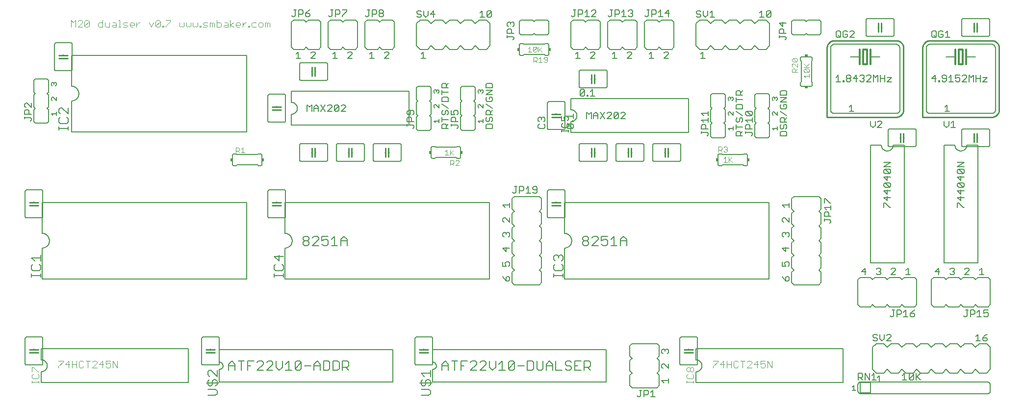
<source format=gto>
G04 EAGLE Gerber RS-274X export*
G75*
%MOMM*%
%FSLAX34Y34*%
%LPD*%
%INSilkscreen Top*%
%IPPOS*%
%AMOC8*
5,1,8,0,0,1.08239X$1,22.5*%
G01*
%ADD10C,0.101600*%
%ADD11C,0.152400*%
%ADD12C,0.127000*%
%ADD13R,0.381000X0.508000*%
%ADD14R,0.508000X0.381000*%
%ADD15C,0.177800*%
%ADD16C,0.254000*%
%ADD17C,0.304800*%


D10*
X191008Y775208D02*
X191008Y786902D01*
X194906Y783004D01*
X198804Y786902D01*
X198804Y775208D01*
X202702Y775208D02*
X210498Y775208D01*
X202702Y775208D02*
X210498Y783004D01*
X210498Y784953D01*
X208549Y786902D01*
X204651Y786902D01*
X202702Y784953D01*
X214396Y784953D02*
X214396Y777157D01*
X214396Y784953D02*
X216345Y786902D01*
X220243Y786902D01*
X222192Y784953D01*
X222192Y777157D01*
X220243Y775208D01*
X216345Y775208D01*
X214396Y777157D01*
X222192Y784953D01*
X245580Y786902D02*
X245580Y775208D01*
X239733Y775208D01*
X237784Y777157D01*
X237784Y781055D01*
X239733Y783004D01*
X245580Y783004D01*
X249478Y783004D02*
X249478Y777157D01*
X251427Y775208D01*
X257274Y775208D01*
X257274Y783004D01*
X263121Y783004D02*
X267019Y783004D01*
X268968Y781055D01*
X268968Y775208D01*
X263121Y775208D01*
X261172Y777157D01*
X263121Y779106D01*
X268968Y779106D01*
X272866Y786902D02*
X274815Y786902D01*
X274815Y775208D01*
X272866Y775208D02*
X276764Y775208D01*
X280662Y775208D02*
X286509Y775208D01*
X288458Y777157D01*
X286509Y779106D01*
X282611Y779106D01*
X280662Y781055D01*
X282611Y783004D01*
X288458Y783004D01*
X294305Y775208D02*
X298203Y775208D01*
X294305Y775208D02*
X292356Y777157D01*
X292356Y781055D01*
X294305Y783004D01*
X298203Y783004D01*
X300152Y781055D01*
X300152Y779106D01*
X292356Y779106D01*
X304050Y775208D02*
X304050Y783004D01*
X304050Y779106D02*
X307948Y783004D01*
X309897Y783004D01*
X325489Y783004D02*
X329387Y775208D01*
X333285Y783004D01*
X337183Y784953D02*
X337183Y777157D01*
X337183Y784953D02*
X339132Y786902D01*
X343030Y786902D01*
X344979Y784953D01*
X344979Y777157D01*
X343030Y775208D01*
X339132Y775208D01*
X337183Y777157D01*
X344979Y784953D01*
X348877Y777157D02*
X348877Y775208D01*
X348877Y777157D02*
X350826Y777157D01*
X350826Y775208D01*
X348877Y775208D01*
X354724Y786902D02*
X362520Y786902D01*
X362520Y784953D01*
X354724Y777157D01*
X354724Y775208D01*
X378111Y777157D02*
X378111Y783004D01*
X378111Y777157D02*
X380060Y775208D01*
X382009Y777157D01*
X383958Y775208D01*
X385907Y777157D01*
X385907Y783004D01*
X389805Y783004D02*
X389805Y777157D01*
X391754Y775208D01*
X393703Y777157D01*
X395652Y775208D01*
X397601Y777157D01*
X397601Y783004D01*
X401499Y783004D02*
X401499Y777157D01*
X403448Y775208D01*
X405397Y777157D01*
X407346Y775208D01*
X409295Y777157D01*
X409295Y783004D01*
X413193Y777157D02*
X413193Y775208D01*
X413193Y777157D02*
X415142Y777157D01*
X415142Y775208D01*
X413193Y775208D01*
X419040Y775208D02*
X424887Y775208D01*
X426836Y777157D01*
X424887Y779106D01*
X420989Y779106D01*
X419040Y781055D01*
X420989Y783004D01*
X426836Y783004D01*
X430734Y783004D02*
X430734Y775208D01*
X430734Y783004D02*
X432683Y783004D01*
X434632Y781055D01*
X434632Y775208D01*
X434632Y781055D02*
X436581Y783004D01*
X438530Y781055D01*
X438530Y775208D01*
X442428Y775208D02*
X442428Y786902D01*
X442428Y775208D02*
X448275Y775208D01*
X450224Y777157D01*
X450224Y781055D01*
X448275Y783004D01*
X442428Y783004D01*
X456071Y783004D02*
X459969Y783004D01*
X461918Y781055D01*
X461918Y775208D01*
X456071Y775208D01*
X454122Y777157D01*
X456071Y779106D01*
X461918Y779106D01*
X465816Y775208D02*
X465816Y786902D01*
X465816Y779106D02*
X471663Y775208D01*
X465816Y779106D02*
X471663Y783004D01*
X477510Y775208D02*
X481408Y775208D01*
X477510Y775208D02*
X475561Y777157D01*
X475561Y781055D01*
X477510Y783004D01*
X481408Y783004D01*
X483357Y781055D01*
X483357Y779106D01*
X475561Y779106D01*
X487255Y775208D02*
X487255Y783004D01*
X487255Y779106D02*
X491153Y783004D01*
X493102Y783004D01*
X497000Y777157D02*
X497000Y775208D01*
X497000Y777157D02*
X498949Y777157D01*
X498949Y775208D01*
X497000Y775208D01*
X504796Y783004D02*
X510643Y783004D01*
X504796Y783004D02*
X502847Y781055D01*
X502847Y777157D01*
X504796Y775208D01*
X510643Y775208D01*
X516490Y775208D02*
X520388Y775208D01*
X522337Y777157D01*
X522337Y781055D01*
X520388Y783004D01*
X516490Y783004D01*
X514541Y781055D01*
X514541Y777157D01*
X516490Y775208D01*
X526235Y775208D02*
X526235Y783004D01*
X528184Y783004D01*
X530133Y781055D01*
X530133Y775208D01*
X530133Y781055D02*
X532082Y783004D01*
X534031Y781055D01*
X534031Y775208D01*
D11*
X1159510Y152400D02*
X1202690Y152400D01*
X1159510Y177800D02*
X1155700Y173990D01*
X1159510Y177800D02*
X1155700Y181610D01*
X1155700Y199390D01*
X1159510Y203200D01*
X1155700Y207010D01*
X1155700Y224790D01*
X1159510Y228600D01*
X1202690Y228600D01*
X1206500Y224790D01*
X1206500Y207010D01*
X1202690Y203200D01*
X1206500Y199390D01*
X1206500Y181610D01*
X1202690Y177800D01*
X1206500Y173990D01*
X1159510Y152400D02*
X1155700Y156210D01*
X1155700Y173990D01*
X1202690Y152400D02*
X1206500Y156210D01*
X1206500Y173990D01*
D12*
X1210935Y164468D02*
X1214749Y160655D01*
X1210935Y164468D02*
X1222375Y164468D01*
X1222375Y160655D02*
X1222375Y168282D01*
X1222375Y186055D02*
X1222375Y193682D01*
X1214749Y193682D02*
X1222375Y186055D01*
X1214749Y193682D02*
X1212842Y193682D01*
X1210935Y191775D01*
X1210935Y187962D01*
X1212842Y186055D01*
X1212842Y211455D02*
X1210935Y213362D01*
X1210935Y217175D01*
X1212842Y219082D01*
X1214749Y219082D01*
X1216655Y217175D01*
X1216655Y215268D01*
X1216655Y217175D02*
X1218562Y219082D01*
X1220468Y219082D01*
X1222375Y217175D01*
X1222375Y213362D01*
X1220468Y211455D01*
X1168243Y138432D02*
X1170150Y136525D01*
X1172056Y136525D01*
X1173963Y138432D01*
X1173963Y147965D01*
X1172056Y147965D02*
X1175870Y147965D01*
X1179937Y147965D02*
X1179937Y136525D01*
X1179937Y147965D02*
X1185657Y147965D01*
X1187564Y146058D01*
X1187564Y142245D01*
X1185657Y140338D01*
X1179937Y140338D01*
X1191631Y144152D02*
X1195444Y147965D01*
X1195444Y136525D01*
X1191631Y136525D02*
X1199257Y136525D01*
D11*
X988060Y762000D02*
X990600Y764540D01*
X993140Y762000D01*
X990600Y784860D02*
X988060Y787400D01*
X990600Y784860D02*
X993140Y787400D01*
X1013460Y787400D01*
X1016000Y784860D01*
X967740Y787400D02*
X965200Y784860D01*
X967740Y787400D02*
X988060Y787400D01*
X965200Y784860D02*
X965200Y764540D01*
X967740Y762000D01*
X988060Y762000D01*
X993140Y762000D02*
X1013460Y762000D01*
X1016000Y764540D01*
X1016000Y784860D01*
D12*
X955675Y754860D02*
X953768Y752953D01*
X955675Y754860D02*
X955675Y756766D01*
X953768Y758673D01*
X944235Y758673D01*
X944235Y756766D02*
X944235Y760580D01*
X944235Y764647D02*
X955675Y764647D01*
X944235Y764647D02*
X944235Y770367D01*
X946142Y772274D01*
X949955Y772274D01*
X951862Y770367D01*
X951862Y764647D01*
X946142Y776341D02*
X944235Y778248D01*
X944235Y782061D01*
X946142Y783967D01*
X948049Y783967D01*
X949955Y782061D01*
X949955Y780154D01*
X949955Y782061D02*
X951862Y783967D01*
X953768Y783967D01*
X955675Y782061D01*
X955675Y778248D01*
X953768Y776341D01*
D11*
X1457960Y762000D02*
X1460500Y764540D01*
X1463040Y762000D01*
X1460500Y784860D02*
X1457960Y787400D01*
X1460500Y784860D02*
X1463040Y787400D01*
X1483360Y787400D01*
X1485900Y784860D01*
X1437640Y787400D02*
X1435100Y784860D01*
X1437640Y787400D02*
X1457960Y787400D01*
X1435100Y784860D02*
X1435100Y764540D01*
X1437640Y762000D01*
X1457960Y762000D01*
X1463040Y762000D02*
X1483360Y762000D01*
X1485900Y764540D01*
X1485900Y784860D01*
D12*
X1425575Y754860D02*
X1423668Y752953D01*
X1425575Y754860D02*
X1425575Y756766D01*
X1423668Y758673D01*
X1414135Y758673D01*
X1414135Y756766D02*
X1414135Y760580D01*
X1414135Y764647D02*
X1425575Y764647D01*
X1414135Y764647D02*
X1414135Y770367D01*
X1416042Y772274D01*
X1419855Y772274D01*
X1421762Y770367D01*
X1421762Y764647D01*
X1425575Y782061D02*
X1414135Y782061D01*
X1419855Y776341D01*
X1419855Y783967D01*
D11*
X1016000Y728980D02*
X1015998Y728880D01*
X1015992Y728781D01*
X1015982Y728681D01*
X1015969Y728583D01*
X1015951Y728484D01*
X1015930Y728387D01*
X1015905Y728291D01*
X1015876Y728195D01*
X1015843Y728101D01*
X1015807Y728008D01*
X1015767Y727917D01*
X1015723Y727827D01*
X1015676Y727739D01*
X1015626Y727653D01*
X1015572Y727569D01*
X1015515Y727487D01*
X1015455Y727408D01*
X1015391Y727330D01*
X1015325Y727256D01*
X1015256Y727184D01*
X1015184Y727115D01*
X1015110Y727049D01*
X1015032Y726985D01*
X1014953Y726925D01*
X1014871Y726868D01*
X1014787Y726814D01*
X1014701Y726764D01*
X1014613Y726717D01*
X1014523Y726673D01*
X1014432Y726633D01*
X1014339Y726597D01*
X1014245Y726564D01*
X1014149Y726535D01*
X1014053Y726510D01*
X1013956Y726489D01*
X1013857Y726471D01*
X1013759Y726458D01*
X1013659Y726448D01*
X1013560Y726442D01*
X1013460Y726440D01*
X1016000Y744220D02*
X1015998Y744320D01*
X1015992Y744419D01*
X1015982Y744519D01*
X1015969Y744617D01*
X1015951Y744716D01*
X1015930Y744813D01*
X1015905Y744909D01*
X1015876Y745005D01*
X1015843Y745099D01*
X1015807Y745192D01*
X1015767Y745283D01*
X1015723Y745373D01*
X1015676Y745461D01*
X1015626Y745547D01*
X1015572Y745631D01*
X1015515Y745713D01*
X1015455Y745792D01*
X1015391Y745870D01*
X1015325Y745944D01*
X1015256Y746016D01*
X1015184Y746085D01*
X1015110Y746151D01*
X1015032Y746215D01*
X1014953Y746275D01*
X1014871Y746332D01*
X1014787Y746386D01*
X1014701Y746436D01*
X1014613Y746483D01*
X1014523Y746527D01*
X1014432Y746567D01*
X1014339Y746603D01*
X1014245Y746636D01*
X1014149Y746665D01*
X1014053Y746690D01*
X1013956Y746711D01*
X1013857Y746729D01*
X1013759Y746742D01*
X1013659Y746752D01*
X1013560Y746758D01*
X1013460Y746760D01*
X967740Y746760D02*
X967640Y746758D01*
X967541Y746752D01*
X967441Y746742D01*
X967343Y746729D01*
X967244Y746711D01*
X967147Y746690D01*
X967051Y746665D01*
X966955Y746636D01*
X966861Y746603D01*
X966768Y746567D01*
X966677Y746527D01*
X966587Y746483D01*
X966499Y746436D01*
X966413Y746386D01*
X966329Y746332D01*
X966247Y746275D01*
X966168Y746215D01*
X966090Y746151D01*
X966016Y746085D01*
X965944Y746016D01*
X965875Y745944D01*
X965809Y745870D01*
X965745Y745792D01*
X965685Y745713D01*
X965628Y745631D01*
X965574Y745547D01*
X965524Y745461D01*
X965477Y745373D01*
X965433Y745283D01*
X965393Y745192D01*
X965357Y745099D01*
X965324Y745005D01*
X965295Y744909D01*
X965270Y744813D01*
X965249Y744716D01*
X965231Y744617D01*
X965218Y744519D01*
X965208Y744419D01*
X965202Y744320D01*
X965200Y744220D01*
X965200Y728980D02*
X965202Y728880D01*
X965208Y728781D01*
X965218Y728681D01*
X965231Y728583D01*
X965249Y728484D01*
X965270Y728387D01*
X965295Y728291D01*
X965324Y728195D01*
X965357Y728101D01*
X965393Y728008D01*
X965433Y727917D01*
X965477Y727827D01*
X965524Y727739D01*
X965574Y727653D01*
X965628Y727569D01*
X965685Y727487D01*
X965745Y727408D01*
X965809Y727330D01*
X965875Y727256D01*
X965944Y727184D01*
X966016Y727115D01*
X966090Y727049D01*
X966168Y726985D01*
X966247Y726925D01*
X966329Y726868D01*
X966413Y726814D01*
X966499Y726764D01*
X966587Y726717D01*
X966677Y726673D01*
X966768Y726633D01*
X966861Y726597D01*
X966955Y726564D01*
X967051Y726535D01*
X967147Y726510D01*
X967244Y726489D01*
X967343Y726471D01*
X967441Y726458D01*
X967541Y726448D01*
X967640Y726442D01*
X967740Y726440D01*
X1016000Y728980D02*
X1016000Y744220D01*
X1013460Y726440D02*
X1009650Y726440D01*
X1008380Y727710D01*
X1009650Y746760D02*
X1013460Y746760D01*
X1009650Y746760D02*
X1008380Y745490D01*
X972820Y727710D02*
X971550Y726440D01*
X972820Y727710D02*
X1008380Y727710D01*
X972820Y745490D02*
X971550Y746760D01*
X972820Y745490D02*
X1008380Y745490D01*
X971550Y726440D02*
X967740Y726440D01*
X967740Y746760D02*
X971550Y746760D01*
X965200Y744220D02*
X965200Y728980D01*
D13*
X963295Y736600D03*
X1017905Y736600D03*
D10*
X989144Y723146D02*
X989144Y714248D01*
X989144Y723146D02*
X993593Y723146D01*
X995076Y721663D01*
X995076Y718697D01*
X993593Y717214D01*
X989144Y717214D01*
X992110Y717214D02*
X995076Y714248D01*
X998265Y720180D02*
X1001231Y723146D01*
X1001231Y714248D01*
X998265Y714248D02*
X1004197Y714248D01*
X1007387Y715731D02*
X1008870Y714248D01*
X1011835Y714248D01*
X1013318Y715731D01*
X1013318Y721663D01*
X1011835Y723146D01*
X1008870Y723146D01*
X1007387Y721663D01*
X1007387Y720180D01*
X1008870Y718697D01*
X1013318Y718697D01*
X982966Y740926D02*
X980000Y737960D01*
X982966Y740926D02*
X982966Y732028D01*
X980000Y732028D02*
X985932Y732028D01*
X989121Y733511D02*
X989121Y739443D01*
X990604Y740926D01*
X993570Y740926D01*
X995053Y739443D01*
X995053Y733511D01*
X993570Y732028D01*
X990604Y732028D01*
X989121Y733511D01*
X995053Y739443D01*
X998243Y740926D02*
X998243Y732028D01*
X998243Y734994D02*
X1004174Y740926D01*
X999726Y736477D02*
X1004174Y732028D01*
D11*
X1468120Y723900D02*
X1468220Y723898D01*
X1468319Y723892D01*
X1468419Y723882D01*
X1468517Y723869D01*
X1468616Y723851D01*
X1468713Y723830D01*
X1468809Y723805D01*
X1468905Y723776D01*
X1468999Y723743D01*
X1469092Y723707D01*
X1469183Y723667D01*
X1469273Y723623D01*
X1469361Y723576D01*
X1469447Y723526D01*
X1469531Y723472D01*
X1469613Y723415D01*
X1469692Y723355D01*
X1469770Y723291D01*
X1469844Y723225D01*
X1469916Y723156D01*
X1469985Y723084D01*
X1470051Y723010D01*
X1470115Y722932D01*
X1470175Y722853D01*
X1470232Y722771D01*
X1470286Y722687D01*
X1470336Y722601D01*
X1470383Y722513D01*
X1470427Y722423D01*
X1470467Y722332D01*
X1470503Y722239D01*
X1470536Y722145D01*
X1470565Y722049D01*
X1470590Y721953D01*
X1470611Y721856D01*
X1470629Y721757D01*
X1470642Y721659D01*
X1470652Y721559D01*
X1470658Y721460D01*
X1470660Y721360D01*
X1452880Y723900D02*
X1452780Y723898D01*
X1452681Y723892D01*
X1452581Y723882D01*
X1452483Y723869D01*
X1452384Y723851D01*
X1452287Y723830D01*
X1452191Y723805D01*
X1452095Y723776D01*
X1452001Y723743D01*
X1451908Y723707D01*
X1451817Y723667D01*
X1451727Y723623D01*
X1451639Y723576D01*
X1451553Y723526D01*
X1451469Y723472D01*
X1451387Y723415D01*
X1451308Y723355D01*
X1451230Y723291D01*
X1451156Y723225D01*
X1451084Y723156D01*
X1451015Y723084D01*
X1450949Y723010D01*
X1450885Y722932D01*
X1450825Y722853D01*
X1450768Y722771D01*
X1450714Y722687D01*
X1450664Y722601D01*
X1450617Y722513D01*
X1450573Y722423D01*
X1450533Y722332D01*
X1450497Y722239D01*
X1450464Y722145D01*
X1450435Y722049D01*
X1450410Y721953D01*
X1450389Y721856D01*
X1450371Y721757D01*
X1450358Y721659D01*
X1450348Y721559D01*
X1450342Y721460D01*
X1450340Y721360D01*
X1450340Y675640D02*
X1450342Y675540D01*
X1450348Y675441D01*
X1450358Y675341D01*
X1450371Y675243D01*
X1450389Y675144D01*
X1450410Y675047D01*
X1450435Y674951D01*
X1450464Y674855D01*
X1450497Y674761D01*
X1450533Y674668D01*
X1450573Y674577D01*
X1450617Y674487D01*
X1450664Y674399D01*
X1450714Y674313D01*
X1450768Y674229D01*
X1450825Y674147D01*
X1450885Y674068D01*
X1450949Y673990D01*
X1451015Y673916D01*
X1451084Y673844D01*
X1451156Y673775D01*
X1451230Y673709D01*
X1451308Y673645D01*
X1451387Y673585D01*
X1451469Y673528D01*
X1451553Y673474D01*
X1451639Y673424D01*
X1451727Y673377D01*
X1451817Y673333D01*
X1451908Y673293D01*
X1452001Y673257D01*
X1452095Y673224D01*
X1452191Y673195D01*
X1452287Y673170D01*
X1452384Y673149D01*
X1452483Y673131D01*
X1452581Y673118D01*
X1452681Y673108D01*
X1452780Y673102D01*
X1452880Y673100D01*
X1468120Y673100D02*
X1468220Y673102D01*
X1468319Y673108D01*
X1468419Y673118D01*
X1468517Y673131D01*
X1468616Y673149D01*
X1468713Y673170D01*
X1468809Y673195D01*
X1468905Y673224D01*
X1468999Y673257D01*
X1469092Y673293D01*
X1469183Y673333D01*
X1469273Y673377D01*
X1469361Y673424D01*
X1469447Y673474D01*
X1469531Y673528D01*
X1469613Y673585D01*
X1469692Y673645D01*
X1469770Y673709D01*
X1469844Y673775D01*
X1469916Y673844D01*
X1469985Y673916D01*
X1470051Y673990D01*
X1470115Y674068D01*
X1470175Y674147D01*
X1470232Y674229D01*
X1470286Y674313D01*
X1470336Y674399D01*
X1470383Y674487D01*
X1470427Y674577D01*
X1470467Y674668D01*
X1470503Y674761D01*
X1470536Y674855D01*
X1470565Y674951D01*
X1470590Y675047D01*
X1470611Y675144D01*
X1470629Y675243D01*
X1470642Y675341D01*
X1470652Y675441D01*
X1470658Y675540D01*
X1470660Y675640D01*
X1468120Y723900D02*
X1452880Y723900D01*
X1470660Y721360D02*
X1470660Y717550D01*
X1469390Y716280D01*
X1450340Y717550D02*
X1450340Y721360D01*
X1450340Y717550D02*
X1451610Y716280D01*
X1469390Y680720D02*
X1470660Y679450D01*
X1469390Y680720D02*
X1469390Y716280D01*
X1451610Y680720D02*
X1450340Y679450D01*
X1451610Y680720D02*
X1451610Y716280D01*
X1470660Y679450D02*
X1470660Y675640D01*
X1450340Y675640D02*
X1450340Y679450D01*
X1452880Y673100D02*
X1468120Y673100D01*
D14*
X1460500Y671195D03*
X1460500Y725805D03*
D10*
X1444752Y697044D02*
X1435854Y697044D01*
X1435854Y701493D01*
X1437337Y702976D01*
X1440303Y702976D01*
X1441786Y701493D01*
X1441786Y697044D01*
X1441786Y700010D02*
X1444752Y702976D01*
X1444752Y706165D02*
X1444752Y712097D01*
X1444752Y706165D02*
X1438820Y712097D01*
X1437337Y712097D01*
X1435854Y710614D01*
X1435854Y707648D01*
X1437337Y706165D01*
X1437337Y715287D02*
X1443269Y715287D01*
X1437337Y715287D02*
X1435854Y716770D01*
X1435854Y719735D01*
X1437337Y721218D01*
X1443269Y721218D01*
X1444752Y719735D01*
X1444752Y716770D01*
X1443269Y715287D01*
X1437337Y721218D01*
X1456174Y690866D02*
X1459140Y687900D01*
X1456174Y690866D02*
X1465072Y690866D01*
X1465072Y687900D02*
X1465072Y693832D01*
X1463589Y697021D02*
X1457657Y697021D01*
X1456174Y698504D01*
X1456174Y701470D01*
X1457657Y702953D01*
X1463589Y702953D01*
X1465072Y701470D01*
X1465072Y698504D01*
X1463589Y697021D01*
X1457657Y702953D01*
X1456174Y706143D02*
X1465072Y706143D01*
X1462106Y706143D02*
X1456174Y712074D01*
X1460623Y707626D02*
X1465072Y712074D01*
D11*
X140970Y393700D02*
X140970Y340360D01*
X140970Y393700D02*
X141279Y393704D01*
X141588Y393715D01*
X141897Y393734D01*
X142205Y393760D01*
X142513Y393794D01*
X142819Y393835D01*
X143125Y393884D01*
X143429Y393940D01*
X143731Y394004D01*
X144032Y394075D01*
X144332Y394153D01*
X144629Y394238D01*
X144924Y394331D01*
X145217Y394431D01*
X145507Y394538D01*
X145794Y394652D01*
X146079Y394773D01*
X146361Y394901D01*
X146639Y395035D01*
X146914Y395177D01*
X147186Y395325D01*
X147453Y395480D01*
X147717Y395641D01*
X147977Y395808D01*
X148233Y395982D01*
X148485Y396162D01*
X148732Y396348D01*
X148974Y396540D01*
X149212Y396738D01*
X149445Y396941D01*
X149673Y397151D01*
X149895Y397365D01*
X150113Y397585D01*
X150325Y397811D01*
X150531Y398041D01*
X150732Y398276D01*
X150927Y398516D01*
X151116Y398761D01*
X151299Y399010D01*
X151476Y399264D01*
X151646Y399522D01*
X151811Y399784D01*
X151969Y400050D01*
X152120Y400320D01*
X152265Y400593D01*
X152403Y400870D01*
X152534Y401150D01*
X152658Y401433D01*
X152776Y401719D01*
X152886Y402008D01*
X152990Y402299D01*
X153086Y402593D01*
X153175Y402889D01*
X153257Y403188D01*
X153332Y403488D01*
X153399Y403790D01*
X153459Y404093D01*
X153511Y404398D01*
X153556Y404704D01*
X153594Y405011D01*
X153624Y405319D01*
X153646Y405627D01*
X153662Y405936D01*
X153669Y406245D01*
X153669Y406555D01*
X153662Y406864D01*
X153646Y407173D01*
X153624Y407481D01*
X153594Y407789D01*
X153556Y408096D01*
X153511Y408402D01*
X153459Y408707D01*
X153399Y409010D01*
X153332Y409312D01*
X153257Y409612D01*
X153175Y409911D01*
X153086Y410207D01*
X152990Y410501D01*
X152886Y410792D01*
X152776Y411081D01*
X152658Y411367D01*
X152534Y411650D01*
X152403Y411930D01*
X152265Y412207D01*
X152120Y412480D01*
X151969Y412750D01*
X151811Y413016D01*
X151646Y413278D01*
X151476Y413536D01*
X151299Y413790D01*
X151116Y414039D01*
X150927Y414284D01*
X150732Y414524D01*
X150531Y414759D01*
X150325Y414989D01*
X150113Y415215D01*
X149895Y415435D01*
X149673Y415649D01*
X149445Y415859D01*
X149212Y416062D01*
X148974Y416260D01*
X148732Y416452D01*
X148485Y416638D01*
X148233Y416818D01*
X147977Y416992D01*
X147717Y417159D01*
X147453Y417320D01*
X147186Y417475D01*
X146914Y417623D01*
X146639Y417765D01*
X146361Y417899D01*
X146079Y418027D01*
X145794Y418148D01*
X145507Y418262D01*
X145217Y418369D01*
X144924Y418469D01*
X144629Y418562D01*
X144332Y418647D01*
X144032Y418725D01*
X143731Y418796D01*
X143429Y418860D01*
X143125Y418916D01*
X142819Y418965D01*
X142513Y419006D01*
X142205Y419040D01*
X141897Y419066D01*
X141588Y419085D01*
X141279Y419096D01*
X140970Y419100D01*
X494030Y472440D02*
X494030Y340360D01*
X140970Y419100D02*
X140970Y472440D01*
X494030Y472440D01*
X494030Y340360D02*
X140970Y340360D01*
D15*
X138811Y343789D02*
X138811Y349128D01*
X138811Y346458D02*
X122795Y346458D01*
X122795Y343789D02*
X122795Y349128D01*
X122795Y362711D02*
X125465Y365381D01*
X122795Y362711D02*
X122795Y357373D01*
X125465Y354703D01*
X136142Y354703D01*
X138811Y357373D01*
X138811Y362711D01*
X136142Y365381D01*
X128134Y371075D02*
X122795Y376414D01*
X138811Y376414D01*
X138811Y381752D02*
X138811Y371075D01*
D11*
X129540Y609600D02*
X149860Y609600D01*
X127000Y662940D02*
X127000Y683260D01*
X127000Y662940D02*
X129540Y660400D01*
X152400Y662940D02*
X152400Y683260D01*
X152400Y662940D02*
X149860Y660400D01*
X152400Y683260D02*
X149860Y685800D01*
X129540Y685800D02*
X127000Y683260D01*
X129540Y685800D02*
X149860Y685800D01*
X129540Y660400D02*
X127000Y657860D01*
X127000Y637540D01*
X129540Y635000D01*
X127000Y632460D01*
X127000Y612140D02*
X129540Y609600D01*
X127000Y612140D02*
X127000Y632460D01*
X152400Y657860D02*
X149860Y660400D01*
X152400Y637540D02*
X149860Y635000D01*
X152400Y632460D01*
X152400Y612140D02*
X149860Y609600D01*
X152400Y637540D02*
X152400Y657860D01*
X152400Y632460D02*
X152400Y612140D01*
D12*
X159973Y622935D02*
X157092Y625816D01*
X165735Y625816D01*
X165735Y622935D02*
X165735Y628697D01*
X165735Y648335D02*
X165735Y654097D01*
X165735Y648335D02*
X159973Y654097D01*
X158532Y654097D01*
X157092Y652657D01*
X157092Y649776D01*
X158532Y648335D01*
X158532Y673735D02*
X157092Y675176D01*
X157092Y678057D01*
X158532Y679497D01*
X159973Y679497D01*
X161413Y678057D01*
X161413Y676616D01*
X161413Y678057D02*
X162854Y679497D01*
X164294Y679497D01*
X165735Y678057D01*
X165735Y675176D01*
X164294Y673735D01*
X122555Y614682D02*
X120648Y612775D01*
X122555Y614682D02*
X122555Y616588D01*
X120648Y618495D01*
X111115Y618495D01*
X111115Y616588D02*
X111115Y620402D01*
X111115Y624469D02*
X122555Y624469D01*
X111115Y624469D02*
X111115Y630189D01*
X113022Y632095D01*
X116835Y632095D01*
X118742Y630189D01*
X118742Y624469D01*
X122555Y636163D02*
X122555Y643789D01*
X122555Y636163D02*
X114929Y643789D01*
X113022Y643789D01*
X111115Y641883D01*
X111115Y638070D01*
X113022Y636163D01*
D11*
X191770Y647700D02*
X191770Y594360D01*
X191770Y647700D02*
X192079Y647704D01*
X192388Y647715D01*
X192697Y647734D01*
X193005Y647760D01*
X193313Y647794D01*
X193619Y647835D01*
X193925Y647884D01*
X194229Y647940D01*
X194531Y648004D01*
X194832Y648075D01*
X195132Y648153D01*
X195429Y648238D01*
X195724Y648331D01*
X196017Y648431D01*
X196307Y648538D01*
X196594Y648652D01*
X196879Y648773D01*
X197161Y648901D01*
X197439Y649035D01*
X197714Y649177D01*
X197986Y649325D01*
X198253Y649480D01*
X198517Y649641D01*
X198777Y649808D01*
X199033Y649982D01*
X199285Y650162D01*
X199532Y650348D01*
X199774Y650540D01*
X200012Y650738D01*
X200245Y650941D01*
X200473Y651151D01*
X200695Y651365D01*
X200913Y651585D01*
X201125Y651811D01*
X201331Y652041D01*
X201532Y652276D01*
X201727Y652516D01*
X201916Y652761D01*
X202099Y653010D01*
X202276Y653264D01*
X202446Y653522D01*
X202611Y653784D01*
X202769Y654050D01*
X202920Y654320D01*
X203065Y654593D01*
X203203Y654870D01*
X203334Y655150D01*
X203458Y655433D01*
X203576Y655719D01*
X203686Y656008D01*
X203790Y656299D01*
X203886Y656593D01*
X203975Y656889D01*
X204057Y657188D01*
X204132Y657488D01*
X204199Y657790D01*
X204259Y658093D01*
X204311Y658398D01*
X204356Y658704D01*
X204394Y659011D01*
X204424Y659319D01*
X204446Y659627D01*
X204462Y659936D01*
X204469Y660245D01*
X204469Y660555D01*
X204462Y660864D01*
X204446Y661173D01*
X204424Y661481D01*
X204394Y661789D01*
X204356Y662096D01*
X204311Y662402D01*
X204259Y662707D01*
X204199Y663010D01*
X204132Y663312D01*
X204057Y663612D01*
X203975Y663911D01*
X203886Y664207D01*
X203790Y664501D01*
X203686Y664792D01*
X203576Y665081D01*
X203458Y665367D01*
X203334Y665650D01*
X203203Y665930D01*
X203065Y666207D01*
X202920Y666480D01*
X202769Y666750D01*
X202611Y667016D01*
X202446Y667278D01*
X202276Y667536D01*
X202099Y667790D01*
X201916Y668039D01*
X201727Y668284D01*
X201532Y668524D01*
X201331Y668759D01*
X201125Y668989D01*
X200913Y669215D01*
X200695Y669435D01*
X200473Y669649D01*
X200245Y669859D01*
X200012Y670062D01*
X199774Y670260D01*
X199532Y670452D01*
X199285Y670638D01*
X199033Y670818D01*
X198777Y670992D01*
X198517Y671159D01*
X198253Y671320D01*
X197986Y671475D01*
X197714Y671623D01*
X197439Y671765D01*
X197161Y671899D01*
X196879Y672027D01*
X196594Y672148D01*
X196307Y672262D01*
X196017Y672369D01*
X195724Y672469D01*
X195429Y672562D01*
X195132Y672647D01*
X194832Y672725D01*
X194531Y672796D01*
X194229Y672860D01*
X193925Y672916D01*
X193619Y672965D01*
X193313Y673006D01*
X193005Y673040D01*
X192697Y673066D01*
X192388Y673085D01*
X192079Y673096D01*
X191770Y673100D01*
X494030Y726440D02*
X494030Y594360D01*
X191770Y673100D02*
X191770Y726440D01*
X494030Y726440D01*
X494030Y594360D02*
X191770Y594360D01*
D15*
X185801Y597789D02*
X185801Y603128D01*
X185801Y600458D02*
X169785Y600458D01*
X169785Y597789D02*
X169785Y603128D01*
X169785Y616711D02*
X172455Y619381D01*
X169785Y616711D02*
X169785Y611373D01*
X172455Y608703D01*
X183132Y608703D01*
X185801Y611373D01*
X185801Y616711D01*
X183132Y619381D01*
X185801Y625075D02*
X185801Y635752D01*
X185801Y625075D02*
X175124Y635752D01*
X172455Y635752D01*
X169785Y633083D01*
X169785Y627744D01*
X172455Y625075D01*
D11*
X469900Y553720D02*
X469902Y553820D01*
X469908Y553919D01*
X469918Y554019D01*
X469931Y554117D01*
X469949Y554216D01*
X469970Y554313D01*
X469995Y554409D01*
X470024Y554505D01*
X470057Y554599D01*
X470093Y554692D01*
X470133Y554783D01*
X470177Y554873D01*
X470224Y554961D01*
X470274Y555047D01*
X470328Y555131D01*
X470385Y555213D01*
X470445Y555292D01*
X470509Y555370D01*
X470575Y555444D01*
X470644Y555516D01*
X470716Y555585D01*
X470790Y555651D01*
X470868Y555715D01*
X470947Y555775D01*
X471029Y555832D01*
X471113Y555886D01*
X471199Y555936D01*
X471287Y555983D01*
X471377Y556027D01*
X471468Y556067D01*
X471561Y556103D01*
X471655Y556136D01*
X471751Y556165D01*
X471847Y556190D01*
X471944Y556211D01*
X472043Y556229D01*
X472141Y556242D01*
X472241Y556252D01*
X472340Y556258D01*
X472440Y556260D01*
X469900Y538480D02*
X469902Y538380D01*
X469908Y538281D01*
X469918Y538181D01*
X469931Y538083D01*
X469949Y537984D01*
X469970Y537887D01*
X469995Y537791D01*
X470024Y537695D01*
X470057Y537601D01*
X470093Y537508D01*
X470133Y537417D01*
X470177Y537327D01*
X470224Y537239D01*
X470274Y537153D01*
X470328Y537069D01*
X470385Y536987D01*
X470445Y536908D01*
X470509Y536830D01*
X470575Y536756D01*
X470644Y536684D01*
X470716Y536615D01*
X470790Y536549D01*
X470868Y536485D01*
X470947Y536425D01*
X471029Y536368D01*
X471113Y536314D01*
X471199Y536264D01*
X471287Y536217D01*
X471377Y536173D01*
X471468Y536133D01*
X471561Y536097D01*
X471655Y536064D01*
X471751Y536035D01*
X471847Y536010D01*
X471944Y535989D01*
X472043Y535971D01*
X472141Y535958D01*
X472241Y535948D01*
X472340Y535942D01*
X472440Y535940D01*
X518160Y535940D02*
X518260Y535942D01*
X518359Y535948D01*
X518459Y535958D01*
X518557Y535971D01*
X518656Y535989D01*
X518753Y536010D01*
X518849Y536035D01*
X518945Y536064D01*
X519039Y536097D01*
X519132Y536133D01*
X519223Y536173D01*
X519313Y536217D01*
X519401Y536264D01*
X519487Y536314D01*
X519571Y536368D01*
X519653Y536425D01*
X519732Y536485D01*
X519810Y536549D01*
X519884Y536615D01*
X519956Y536684D01*
X520025Y536756D01*
X520091Y536830D01*
X520155Y536908D01*
X520215Y536987D01*
X520272Y537069D01*
X520326Y537153D01*
X520376Y537239D01*
X520423Y537327D01*
X520467Y537417D01*
X520507Y537508D01*
X520543Y537601D01*
X520576Y537695D01*
X520605Y537791D01*
X520630Y537887D01*
X520651Y537984D01*
X520669Y538083D01*
X520682Y538181D01*
X520692Y538281D01*
X520698Y538380D01*
X520700Y538480D01*
X520700Y553720D02*
X520698Y553820D01*
X520692Y553919D01*
X520682Y554019D01*
X520669Y554117D01*
X520651Y554216D01*
X520630Y554313D01*
X520605Y554409D01*
X520576Y554505D01*
X520543Y554599D01*
X520507Y554692D01*
X520467Y554783D01*
X520423Y554873D01*
X520376Y554961D01*
X520326Y555047D01*
X520272Y555131D01*
X520215Y555213D01*
X520155Y555292D01*
X520091Y555370D01*
X520025Y555444D01*
X519956Y555516D01*
X519884Y555585D01*
X519810Y555651D01*
X519732Y555715D01*
X519653Y555775D01*
X519571Y555832D01*
X519487Y555886D01*
X519401Y555936D01*
X519313Y555983D01*
X519223Y556027D01*
X519132Y556067D01*
X519039Y556103D01*
X518945Y556136D01*
X518849Y556165D01*
X518753Y556190D01*
X518656Y556211D01*
X518557Y556229D01*
X518459Y556242D01*
X518359Y556252D01*
X518260Y556258D01*
X518160Y556260D01*
X469900Y553720D02*
X469900Y538480D01*
X472440Y556260D02*
X476250Y556260D01*
X477520Y554990D01*
X476250Y535940D02*
X472440Y535940D01*
X476250Y535940D02*
X477520Y537210D01*
X513080Y554990D02*
X514350Y556260D01*
X513080Y554990D02*
X477520Y554990D01*
X513080Y537210D02*
X514350Y535940D01*
X513080Y537210D02*
X477520Y537210D01*
X514350Y556260D02*
X518160Y556260D01*
X518160Y535940D02*
X514350Y535940D01*
X520700Y538480D02*
X520700Y553720D01*
D13*
X522605Y546100D03*
X467995Y546100D03*
D10*
X475742Y558292D02*
X475742Y567190D01*
X480191Y567190D01*
X481674Y565707D01*
X481674Y562741D01*
X480191Y561258D01*
X475742Y561258D01*
X478708Y561258D02*
X481674Y558292D01*
X484863Y564224D02*
X487829Y567190D01*
X487829Y558292D01*
X484863Y558292D02*
X490795Y558292D01*
D11*
X560070Y393700D02*
X560070Y340360D01*
X560070Y393700D02*
X560379Y393704D01*
X560688Y393715D01*
X560997Y393734D01*
X561305Y393760D01*
X561613Y393794D01*
X561919Y393835D01*
X562225Y393884D01*
X562529Y393940D01*
X562831Y394004D01*
X563132Y394075D01*
X563432Y394153D01*
X563729Y394238D01*
X564024Y394331D01*
X564317Y394431D01*
X564607Y394538D01*
X564894Y394652D01*
X565179Y394773D01*
X565461Y394901D01*
X565739Y395035D01*
X566014Y395177D01*
X566286Y395325D01*
X566553Y395480D01*
X566817Y395641D01*
X567077Y395808D01*
X567333Y395982D01*
X567585Y396162D01*
X567832Y396348D01*
X568074Y396540D01*
X568312Y396738D01*
X568545Y396941D01*
X568773Y397151D01*
X568995Y397365D01*
X569213Y397585D01*
X569425Y397811D01*
X569631Y398041D01*
X569832Y398276D01*
X570027Y398516D01*
X570216Y398761D01*
X570399Y399010D01*
X570576Y399264D01*
X570746Y399522D01*
X570911Y399784D01*
X571069Y400050D01*
X571220Y400320D01*
X571365Y400593D01*
X571503Y400870D01*
X571634Y401150D01*
X571758Y401433D01*
X571876Y401719D01*
X571986Y402008D01*
X572090Y402299D01*
X572186Y402593D01*
X572275Y402889D01*
X572357Y403188D01*
X572432Y403488D01*
X572499Y403790D01*
X572559Y404093D01*
X572611Y404398D01*
X572656Y404704D01*
X572694Y405011D01*
X572724Y405319D01*
X572746Y405627D01*
X572762Y405936D01*
X572769Y406245D01*
X572769Y406555D01*
X572762Y406864D01*
X572746Y407173D01*
X572724Y407481D01*
X572694Y407789D01*
X572656Y408096D01*
X572611Y408402D01*
X572559Y408707D01*
X572499Y409010D01*
X572432Y409312D01*
X572357Y409612D01*
X572275Y409911D01*
X572186Y410207D01*
X572090Y410501D01*
X571986Y410792D01*
X571876Y411081D01*
X571758Y411367D01*
X571634Y411650D01*
X571503Y411930D01*
X571365Y412207D01*
X571220Y412480D01*
X571069Y412750D01*
X570911Y413016D01*
X570746Y413278D01*
X570576Y413536D01*
X570399Y413790D01*
X570216Y414039D01*
X570027Y414284D01*
X569832Y414524D01*
X569631Y414759D01*
X569425Y414989D01*
X569213Y415215D01*
X568995Y415435D01*
X568773Y415649D01*
X568545Y415859D01*
X568312Y416062D01*
X568074Y416260D01*
X567832Y416452D01*
X567585Y416638D01*
X567333Y416818D01*
X567077Y416992D01*
X566817Y417159D01*
X566553Y417320D01*
X566286Y417475D01*
X566014Y417623D01*
X565739Y417765D01*
X565461Y417899D01*
X565179Y418027D01*
X564894Y418148D01*
X564607Y418262D01*
X564317Y418369D01*
X564024Y418469D01*
X563729Y418562D01*
X563432Y418647D01*
X563132Y418725D01*
X562831Y418796D01*
X562529Y418860D01*
X562225Y418916D01*
X561919Y418965D01*
X561613Y419006D01*
X561305Y419040D01*
X560997Y419066D01*
X560688Y419085D01*
X560379Y419096D01*
X560070Y419100D01*
X913130Y472440D02*
X913130Y340360D01*
X560070Y419100D02*
X560070Y472440D01*
X913130Y472440D01*
X913130Y340360D02*
X560070Y340360D01*
D15*
X557911Y343789D02*
X557911Y349128D01*
X557911Y346458D02*
X541895Y346458D01*
X541895Y343789D02*
X541895Y349128D01*
X541895Y362711D02*
X544565Y365381D01*
X541895Y362711D02*
X541895Y357373D01*
X544565Y354703D01*
X555242Y354703D01*
X557911Y357373D01*
X557911Y362711D01*
X555242Y365381D01*
X557911Y379083D02*
X541895Y379083D01*
X549903Y371075D01*
X549903Y381752D01*
X591439Y411237D02*
X594108Y413907D01*
X599447Y413907D01*
X602116Y411237D01*
X602116Y408568D01*
X599447Y405899D01*
X602116Y403230D01*
X602116Y400560D01*
X599447Y397891D01*
X594108Y397891D01*
X591439Y400560D01*
X591439Y403230D01*
X594108Y405899D01*
X591439Y408568D01*
X591439Y411237D01*
X594108Y405899D02*
X599447Y405899D01*
X607811Y397891D02*
X618488Y397891D01*
X607811Y397891D02*
X618488Y408568D01*
X618488Y411237D01*
X615818Y413907D01*
X610480Y413907D01*
X607811Y411237D01*
X624182Y413907D02*
X634859Y413907D01*
X624182Y413907D02*
X624182Y405899D01*
X629521Y408568D01*
X632190Y408568D01*
X634859Y405899D01*
X634859Y400560D01*
X632190Y397891D01*
X626851Y397891D01*
X624182Y400560D01*
X640554Y408568D02*
X645892Y413907D01*
X645892Y397891D01*
X640554Y397891D02*
X651231Y397891D01*
X656925Y397891D02*
X656925Y408568D01*
X662264Y413907D01*
X667602Y408568D01*
X667602Y397891D01*
X667602Y405899D02*
X656925Y405899D01*
D11*
X866140Y596900D02*
X886460Y596900D01*
X863600Y650240D02*
X863600Y670560D01*
X863600Y650240D02*
X866140Y647700D01*
X889000Y650240D02*
X889000Y670560D01*
X889000Y650240D02*
X886460Y647700D01*
X889000Y670560D02*
X886460Y673100D01*
X866140Y673100D02*
X863600Y670560D01*
X866140Y673100D02*
X886460Y673100D01*
X866140Y647700D02*
X863600Y645160D01*
X863600Y624840D01*
X866140Y622300D01*
X863600Y619760D01*
X863600Y599440D02*
X866140Y596900D01*
X863600Y599440D02*
X863600Y619760D01*
X889000Y645160D02*
X886460Y647700D01*
X889000Y624840D02*
X886460Y622300D01*
X889000Y619760D01*
X889000Y599440D02*
X886460Y596900D01*
X889000Y624840D02*
X889000Y645160D01*
X889000Y619760D02*
X889000Y599440D01*
D12*
X896573Y610235D02*
X893692Y613116D01*
X902335Y613116D01*
X902335Y610235D02*
X902335Y615997D01*
X902335Y635635D02*
X902335Y641397D01*
X902335Y635635D02*
X896573Y641397D01*
X895132Y641397D01*
X893692Y639957D01*
X893692Y637076D01*
X895132Y635635D01*
X895132Y661035D02*
X893692Y662476D01*
X893692Y665357D01*
X895132Y666797D01*
X896573Y666797D01*
X898013Y665357D01*
X898013Y663916D01*
X898013Y665357D02*
X899454Y666797D01*
X900894Y666797D01*
X902335Y665357D01*
X902335Y662476D01*
X900894Y661035D01*
X859155Y601982D02*
X857248Y600075D01*
X859155Y601982D02*
X859155Y603888D01*
X857248Y605795D01*
X847715Y605795D01*
X847715Y603888D02*
X847715Y607702D01*
X847715Y611769D02*
X859155Y611769D01*
X847715Y611769D02*
X847715Y617489D01*
X849622Y619395D01*
X853435Y619395D01*
X855342Y617489D01*
X855342Y611769D01*
X847715Y623463D02*
X847715Y631089D01*
X847715Y623463D02*
X853435Y623463D01*
X851529Y627276D01*
X851529Y629183D01*
X853435Y631089D01*
X857248Y631089D01*
X859155Y629183D01*
X859155Y625370D01*
X857248Y623463D01*
X907405Y600075D02*
X918845Y600075D01*
X918845Y605795D01*
X916938Y607702D01*
X909312Y607702D01*
X907405Y605795D01*
X907405Y600075D01*
X907405Y617489D02*
X909312Y619395D01*
X907405Y617489D02*
X907405Y613676D01*
X909312Y611769D01*
X911219Y611769D01*
X913125Y613676D01*
X913125Y617489D01*
X915032Y619395D01*
X916938Y619395D01*
X918845Y617489D01*
X918845Y613676D01*
X916938Y611769D01*
X918845Y623463D02*
X907405Y623463D01*
X907405Y629183D01*
X909312Y631089D01*
X913125Y631089D01*
X915032Y629183D01*
X915032Y623463D01*
X915032Y627276D02*
X918845Y631089D01*
X918845Y635157D02*
X907405Y642783D01*
X907405Y652571D02*
X909312Y654477D01*
X907405Y652571D02*
X907405Y648758D01*
X909312Y646851D01*
X916938Y646851D01*
X918845Y648758D01*
X918845Y652571D01*
X916938Y654477D01*
X913125Y654477D01*
X913125Y650664D01*
X918845Y658545D02*
X907405Y658545D01*
X918845Y666171D01*
X907405Y666171D01*
X907405Y670239D02*
X918845Y670239D01*
X918845Y675959D01*
X916938Y677865D01*
X909312Y677865D01*
X907405Y675959D01*
X907405Y670239D01*
D11*
X863600Y551180D02*
X863598Y551080D01*
X863592Y550981D01*
X863582Y550881D01*
X863569Y550783D01*
X863551Y550684D01*
X863530Y550587D01*
X863505Y550491D01*
X863476Y550395D01*
X863443Y550301D01*
X863407Y550208D01*
X863367Y550117D01*
X863323Y550027D01*
X863276Y549939D01*
X863226Y549853D01*
X863172Y549769D01*
X863115Y549687D01*
X863055Y549608D01*
X862991Y549530D01*
X862925Y549456D01*
X862856Y549384D01*
X862784Y549315D01*
X862710Y549249D01*
X862632Y549185D01*
X862553Y549125D01*
X862471Y549068D01*
X862387Y549014D01*
X862301Y548964D01*
X862213Y548917D01*
X862123Y548873D01*
X862032Y548833D01*
X861939Y548797D01*
X861845Y548764D01*
X861749Y548735D01*
X861653Y548710D01*
X861556Y548689D01*
X861457Y548671D01*
X861359Y548658D01*
X861259Y548648D01*
X861160Y548642D01*
X861060Y548640D01*
X863600Y566420D02*
X863598Y566520D01*
X863592Y566619D01*
X863582Y566719D01*
X863569Y566817D01*
X863551Y566916D01*
X863530Y567013D01*
X863505Y567109D01*
X863476Y567205D01*
X863443Y567299D01*
X863407Y567392D01*
X863367Y567483D01*
X863323Y567573D01*
X863276Y567661D01*
X863226Y567747D01*
X863172Y567831D01*
X863115Y567913D01*
X863055Y567992D01*
X862991Y568070D01*
X862925Y568144D01*
X862856Y568216D01*
X862784Y568285D01*
X862710Y568351D01*
X862632Y568415D01*
X862553Y568475D01*
X862471Y568532D01*
X862387Y568586D01*
X862301Y568636D01*
X862213Y568683D01*
X862123Y568727D01*
X862032Y568767D01*
X861939Y568803D01*
X861845Y568836D01*
X861749Y568865D01*
X861653Y568890D01*
X861556Y568911D01*
X861457Y568929D01*
X861359Y568942D01*
X861259Y568952D01*
X861160Y568958D01*
X861060Y568960D01*
X815340Y568960D02*
X815240Y568958D01*
X815141Y568952D01*
X815041Y568942D01*
X814943Y568929D01*
X814844Y568911D01*
X814747Y568890D01*
X814651Y568865D01*
X814555Y568836D01*
X814461Y568803D01*
X814368Y568767D01*
X814277Y568727D01*
X814187Y568683D01*
X814099Y568636D01*
X814013Y568586D01*
X813929Y568532D01*
X813847Y568475D01*
X813768Y568415D01*
X813690Y568351D01*
X813616Y568285D01*
X813544Y568216D01*
X813475Y568144D01*
X813409Y568070D01*
X813345Y567992D01*
X813285Y567913D01*
X813228Y567831D01*
X813174Y567747D01*
X813124Y567661D01*
X813077Y567573D01*
X813033Y567483D01*
X812993Y567392D01*
X812957Y567299D01*
X812924Y567205D01*
X812895Y567109D01*
X812870Y567013D01*
X812849Y566916D01*
X812831Y566817D01*
X812818Y566719D01*
X812808Y566619D01*
X812802Y566520D01*
X812800Y566420D01*
X812800Y551180D02*
X812802Y551080D01*
X812808Y550981D01*
X812818Y550881D01*
X812831Y550783D01*
X812849Y550684D01*
X812870Y550587D01*
X812895Y550491D01*
X812924Y550395D01*
X812957Y550301D01*
X812993Y550208D01*
X813033Y550117D01*
X813077Y550027D01*
X813124Y549939D01*
X813174Y549853D01*
X813228Y549769D01*
X813285Y549687D01*
X813345Y549608D01*
X813409Y549530D01*
X813475Y549456D01*
X813544Y549384D01*
X813616Y549315D01*
X813690Y549249D01*
X813768Y549185D01*
X813847Y549125D01*
X813929Y549068D01*
X814013Y549014D01*
X814099Y548964D01*
X814187Y548917D01*
X814277Y548873D01*
X814368Y548833D01*
X814461Y548797D01*
X814555Y548764D01*
X814651Y548735D01*
X814747Y548710D01*
X814844Y548689D01*
X814943Y548671D01*
X815041Y548658D01*
X815141Y548648D01*
X815240Y548642D01*
X815340Y548640D01*
X863600Y551180D02*
X863600Y566420D01*
X861060Y548640D02*
X857250Y548640D01*
X855980Y549910D01*
X857250Y568960D02*
X861060Y568960D01*
X857250Y568960D02*
X855980Y567690D01*
X820420Y549910D02*
X819150Y548640D01*
X820420Y549910D02*
X855980Y549910D01*
X820420Y567690D02*
X819150Y568960D01*
X820420Y567690D02*
X855980Y567690D01*
X819150Y548640D02*
X815340Y548640D01*
X815340Y568960D02*
X819150Y568960D01*
X812800Y566420D02*
X812800Y551180D01*
D13*
X810895Y558800D03*
X865505Y558800D03*
D10*
X845865Y545346D02*
X845865Y536448D01*
X845865Y545346D02*
X850314Y545346D01*
X851797Y543863D01*
X851797Y540897D01*
X850314Y539414D01*
X845865Y539414D01*
X848831Y539414D02*
X851797Y536448D01*
X854987Y536448D02*
X860918Y536448D01*
X854987Y536448D02*
X860918Y542380D01*
X860918Y543863D01*
X859435Y545346D01*
X856470Y545346D01*
X854987Y543863D01*
X836721Y560160D02*
X839687Y563126D01*
X839687Y554228D01*
X836721Y554228D02*
X842653Y554228D01*
X845843Y554228D02*
X845843Y563126D01*
X851774Y563126D02*
X845843Y557194D01*
X847326Y558677D02*
X851774Y554228D01*
D11*
X810260Y596900D02*
X789940Y596900D01*
X787400Y650240D02*
X787400Y670560D01*
X787400Y650240D02*
X789940Y647700D01*
X812800Y650240D02*
X812800Y670560D01*
X812800Y650240D02*
X810260Y647700D01*
X812800Y670560D02*
X810260Y673100D01*
X789940Y673100D02*
X787400Y670560D01*
X789940Y673100D02*
X810260Y673100D01*
X789940Y647700D02*
X787400Y645160D01*
X787400Y624840D01*
X789940Y622300D01*
X787400Y619760D01*
X787400Y599440D02*
X789940Y596900D01*
X787400Y599440D02*
X787400Y619760D01*
X812800Y645160D02*
X810260Y647700D01*
X812800Y624840D02*
X810260Y622300D01*
X812800Y619760D01*
X812800Y599440D02*
X810260Y596900D01*
X812800Y624840D02*
X812800Y645160D01*
X812800Y619760D02*
X812800Y599440D01*
D12*
X820373Y610235D02*
X817492Y613116D01*
X826135Y613116D01*
X826135Y610235D02*
X826135Y615997D01*
X826135Y635635D02*
X826135Y641397D01*
X826135Y635635D02*
X820373Y641397D01*
X818932Y641397D01*
X817492Y639957D01*
X817492Y637076D01*
X818932Y635635D01*
X818932Y661035D02*
X817492Y662476D01*
X817492Y665357D01*
X818932Y666797D01*
X820373Y666797D01*
X821813Y665357D01*
X821813Y663916D01*
X821813Y665357D02*
X823254Y666797D01*
X824694Y666797D01*
X826135Y665357D01*
X826135Y662476D01*
X824694Y661035D01*
X782955Y601982D02*
X781048Y600075D01*
X782955Y601982D02*
X782955Y603888D01*
X781048Y605795D01*
X771515Y605795D01*
X771515Y603888D02*
X771515Y607702D01*
X771515Y611769D02*
X782955Y611769D01*
X771515Y611769D02*
X771515Y617489D01*
X773422Y619395D01*
X777235Y619395D01*
X779142Y617489D01*
X779142Y611769D01*
X781048Y623463D02*
X782955Y625370D01*
X782955Y629183D01*
X781048Y631089D01*
X773422Y631089D01*
X771515Y629183D01*
X771515Y625370D01*
X773422Y623463D01*
X775329Y623463D01*
X777235Y625370D01*
X777235Y631089D01*
X831205Y600075D02*
X842645Y600075D01*
X831205Y600075D02*
X831205Y605795D01*
X833112Y607702D01*
X836925Y607702D01*
X838832Y605795D01*
X838832Y600075D01*
X838832Y603888D02*
X842645Y607702D01*
X842645Y615582D02*
X831205Y615582D01*
X831205Y611769D02*
X831205Y619395D01*
X831205Y629183D02*
X833112Y631089D01*
X831205Y629183D02*
X831205Y625370D01*
X833112Y623463D01*
X835019Y623463D01*
X836925Y625370D01*
X836925Y629183D01*
X838832Y631089D01*
X840738Y631089D01*
X842645Y629183D01*
X842645Y625370D01*
X840738Y623463D01*
X842645Y635157D02*
X831205Y642783D01*
X831205Y646851D02*
X842645Y646851D01*
X842645Y652571D01*
X840738Y654477D01*
X833112Y654477D01*
X831205Y652571D01*
X831205Y646851D01*
X831205Y662358D02*
X842645Y662358D01*
X831205Y658545D02*
X831205Y666171D01*
X831205Y670239D02*
X842645Y670239D01*
X831205Y670239D02*
X831205Y675959D01*
X833112Y677865D01*
X836925Y677865D01*
X838832Y675959D01*
X838832Y670239D01*
X838832Y674052D02*
X842645Y677865D01*
D11*
X774700Y664210D02*
X571500Y664210D01*
X571500Y605790D02*
X774700Y605790D01*
X774700Y664210D01*
X571500Y664210D02*
X571500Y645160D01*
X571500Y624840D02*
X571500Y605790D01*
X571500Y624840D02*
X571747Y624843D01*
X571995Y624852D01*
X572242Y624867D01*
X572488Y624888D01*
X572734Y624915D01*
X572979Y624948D01*
X573224Y624987D01*
X573467Y625032D01*
X573709Y625083D01*
X573950Y625140D01*
X574189Y625202D01*
X574427Y625271D01*
X574663Y625345D01*
X574897Y625425D01*
X575129Y625510D01*
X575359Y625602D01*
X575587Y625698D01*
X575812Y625801D01*
X576035Y625908D01*
X576255Y626022D01*
X576472Y626140D01*
X576687Y626264D01*
X576898Y626393D01*
X577106Y626527D01*
X577311Y626666D01*
X577512Y626810D01*
X577710Y626958D01*
X577904Y627112D01*
X578094Y627270D01*
X578280Y627433D01*
X578462Y627600D01*
X578640Y627772D01*
X578814Y627948D01*
X578984Y628128D01*
X579149Y628313D01*
X579309Y628501D01*
X579465Y628693D01*
X579617Y628889D01*
X579763Y629088D01*
X579905Y629291D01*
X580041Y629498D01*
X580173Y629707D01*
X580299Y629920D01*
X580420Y630136D01*
X580536Y630354D01*
X580646Y630576D01*
X580751Y630800D01*
X580851Y631026D01*
X580945Y631255D01*
X581033Y631486D01*
X581116Y631720D01*
X581193Y631955D01*
X581264Y632192D01*
X581330Y632430D01*
X581389Y632670D01*
X581443Y632912D01*
X581491Y633155D01*
X581533Y633398D01*
X581569Y633643D01*
X581599Y633889D01*
X581623Y634135D01*
X581641Y634382D01*
X581653Y634629D01*
X581659Y634876D01*
X581659Y635124D01*
X581653Y635371D01*
X581641Y635618D01*
X581623Y635865D01*
X581599Y636111D01*
X581569Y636357D01*
X581533Y636602D01*
X581491Y636845D01*
X581443Y637088D01*
X581389Y637330D01*
X581330Y637570D01*
X581264Y637808D01*
X581193Y638045D01*
X581116Y638280D01*
X581033Y638514D01*
X580945Y638745D01*
X580851Y638974D01*
X580751Y639200D01*
X580646Y639424D01*
X580536Y639646D01*
X580420Y639864D01*
X580299Y640080D01*
X580173Y640293D01*
X580041Y640502D01*
X579905Y640709D01*
X579763Y640912D01*
X579617Y641111D01*
X579465Y641307D01*
X579309Y641499D01*
X579149Y641687D01*
X578984Y641872D01*
X578814Y642052D01*
X578640Y642228D01*
X578462Y642400D01*
X578280Y642567D01*
X578094Y642730D01*
X577904Y642888D01*
X577710Y643042D01*
X577512Y643190D01*
X577311Y643334D01*
X577106Y643473D01*
X576898Y643607D01*
X576687Y643736D01*
X576472Y643860D01*
X576255Y643978D01*
X576035Y644092D01*
X575812Y644199D01*
X575587Y644302D01*
X575359Y644398D01*
X575129Y644490D01*
X574897Y644575D01*
X574663Y644655D01*
X574427Y644729D01*
X574189Y644798D01*
X573950Y644860D01*
X573709Y644917D01*
X573467Y644968D01*
X573224Y645013D01*
X572979Y645052D01*
X572734Y645085D01*
X572488Y645112D01*
X572242Y645133D01*
X571995Y645148D01*
X571747Y645157D01*
X571500Y645160D01*
D12*
X598805Y640725D02*
X598805Y629285D01*
X602618Y636912D02*
X598805Y640725D01*
X602618Y636912D02*
X606432Y640725D01*
X606432Y629285D01*
X610499Y629285D02*
X610499Y636912D01*
X614312Y640725D01*
X618125Y636912D01*
X618125Y629285D01*
X618125Y635005D02*
X610499Y635005D01*
X622193Y640725D02*
X629819Y629285D01*
X622193Y629285D02*
X629819Y640725D01*
X633887Y629285D02*
X641513Y629285D01*
X633887Y629285D02*
X641513Y636912D01*
X641513Y638818D01*
X639607Y640725D01*
X635794Y640725D01*
X633887Y638818D01*
X645581Y638818D02*
X645581Y631192D01*
X645581Y638818D02*
X647488Y640725D01*
X651301Y640725D01*
X653207Y638818D01*
X653207Y631192D01*
X651301Y629285D01*
X647488Y629285D01*
X645581Y631192D01*
X653207Y638818D01*
X657275Y629285D02*
X664901Y629285D01*
X657275Y629285D02*
X664901Y636912D01*
X664901Y638818D01*
X662995Y640725D01*
X659181Y640725D01*
X657275Y638818D01*
D11*
X631190Y574040D02*
X588010Y574040D01*
X588010Y543560D02*
X631190Y543560D01*
X633730Y546100D02*
X633730Y571500D01*
X585470Y571500D02*
X585470Y546100D01*
X631190Y574040D02*
X631290Y574038D01*
X631389Y574032D01*
X631489Y574022D01*
X631587Y574009D01*
X631686Y573991D01*
X631783Y573970D01*
X631879Y573945D01*
X631975Y573916D01*
X632069Y573883D01*
X632162Y573847D01*
X632253Y573807D01*
X632343Y573763D01*
X632431Y573716D01*
X632517Y573666D01*
X632601Y573612D01*
X632683Y573555D01*
X632762Y573495D01*
X632840Y573431D01*
X632914Y573365D01*
X632986Y573296D01*
X633055Y573224D01*
X633121Y573150D01*
X633185Y573072D01*
X633245Y572993D01*
X633302Y572911D01*
X633356Y572827D01*
X633406Y572741D01*
X633453Y572653D01*
X633497Y572563D01*
X633537Y572472D01*
X633573Y572379D01*
X633606Y572285D01*
X633635Y572189D01*
X633660Y572093D01*
X633681Y571996D01*
X633699Y571897D01*
X633712Y571799D01*
X633722Y571699D01*
X633728Y571600D01*
X633730Y571500D01*
X588010Y574040D02*
X587910Y574038D01*
X587811Y574032D01*
X587711Y574022D01*
X587613Y574009D01*
X587514Y573991D01*
X587417Y573970D01*
X587321Y573945D01*
X587225Y573916D01*
X587131Y573883D01*
X587038Y573847D01*
X586947Y573807D01*
X586857Y573763D01*
X586769Y573716D01*
X586683Y573666D01*
X586599Y573612D01*
X586517Y573555D01*
X586438Y573495D01*
X586360Y573431D01*
X586286Y573365D01*
X586214Y573296D01*
X586145Y573224D01*
X586079Y573150D01*
X586015Y573072D01*
X585955Y572993D01*
X585898Y572911D01*
X585844Y572827D01*
X585794Y572741D01*
X585747Y572653D01*
X585703Y572563D01*
X585663Y572472D01*
X585627Y572379D01*
X585594Y572285D01*
X585565Y572189D01*
X585540Y572093D01*
X585519Y571996D01*
X585501Y571897D01*
X585488Y571799D01*
X585478Y571699D01*
X585472Y571600D01*
X585470Y571500D01*
X631190Y543560D02*
X631290Y543562D01*
X631389Y543568D01*
X631489Y543578D01*
X631587Y543591D01*
X631686Y543609D01*
X631783Y543630D01*
X631879Y543655D01*
X631975Y543684D01*
X632069Y543717D01*
X632162Y543753D01*
X632253Y543793D01*
X632343Y543837D01*
X632431Y543884D01*
X632517Y543934D01*
X632601Y543988D01*
X632683Y544045D01*
X632762Y544105D01*
X632840Y544169D01*
X632914Y544235D01*
X632986Y544304D01*
X633055Y544376D01*
X633121Y544450D01*
X633185Y544528D01*
X633245Y544607D01*
X633302Y544689D01*
X633356Y544773D01*
X633406Y544859D01*
X633453Y544947D01*
X633497Y545037D01*
X633537Y545128D01*
X633573Y545221D01*
X633606Y545315D01*
X633635Y545411D01*
X633660Y545507D01*
X633681Y545604D01*
X633699Y545703D01*
X633712Y545801D01*
X633722Y545901D01*
X633728Y546000D01*
X633730Y546100D01*
X588010Y543560D02*
X587910Y543562D01*
X587811Y543568D01*
X587711Y543578D01*
X587613Y543591D01*
X587514Y543609D01*
X587417Y543630D01*
X587321Y543655D01*
X587225Y543684D01*
X587131Y543717D01*
X587038Y543753D01*
X586947Y543793D01*
X586857Y543837D01*
X586769Y543884D01*
X586683Y543934D01*
X586599Y543988D01*
X586517Y544045D01*
X586438Y544105D01*
X586360Y544169D01*
X586286Y544235D01*
X586214Y544304D01*
X586145Y544376D01*
X586079Y544450D01*
X586015Y544528D01*
X585955Y544607D01*
X585898Y544689D01*
X585844Y544773D01*
X585794Y544859D01*
X585747Y544947D01*
X585703Y545037D01*
X585663Y545128D01*
X585627Y545221D01*
X585594Y545315D01*
X585565Y545411D01*
X585540Y545507D01*
X585519Y545604D01*
X585501Y545703D01*
X585488Y545801D01*
X585478Y545901D01*
X585472Y546000D01*
X585470Y546100D01*
X612140Y558800D02*
X613410Y558800D01*
D16*
X612140Y558800D02*
X612140Y566420D01*
X612140Y558800D02*
X612140Y551180D01*
X607060Y558800D02*
X607060Y566420D01*
X607060Y558800D02*
X607060Y551180D01*
D11*
X607060Y558800D02*
X605790Y558800D01*
X651510Y574040D02*
X694690Y574040D01*
X694690Y543560D02*
X651510Y543560D01*
X697230Y546100D02*
X697230Y571500D01*
X648970Y571500D02*
X648970Y546100D01*
X694690Y574040D02*
X694790Y574038D01*
X694889Y574032D01*
X694989Y574022D01*
X695087Y574009D01*
X695186Y573991D01*
X695283Y573970D01*
X695379Y573945D01*
X695475Y573916D01*
X695569Y573883D01*
X695662Y573847D01*
X695753Y573807D01*
X695843Y573763D01*
X695931Y573716D01*
X696017Y573666D01*
X696101Y573612D01*
X696183Y573555D01*
X696262Y573495D01*
X696340Y573431D01*
X696414Y573365D01*
X696486Y573296D01*
X696555Y573224D01*
X696621Y573150D01*
X696685Y573072D01*
X696745Y572993D01*
X696802Y572911D01*
X696856Y572827D01*
X696906Y572741D01*
X696953Y572653D01*
X696997Y572563D01*
X697037Y572472D01*
X697073Y572379D01*
X697106Y572285D01*
X697135Y572189D01*
X697160Y572093D01*
X697181Y571996D01*
X697199Y571897D01*
X697212Y571799D01*
X697222Y571699D01*
X697228Y571600D01*
X697230Y571500D01*
X651510Y574040D02*
X651410Y574038D01*
X651311Y574032D01*
X651211Y574022D01*
X651113Y574009D01*
X651014Y573991D01*
X650917Y573970D01*
X650821Y573945D01*
X650725Y573916D01*
X650631Y573883D01*
X650538Y573847D01*
X650447Y573807D01*
X650357Y573763D01*
X650269Y573716D01*
X650183Y573666D01*
X650099Y573612D01*
X650017Y573555D01*
X649938Y573495D01*
X649860Y573431D01*
X649786Y573365D01*
X649714Y573296D01*
X649645Y573224D01*
X649579Y573150D01*
X649515Y573072D01*
X649455Y572993D01*
X649398Y572911D01*
X649344Y572827D01*
X649294Y572741D01*
X649247Y572653D01*
X649203Y572563D01*
X649163Y572472D01*
X649127Y572379D01*
X649094Y572285D01*
X649065Y572189D01*
X649040Y572093D01*
X649019Y571996D01*
X649001Y571897D01*
X648988Y571799D01*
X648978Y571699D01*
X648972Y571600D01*
X648970Y571500D01*
X694690Y543560D02*
X694790Y543562D01*
X694889Y543568D01*
X694989Y543578D01*
X695087Y543591D01*
X695186Y543609D01*
X695283Y543630D01*
X695379Y543655D01*
X695475Y543684D01*
X695569Y543717D01*
X695662Y543753D01*
X695753Y543793D01*
X695843Y543837D01*
X695931Y543884D01*
X696017Y543934D01*
X696101Y543988D01*
X696183Y544045D01*
X696262Y544105D01*
X696340Y544169D01*
X696414Y544235D01*
X696486Y544304D01*
X696555Y544376D01*
X696621Y544450D01*
X696685Y544528D01*
X696745Y544607D01*
X696802Y544689D01*
X696856Y544773D01*
X696906Y544859D01*
X696953Y544947D01*
X696997Y545037D01*
X697037Y545128D01*
X697073Y545221D01*
X697106Y545315D01*
X697135Y545411D01*
X697160Y545507D01*
X697181Y545604D01*
X697199Y545703D01*
X697212Y545801D01*
X697222Y545901D01*
X697228Y546000D01*
X697230Y546100D01*
X651510Y543560D02*
X651410Y543562D01*
X651311Y543568D01*
X651211Y543578D01*
X651113Y543591D01*
X651014Y543609D01*
X650917Y543630D01*
X650821Y543655D01*
X650725Y543684D01*
X650631Y543717D01*
X650538Y543753D01*
X650447Y543793D01*
X650357Y543837D01*
X650269Y543884D01*
X650183Y543934D01*
X650099Y543988D01*
X650017Y544045D01*
X649938Y544105D01*
X649860Y544169D01*
X649786Y544235D01*
X649714Y544304D01*
X649645Y544376D01*
X649579Y544450D01*
X649515Y544528D01*
X649455Y544607D01*
X649398Y544689D01*
X649344Y544773D01*
X649294Y544859D01*
X649247Y544947D01*
X649203Y545037D01*
X649163Y545128D01*
X649127Y545221D01*
X649094Y545315D01*
X649065Y545411D01*
X649040Y545507D01*
X649019Y545604D01*
X649001Y545703D01*
X648988Y545801D01*
X648978Y545901D01*
X648972Y546000D01*
X648970Y546100D01*
X675640Y558800D02*
X676910Y558800D01*
D16*
X675640Y558800D02*
X675640Y566420D01*
X675640Y558800D02*
X675640Y551180D01*
X670560Y558800D02*
X670560Y566420D01*
X670560Y558800D02*
X670560Y551180D01*
D11*
X670560Y558800D02*
X669290Y558800D01*
X530860Y613410D02*
X530860Y656590D01*
X561340Y656590D02*
X561340Y613410D01*
X558800Y659130D02*
X533400Y659130D01*
X533400Y610870D02*
X558800Y610870D01*
X530860Y656590D02*
X530862Y656690D01*
X530868Y656789D01*
X530878Y656889D01*
X530891Y656987D01*
X530909Y657086D01*
X530930Y657183D01*
X530955Y657279D01*
X530984Y657375D01*
X531017Y657469D01*
X531053Y657562D01*
X531093Y657653D01*
X531137Y657743D01*
X531184Y657831D01*
X531234Y657917D01*
X531288Y658001D01*
X531345Y658083D01*
X531405Y658162D01*
X531469Y658240D01*
X531535Y658314D01*
X531604Y658386D01*
X531676Y658455D01*
X531750Y658521D01*
X531828Y658585D01*
X531907Y658645D01*
X531989Y658702D01*
X532073Y658756D01*
X532159Y658806D01*
X532247Y658853D01*
X532337Y658897D01*
X532428Y658937D01*
X532521Y658973D01*
X532615Y659006D01*
X532711Y659035D01*
X532807Y659060D01*
X532904Y659081D01*
X533003Y659099D01*
X533101Y659112D01*
X533201Y659122D01*
X533300Y659128D01*
X533400Y659130D01*
X530860Y613410D02*
X530862Y613310D01*
X530868Y613211D01*
X530878Y613111D01*
X530891Y613013D01*
X530909Y612914D01*
X530930Y612817D01*
X530955Y612721D01*
X530984Y612625D01*
X531017Y612531D01*
X531053Y612438D01*
X531093Y612347D01*
X531137Y612257D01*
X531184Y612169D01*
X531234Y612083D01*
X531288Y611999D01*
X531345Y611917D01*
X531405Y611838D01*
X531469Y611760D01*
X531535Y611686D01*
X531604Y611614D01*
X531676Y611545D01*
X531750Y611479D01*
X531828Y611415D01*
X531907Y611355D01*
X531989Y611298D01*
X532073Y611244D01*
X532159Y611194D01*
X532247Y611147D01*
X532337Y611103D01*
X532428Y611063D01*
X532521Y611027D01*
X532615Y610994D01*
X532711Y610965D01*
X532807Y610940D01*
X532904Y610919D01*
X533003Y610901D01*
X533101Y610888D01*
X533201Y610878D01*
X533300Y610872D01*
X533400Y610870D01*
X561340Y656590D02*
X561338Y656690D01*
X561332Y656789D01*
X561322Y656889D01*
X561309Y656987D01*
X561291Y657086D01*
X561270Y657183D01*
X561245Y657279D01*
X561216Y657375D01*
X561183Y657469D01*
X561147Y657562D01*
X561107Y657653D01*
X561063Y657743D01*
X561016Y657831D01*
X560966Y657917D01*
X560912Y658001D01*
X560855Y658083D01*
X560795Y658162D01*
X560731Y658240D01*
X560665Y658314D01*
X560596Y658386D01*
X560524Y658455D01*
X560450Y658521D01*
X560372Y658585D01*
X560293Y658645D01*
X560211Y658702D01*
X560127Y658756D01*
X560041Y658806D01*
X559953Y658853D01*
X559863Y658897D01*
X559772Y658937D01*
X559679Y658973D01*
X559585Y659006D01*
X559489Y659035D01*
X559393Y659060D01*
X559296Y659081D01*
X559197Y659099D01*
X559099Y659112D01*
X558999Y659122D01*
X558900Y659128D01*
X558800Y659130D01*
X561340Y613410D02*
X561338Y613310D01*
X561332Y613211D01*
X561322Y613111D01*
X561309Y613013D01*
X561291Y612914D01*
X561270Y612817D01*
X561245Y612721D01*
X561216Y612625D01*
X561183Y612531D01*
X561147Y612438D01*
X561107Y612347D01*
X561063Y612257D01*
X561016Y612169D01*
X560966Y612083D01*
X560912Y611999D01*
X560855Y611917D01*
X560795Y611838D01*
X560731Y611760D01*
X560665Y611686D01*
X560596Y611614D01*
X560524Y611545D01*
X560450Y611479D01*
X560372Y611415D01*
X560293Y611355D01*
X560211Y611298D01*
X560127Y611244D01*
X560041Y611194D01*
X559953Y611147D01*
X559863Y611103D01*
X559772Y611063D01*
X559679Y611027D01*
X559585Y610994D01*
X559489Y610965D01*
X559393Y610940D01*
X559296Y610919D01*
X559197Y610901D01*
X559099Y610888D01*
X558999Y610878D01*
X558900Y610872D01*
X558800Y610870D01*
X546100Y637540D02*
X546100Y638810D01*
D16*
X546100Y637540D02*
X538480Y637540D01*
X546100Y637540D02*
X553720Y637540D01*
X546100Y632460D02*
X538480Y632460D01*
X546100Y632460D02*
X553720Y632460D01*
D11*
X546100Y632460D02*
X546100Y631190D01*
X715010Y543560D02*
X758190Y543560D01*
X758190Y574040D02*
X715010Y574040D01*
X712470Y571500D02*
X712470Y546100D01*
X760730Y546100D02*
X760730Y571500D01*
X715010Y543560D02*
X714910Y543562D01*
X714811Y543568D01*
X714711Y543578D01*
X714613Y543591D01*
X714514Y543609D01*
X714417Y543630D01*
X714321Y543655D01*
X714225Y543684D01*
X714131Y543717D01*
X714038Y543753D01*
X713947Y543793D01*
X713857Y543837D01*
X713769Y543884D01*
X713683Y543934D01*
X713599Y543988D01*
X713517Y544045D01*
X713438Y544105D01*
X713360Y544169D01*
X713286Y544235D01*
X713214Y544304D01*
X713145Y544376D01*
X713079Y544450D01*
X713015Y544528D01*
X712955Y544607D01*
X712898Y544689D01*
X712844Y544773D01*
X712794Y544859D01*
X712747Y544947D01*
X712703Y545037D01*
X712663Y545128D01*
X712627Y545221D01*
X712594Y545315D01*
X712565Y545411D01*
X712540Y545507D01*
X712519Y545604D01*
X712501Y545703D01*
X712488Y545801D01*
X712478Y545901D01*
X712472Y546000D01*
X712470Y546100D01*
X758190Y543560D02*
X758290Y543562D01*
X758389Y543568D01*
X758489Y543578D01*
X758587Y543591D01*
X758686Y543609D01*
X758783Y543630D01*
X758879Y543655D01*
X758975Y543684D01*
X759069Y543717D01*
X759162Y543753D01*
X759253Y543793D01*
X759343Y543837D01*
X759431Y543884D01*
X759517Y543934D01*
X759601Y543988D01*
X759683Y544045D01*
X759762Y544105D01*
X759840Y544169D01*
X759914Y544235D01*
X759986Y544304D01*
X760055Y544376D01*
X760121Y544450D01*
X760185Y544528D01*
X760245Y544607D01*
X760302Y544689D01*
X760356Y544773D01*
X760406Y544859D01*
X760453Y544947D01*
X760497Y545037D01*
X760537Y545128D01*
X760573Y545221D01*
X760606Y545315D01*
X760635Y545411D01*
X760660Y545507D01*
X760681Y545604D01*
X760699Y545703D01*
X760712Y545801D01*
X760722Y545901D01*
X760728Y546000D01*
X760730Y546100D01*
X715010Y574040D02*
X714910Y574038D01*
X714811Y574032D01*
X714711Y574022D01*
X714613Y574009D01*
X714514Y573991D01*
X714417Y573970D01*
X714321Y573945D01*
X714225Y573916D01*
X714131Y573883D01*
X714038Y573847D01*
X713947Y573807D01*
X713857Y573763D01*
X713769Y573716D01*
X713683Y573666D01*
X713599Y573612D01*
X713517Y573555D01*
X713438Y573495D01*
X713360Y573431D01*
X713286Y573365D01*
X713214Y573296D01*
X713145Y573224D01*
X713079Y573150D01*
X713015Y573072D01*
X712955Y572993D01*
X712898Y572911D01*
X712844Y572827D01*
X712794Y572741D01*
X712747Y572653D01*
X712703Y572563D01*
X712663Y572472D01*
X712627Y572379D01*
X712594Y572285D01*
X712565Y572189D01*
X712540Y572093D01*
X712519Y571996D01*
X712501Y571897D01*
X712488Y571799D01*
X712478Y571699D01*
X712472Y571600D01*
X712470Y571500D01*
X758190Y574040D02*
X758290Y574038D01*
X758389Y574032D01*
X758489Y574022D01*
X758587Y574009D01*
X758686Y573991D01*
X758783Y573970D01*
X758879Y573945D01*
X758975Y573916D01*
X759069Y573883D01*
X759162Y573847D01*
X759253Y573807D01*
X759343Y573763D01*
X759431Y573716D01*
X759517Y573666D01*
X759601Y573612D01*
X759683Y573555D01*
X759762Y573495D01*
X759840Y573431D01*
X759914Y573365D01*
X759986Y573296D01*
X760055Y573224D01*
X760121Y573150D01*
X760185Y573072D01*
X760245Y572993D01*
X760302Y572911D01*
X760356Y572827D01*
X760406Y572741D01*
X760453Y572653D01*
X760497Y572563D01*
X760537Y572472D01*
X760573Y572379D01*
X760606Y572285D01*
X760635Y572189D01*
X760660Y572093D01*
X760681Y571996D01*
X760699Y571897D01*
X760712Y571799D01*
X760722Y571699D01*
X760728Y571600D01*
X760730Y571500D01*
X734060Y558800D02*
X732790Y558800D01*
D16*
X734060Y558800D02*
X734060Y551180D01*
X734060Y558800D02*
X734060Y566420D01*
X739140Y558800D02*
X739140Y551180D01*
X739140Y558800D02*
X739140Y566420D01*
D11*
X739140Y558800D02*
X740410Y558800D01*
X631190Y713740D02*
X588010Y713740D01*
X588010Y683260D02*
X631190Y683260D01*
X633730Y685800D02*
X633730Y711200D01*
X585470Y711200D02*
X585470Y685800D01*
X631190Y713740D02*
X631290Y713738D01*
X631389Y713732D01*
X631489Y713722D01*
X631587Y713709D01*
X631686Y713691D01*
X631783Y713670D01*
X631879Y713645D01*
X631975Y713616D01*
X632069Y713583D01*
X632162Y713547D01*
X632253Y713507D01*
X632343Y713463D01*
X632431Y713416D01*
X632517Y713366D01*
X632601Y713312D01*
X632683Y713255D01*
X632762Y713195D01*
X632840Y713131D01*
X632914Y713065D01*
X632986Y712996D01*
X633055Y712924D01*
X633121Y712850D01*
X633185Y712772D01*
X633245Y712693D01*
X633302Y712611D01*
X633356Y712527D01*
X633406Y712441D01*
X633453Y712353D01*
X633497Y712263D01*
X633537Y712172D01*
X633573Y712079D01*
X633606Y711985D01*
X633635Y711889D01*
X633660Y711793D01*
X633681Y711696D01*
X633699Y711597D01*
X633712Y711499D01*
X633722Y711399D01*
X633728Y711300D01*
X633730Y711200D01*
X588010Y713740D02*
X587910Y713738D01*
X587811Y713732D01*
X587711Y713722D01*
X587613Y713709D01*
X587514Y713691D01*
X587417Y713670D01*
X587321Y713645D01*
X587225Y713616D01*
X587131Y713583D01*
X587038Y713547D01*
X586947Y713507D01*
X586857Y713463D01*
X586769Y713416D01*
X586683Y713366D01*
X586599Y713312D01*
X586517Y713255D01*
X586438Y713195D01*
X586360Y713131D01*
X586286Y713065D01*
X586214Y712996D01*
X586145Y712924D01*
X586079Y712850D01*
X586015Y712772D01*
X585955Y712693D01*
X585898Y712611D01*
X585844Y712527D01*
X585794Y712441D01*
X585747Y712353D01*
X585703Y712263D01*
X585663Y712172D01*
X585627Y712079D01*
X585594Y711985D01*
X585565Y711889D01*
X585540Y711793D01*
X585519Y711696D01*
X585501Y711597D01*
X585488Y711499D01*
X585478Y711399D01*
X585472Y711300D01*
X585470Y711200D01*
X631190Y683260D02*
X631290Y683262D01*
X631389Y683268D01*
X631489Y683278D01*
X631587Y683291D01*
X631686Y683309D01*
X631783Y683330D01*
X631879Y683355D01*
X631975Y683384D01*
X632069Y683417D01*
X632162Y683453D01*
X632253Y683493D01*
X632343Y683537D01*
X632431Y683584D01*
X632517Y683634D01*
X632601Y683688D01*
X632683Y683745D01*
X632762Y683805D01*
X632840Y683869D01*
X632914Y683935D01*
X632986Y684004D01*
X633055Y684076D01*
X633121Y684150D01*
X633185Y684228D01*
X633245Y684307D01*
X633302Y684389D01*
X633356Y684473D01*
X633406Y684559D01*
X633453Y684647D01*
X633497Y684737D01*
X633537Y684828D01*
X633573Y684921D01*
X633606Y685015D01*
X633635Y685111D01*
X633660Y685207D01*
X633681Y685304D01*
X633699Y685403D01*
X633712Y685501D01*
X633722Y685601D01*
X633728Y685700D01*
X633730Y685800D01*
X588010Y683260D02*
X587910Y683262D01*
X587811Y683268D01*
X587711Y683278D01*
X587613Y683291D01*
X587514Y683309D01*
X587417Y683330D01*
X587321Y683355D01*
X587225Y683384D01*
X587131Y683417D01*
X587038Y683453D01*
X586947Y683493D01*
X586857Y683537D01*
X586769Y683584D01*
X586683Y683634D01*
X586599Y683688D01*
X586517Y683745D01*
X586438Y683805D01*
X586360Y683869D01*
X586286Y683935D01*
X586214Y684004D01*
X586145Y684076D01*
X586079Y684150D01*
X586015Y684228D01*
X585955Y684307D01*
X585898Y684389D01*
X585844Y684473D01*
X585794Y684559D01*
X585747Y684647D01*
X585703Y684737D01*
X585663Y684828D01*
X585627Y684921D01*
X585594Y685015D01*
X585565Y685111D01*
X585540Y685207D01*
X585519Y685304D01*
X585501Y685403D01*
X585488Y685501D01*
X585478Y685601D01*
X585472Y685700D01*
X585470Y685800D01*
X612140Y698500D02*
X613410Y698500D01*
D16*
X612140Y698500D02*
X612140Y706120D01*
X612140Y698500D02*
X612140Y690880D01*
X607060Y698500D02*
X607060Y706120D01*
X607060Y698500D02*
X607060Y690880D01*
D11*
X607060Y698500D02*
X605790Y698500D01*
X571500Y740410D02*
X571500Y783590D01*
X593090Y787400D02*
X596900Y783590D01*
X600710Y787400D01*
X618490Y787400D01*
X622300Y783590D01*
X622300Y740410D01*
X618490Y736600D01*
X600710Y736600D01*
X596900Y740410D01*
X593090Y736600D01*
X571500Y783590D02*
X575310Y787400D01*
X593090Y787400D01*
X571500Y740410D02*
X575310Y736600D01*
X593090Y736600D01*
D12*
X583568Y732165D02*
X579755Y728352D01*
X583568Y732165D02*
X583568Y720725D01*
X579755Y720725D02*
X587382Y720725D01*
X605155Y720725D02*
X612782Y720725D01*
X605155Y720725D02*
X612782Y728352D01*
X612782Y730258D01*
X610875Y732165D01*
X607062Y732165D01*
X605155Y730258D01*
X574042Y793115D02*
X572135Y795022D01*
X574042Y793115D02*
X575948Y793115D01*
X577855Y795022D01*
X577855Y804555D01*
X575948Y804555D02*
X579762Y804555D01*
X583829Y804555D02*
X583829Y793115D01*
X583829Y804555D02*
X589549Y804555D01*
X591455Y802648D01*
X591455Y798835D01*
X589549Y796928D01*
X583829Y796928D01*
X599336Y802648D02*
X603149Y804555D01*
X599336Y802648D02*
X595523Y798835D01*
X595523Y795022D01*
X597430Y793115D01*
X601243Y793115D01*
X603149Y795022D01*
X603149Y796928D01*
X601243Y798835D01*
X595523Y798835D01*
D11*
X635000Y783590D02*
X635000Y740410D01*
X660400Y783590D02*
X656590Y787400D01*
X660400Y783590D02*
X664210Y787400D01*
X681990Y787400D01*
X685800Y783590D01*
X685800Y740410D01*
X681990Y736600D01*
X664210Y736600D01*
X660400Y740410D01*
X656590Y736600D01*
X635000Y783590D02*
X638810Y787400D01*
X656590Y787400D01*
X635000Y740410D02*
X638810Y736600D01*
X656590Y736600D01*
D12*
X647068Y732165D02*
X643255Y728352D01*
X647068Y732165D02*
X647068Y720725D01*
X643255Y720725D02*
X650882Y720725D01*
X668655Y720725D02*
X676282Y720725D01*
X668655Y720725D02*
X676282Y728352D01*
X676282Y730258D01*
X674375Y732165D01*
X670562Y732165D01*
X668655Y730258D01*
X637542Y793115D02*
X635635Y795022D01*
X637542Y793115D02*
X639448Y793115D01*
X641355Y795022D01*
X641355Y804555D01*
X639448Y804555D02*
X643262Y804555D01*
X647329Y804555D02*
X647329Y793115D01*
X647329Y804555D02*
X653049Y804555D01*
X654955Y802648D01*
X654955Y798835D01*
X653049Y796928D01*
X647329Y796928D01*
X659023Y804555D02*
X666649Y804555D01*
X666649Y802648D01*
X659023Y795022D01*
X659023Y793115D01*
D11*
X698500Y783590D02*
X698500Y740410D01*
X723900Y783590D02*
X720090Y787400D01*
X723900Y783590D02*
X727710Y787400D01*
X745490Y787400D01*
X749300Y783590D01*
X749300Y740410D01*
X745490Y736600D01*
X727710Y736600D01*
X723900Y740410D01*
X720090Y736600D01*
X698500Y783590D02*
X702310Y787400D01*
X720090Y787400D01*
X698500Y740410D02*
X702310Y736600D01*
X720090Y736600D01*
D12*
X710568Y732165D02*
X706755Y728352D01*
X710568Y732165D02*
X710568Y720725D01*
X706755Y720725D02*
X714382Y720725D01*
X732155Y720725D02*
X739782Y720725D01*
X732155Y720725D02*
X739782Y728352D01*
X739782Y730258D01*
X737875Y732165D01*
X734062Y732165D01*
X732155Y730258D01*
X701042Y793115D02*
X699135Y795022D01*
X701042Y793115D02*
X702948Y793115D01*
X704855Y795022D01*
X704855Y804555D01*
X702948Y804555D02*
X706762Y804555D01*
X710829Y804555D02*
X710829Y793115D01*
X710829Y804555D02*
X716549Y804555D01*
X718455Y802648D01*
X718455Y798835D01*
X716549Y796928D01*
X710829Y796928D01*
X722523Y802648D02*
X724430Y804555D01*
X728243Y804555D01*
X730149Y802648D01*
X730149Y800742D01*
X728243Y798835D01*
X730149Y796928D01*
X730149Y795022D01*
X728243Y793115D01*
X724430Y793115D01*
X722523Y795022D01*
X722523Y796928D01*
X724430Y798835D01*
X722523Y800742D01*
X722523Y802648D01*
X724430Y798835D02*
X728243Y798835D01*
D11*
X793750Y787400D02*
X806450Y787400D01*
X812800Y781050D01*
X819150Y787400D01*
X831850Y787400D01*
X838200Y781050D01*
X793750Y787400D02*
X787400Y781050D01*
X838200Y781050D02*
X844550Y787400D01*
X857250Y787400D01*
X863600Y781050D01*
X869950Y787400D02*
X882650Y787400D01*
X889000Y781050D01*
X895350Y787400D01*
X908050Y787400D01*
X869950Y787400D02*
X863600Y781050D01*
X812800Y742950D02*
X806450Y736600D01*
X831850Y736600D02*
X838200Y742950D01*
X831850Y736600D02*
X819150Y736600D01*
X812800Y742950D01*
X787400Y742950D02*
X787400Y781050D01*
X787400Y742950D02*
X793750Y736600D01*
X806450Y736600D01*
X857250Y736600D02*
X863600Y742950D01*
X857250Y736600D02*
X844550Y736600D01*
X838200Y742950D01*
X882650Y736600D02*
X889000Y742950D01*
X895350Y736600D02*
X908050Y736600D01*
X895350Y736600D02*
X889000Y742950D01*
X869950Y736600D02*
X863600Y742950D01*
X869950Y736600D02*
X882650Y736600D01*
X914400Y742950D02*
X914400Y781050D01*
X908050Y787400D01*
X914400Y742950D02*
X908050Y736600D01*
D12*
X799468Y732165D02*
X795655Y728352D01*
X799468Y732165D02*
X799468Y720725D01*
X795655Y720725D02*
X803282Y720725D01*
X897255Y799472D02*
X901068Y803285D01*
X901068Y791845D01*
X897255Y791845D02*
X904882Y791845D01*
X908949Y793752D02*
X908949Y801378D01*
X910856Y803285D01*
X914669Y803285D01*
X916575Y801378D01*
X916575Y793752D01*
X914669Y791845D01*
X910856Y791845D01*
X908949Y793752D01*
X916575Y801378D01*
X795662Y801378D02*
X793755Y803285D01*
X789942Y803285D01*
X788035Y801378D01*
X788035Y799472D01*
X789942Y797565D01*
X793755Y797565D01*
X795662Y795658D01*
X795662Y793752D01*
X793755Y791845D01*
X789942Y791845D01*
X788035Y793752D01*
X799729Y795658D02*
X799729Y803285D01*
X799729Y795658D02*
X803542Y791845D01*
X807355Y795658D01*
X807355Y803285D01*
X817143Y803285D02*
X817143Y791845D01*
X811423Y797565D02*
X817143Y803285D01*
X819049Y797565D02*
X811423Y797565D01*
D11*
X1042670Y393700D02*
X1042670Y340360D01*
X1042670Y393700D02*
X1042979Y393704D01*
X1043288Y393715D01*
X1043597Y393734D01*
X1043905Y393760D01*
X1044213Y393794D01*
X1044519Y393835D01*
X1044825Y393884D01*
X1045129Y393940D01*
X1045431Y394004D01*
X1045732Y394075D01*
X1046032Y394153D01*
X1046329Y394238D01*
X1046624Y394331D01*
X1046917Y394431D01*
X1047207Y394538D01*
X1047494Y394652D01*
X1047779Y394773D01*
X1048061Y394901D01*
X1048339Y395035D01*
X1048614Y395177D01*
X1048886Y395325D01*
X1049153Y395480D01*
X1049417Y395641D01*
X1049677Y395808D01*
X1049933Y395982D01*
X1050185Y396162D01*
X1050432Y396348D01*
X1050674Y396540D01*
X1050912Y396738D01*
X1051145Y396941D01*
X1051373Y397151D01*
X1051595Y397365D01*
X1051813Y397585D01*
X1052025Y397811D01*
X1052231Y398041D01*
X1052432Y398276D01*
X1052627Y398516D01*
X1052816Y398761D01*
X1052999Y399010D01*
X1053176Y399264D01*
X1053346Y399522D01*
X1053511Y399784D01*
X1053669Y400050D01*
X1053820Y400320D01*
X1053965Y400593D01*
X1054103Y400870D01*
X1054234Y401150D01*
X1054358Y401433D01*
X1054476Y401719D01*
X1054586Y402008D01*
X1054690Y402299D01*
X1054786Y402593D01*
X1054875Y402889D01*
X1054957Y403188D01*
X1055032Y403488D01*
X1055099Y403790D01*
X1055159Y404093D01*
X1055211Y404398D01*
X1055256Y404704D01*
X1055294Y405011D01*
X1055324Y405319D01*
X1055346Y405627D01*
X1055362Y405936D01*
X1055369Y406245D01*
X1055369Y406555D01*
X1055362Y406864D01*
X1055346Y407173D01*
X1055324Y407481D01*
X1055294Y407789D01*
X1055256Y408096D01*
X1055211Y408402D01*
X1055159Y408707D01*
X1055099Y409010D01*
X1055032Y409312D01*
X1054957Y409612D01*
X1054875Y409911D01*
X1054786Y410207D01*
X1054690Y410501D01*
X1054586Y410792D01*
X1054476Y411081D01*
X1054358Y411367D01*
X1054234Y411650D01*
X1054103Y411930D01*
X1053965Y412207D01*
X1053820Y412480D01*
X1053669Y412750D01*
X1053511Y413016D01*
X1053346Y413278D01*
X1053176Y413536D01*
X1052999Y413790D01*
X1052816Y414039D01*
X1052627Y414284D01*
X1052432Y414524D01*
X1052231Y414759D01*
X1052025Y414989D01*
X1051813Y415215D01*
X1051595Y415435D01*
X1051373Y415649D01*
X1051145Y415859D01*
X1050912Y416062D01*
X1050674Y416260D01*
X1050432Y416452D01*
X1050185Y416638D01*
X1049933Y416818D01*
X1049677Y416992D01*
X1049417Y417159D01*
X1049153Y417320D01*
X1048886Y417475D01*
X1048614Y417623D01*
X1048339Y417765D01*
X1048061Y417899D01*
X1047779Y418027D01*
X1047494Y418148D01*
X1047207Y418262D01*
X1046917Y418369D01*
X1046624Y418469D01*
X1046329Y418562D01*
X1046032Y418647D01*
X1045732Y418725D01*
X1045431Y418796D01*
X1045129Y418860D01*
X1044825Y418916D01*
X1044519Y418965D01*
X1044213Y419006D01*
X1043905Y419040D01*
X1043597Y419066D01*
X1043288Y419085D01*
X1042979Y419096D01*
X1042670Y419100D01*
X1395730Y472440D02*
X1395730Y340360D01*
X1042670Y419100D02*
X1042670Y472440D01*
X1395730Y472440D01*
X1395730Y340360D02*
X1042670Y340360D01*
D15*
X1040511Y343789D02*
X1040511Y349128D01*
X1040511Y346458D02*
X1024495Y346458D01*
X1024495Y343789D02*
X1024495Y349128D01*
X1024495Y362711D02*
X1027165Y365381D01*
X1024495Y362711D02*
X1024495Y357373D01*
X1027165Y354703D01*
X1037842Y354703D01*
X1040511Y357373D01*
X1040511Y362711D01*
X1037842Y365381D01*
X1027165Y371075D02*
X1024495Y373744D01*
X1024495Y379083D01*
X1027165Y381752D01*
X1029834Y381752D01*
X1032503Y379083D01*
X1032503Y376414D01*
X1032503Y379083D02*
X1035172Y381752D01*
X1037842Y381752D01*
X1040511Y379083D01*
X1040511Y373744D01*
X1037842Y371075D01*
X1074039Y411237D02*
X1076708Y413907D01*
X1082047Y413907D01*
X1084716Y411237D01*
X1084716Y408568D01*
X1082047Y405899D01*
X1084716Y403230D01*
X1084716Y400560D01*
X1082047Y397891D01*
X1076708Y397891D01*
X1074039Y400560D01*
X1074039Y403230D01*
X1076708Y405899D01*
X1074039Y408568D01*
X1074039Y411237D01*
X1076708Y405899D02*
X1082047Y405899D01*
X1090411Y397891D02*
X1101088Y397891D01*
X1090411Y397891D02*
X1101088Y408568D01*
X1101088Y411237D01*
X1098418Y413907D01*
X1093080Y413907D01*
X1090411Y411237D01*
X1106782Y413907D02*
X1117459Y413907D01*
X1106782Y413907D02*
X1106782Y405899D01*
X1112121Y408568D01*
X1114790Y408568D01*
X1117459Y405899D01*
X1117459Y400560D01*
X1114790Y397891D01*
X1109451Y397891D01*
X1106782Y400560D01*
X1123154Y408568D02*
X1128492Y413907D01*
X1128492Y397891D01*
X1123154Y397891D02*
X1133831Y397891D01*
X1139525Y397891D02*
X1139525Y408568D01*
X1144864Y413907D01*
X1150202Y408568D01*
X1150202Y397891D01*
X1150202Y405899D02*
X1139525Y405899D01*
D11*
X1374140Y584200D02*
X1394460Y584200D01*
X1371600Y637540D02*
X1371600Y657860D01*
X1371600Y637540D02*
X1374140Y635000D01*
X1397000Y637540D02*
X1397000Y657860D01*
X1397000Y637540D02*
X1394460Y635000D01*
X1397000Y657860D02*
X1394460Y660400D01*
X1374140Y660400D02*
X1371600Y657860D01*
X1374140Y660400D02*
X1394460Y660400D01*
X1374140Y635000D02*
X1371600Y632460D01*
X1371600Y612140D01*
X1374140Y609600D01*
X1371600Y607060D01*
X1371600Y586740D02*
X1374140Y584200D01*
X1371600Y586740D02*
X1371600Y607060D01*
X1397000Y632460D02*
X1394460Y635000D01*
X1397000Y612140D02*
X1394460Y609600D01*
X1397000Y607060D01*
X1397000Y586740D02*
X1394460Y584200D01*
X1397000Y612140D02*
X1397000Y632460D01*
X1397000Y607060D02*
X1397000Y586740D01*
D12*
X1404573Y597535D02*
X1401692Y600416D01*
X1410335Y600416D01*
X1410335Y597535D02*
X1410335Y603297D01*
X1410335Y622935D02*
X1410335Y628697D01*
X1410335Y622935D02*
X1404573Y628697D01*
X1403132Y628697D01*
X1401692Y627257D01*
X1401692Y624376D01*
X1403132Y622935D01*
X1403132Y648335D02*
X1401692Y649776D01*
X1401692Y652657D01*
X1403132Y654097D01*
X1404573Y654097D01*
X1406013Y652657D01*
X1406013Y651216D01*
X1406013Y652657D02*
X1407454Y654097D01*
X1408894Y654097D01*
X1410335Y652657D01*
X1410335Y649776D01*
X1408894Y648335D01*
X1367155Y589282D02*
X1365248Y587375D01*
X1367155Y589282D02*
X1367155Y591188D01*
X1365248Y593095D01*
X1355715Y593095D01*
X1355715Y591188D02*
X1355715Y595002D01*
X1355715Y599069D02*
X1367155Y599069D01*
X1355715Y599069D02*
X1355715Y604789D01*
X1357622Y606695D01*
X1361435Y606695D01*
X1363342Y604789D01*
X1363342Y599069D01*
X1359529Y610763D02*
X1355715Y614576D01*
X1367155Y614576D01*
X1367155Y610763D02*
X1367155Y618389D01*
X1365248Y622457D02*
X1357622Y622457D01*
X1355715Y624364D01*
X1355715Y628177D01*
X1357622Y630083D01*
X1365248Y630083D01*
X1367155Y628177D01*
X1367155Y624364D01*
X1365248Y622457D01*
X1357622Y630083D01*
X1415405Y587375D02*
X1426845Y587375D01*
X1426845Y593095D01*
X1424938Y595002D01*
X1417312Y595002D01*
X1415405Y593095D01*
X1415405Y587375D01*
X1415405Y604789D02*
X1417312Y606695D01*
X1415405Y604789D02*
X1415405Y600976D01*
X1417312Y599069D01*
X1419219Y599069D01*
X1421125Y600976D01*
X1421125Y604789D01*
X1423032Y606695D01*
X1424938Y606695D01*
X1426845Y604789D01*
X1426845Y600976D01*
X1424938Y599069D01*
X1426845Y610763D02*
X1415405Y610763D01*
X1415405Y616483D01*
X1417312Y618389D01*
X1421125Y618389D01*
X1423032Y616483D01*
X1423032Y610763D01*
X1423032Y614576D02*
X1426845Y618389D01*
X1426845Y622457D02*
X1415405Y630083D01*
X1415405Y639871D02*
X1417312Y641777D01*
X1415405Y639871D02*
X1415405Y636058D01*
X1417312Y634151D01*
X1424938Y634151D01*
X1426845Y636058D01*
X1426845Y639871D01*
X1424938Y641777D01*
X1421125Y641777D01*
X1421125Y637964D01*
X1426845Y645845D02*
X1415405Y645845D01*
X1426845Y653471D01*
X1415405Y653471D01*
X1415405Y657539D02*
X1426845Y657539D01*
X1426845Y663259D01*
X1424938Y665165D01*
X1417312Y665165D01*
X1415405Y663259D01*
X1415405Y657539D01*
D11*
X1310640Y556260D02*
X1310540Y556258D01*
X1310441Y556252D01*
X1310341Y556242D01*
X1310243Y556229D01*
X1310144Y556211D01*
X1310047Y556190D01*
X1309951Y556165D01*
X1309855Y556136D01*
X1309761Y556103D01*
X1309668Y556067D01*
X1309577Y556027D01*
X1309487Y555983D01*
X1309399Y555936D01*
X1309313Y555886D01*
X1309229Y555832D01*
X1309147Y555775D01*
X1309068Y555715D01*
X1308990Y555651D01*
X1308916Y555585D01*
X1308844Y555516D01*
X1308775Y555444D01*
X1308709Y555370D01*
X1308645Y555292D01*
X1308585Y555213D01*
X1308528Y555131D01*
X1308474Y555047D01*
X1308424Y554961D01*
X1308377Y554873D01*
X1308333Y554783D01*
X1308293Y554692D01*
X1308257Y554599D01*
X1308224Y554505D01*
X1308195Y554409D01*
X1308170Y554313D01*
X1308149Y554216D01*
X1308131Y554117D01*
X1308118Y554019D01*
X1308108Y553919D01*
X1308102Y553820D01*
X1308100Y553720D01*
X1308100Y538480D02*
X1308102Y538380D01*
X1308108Y538281D01*
X1308118Y538181D01*
X1308131Y538083D01*
X1308149Y537984D01*
X1308170Y537887D01*
X1308195Y537791D01*
X1308224Y537695D01*
X1308257Y537601D01*
X1308293Y537508D01*
X1308333Y537417D01*
X1308377Y537327D01*
X1308424Y537239D01*
X1308474Y537153D01*
X1308528Y537069D01*
X1308585Y536987D01*
X1308645Y536908D01*
X1308709Y536830D01*
X1308775Y536756D01*
X1308844Y536684D01*
X1308916Y536615D01*
X1308990Y536549D01*
X1309068Y536485D01*
X1309147Y536425D01*
X1309229Y536368D01*
X1309313Y536314D01*
X1309399Y536264D01*
X1309487Y536217D01*
X1309577Y536173D01*
X1309668Y536133D01*
X1309761Y536097D01*
X1309855Y536064D01*
X1309951Y536035D01*
X1310047Y536010D01*
X1310144Y535989D01*
X1310243Y535971D01*
X1310341Y535958D01*
X1310441Y535948D01*
X1310540Y535942D01*
X1310640Y535940D01*
X1356360Y535940D02*
X1356460Y535942D01*
X1356559Y535948D01*
X1356659Y535958D01*
X1356757Y535971D01*
X1356856Y535989D01*
X1356953Y536010D01*
X1357049Y536035D01*
X1357145Y536064D01*
X1357239Y536097D01*
X1357332Y536133D01*
X1357423Y536173D01*
X1357513Y536217D01*
X1357601Y536264D01*
X1357687Y536314D01*
X1357771Y536368D01*
X1357853Y536425D01*
X1357932Y536485D01*
X1358010Y536549D01*
X1358084Y536615D01*
X1358156Y536684D01*
X1358225Y536756D01*
X1358291Y536830D01*
X1358355Y536908D01*
X1358415Y536987D01*
X1358472Y537069D01*
X1358526Y537153D01*
X1358576Y537239D01*
X1358623Y537327D01*
X1358667Y537417D01*
X1358707Y537508D01*
X1358743Y537601D01*
X1358776Y537695D01*
X1358805Y537791D01*
X1358830Y537887D01*
X1358851Y537984D01*
X1358869Y538083D01*
X1358882Y538181D01*
X1358892Y538281D01*
X1358898Y538380D01*
X1358900Y538480D01*
X1358900Y553720D02*
X1358898Y553820D01*
X1358892Y553919D01*
X1358882Y554019D01*
X1358869Y554117D01*
X1358851Y554216D01*
X1358830Y554313D01*
X1358805Y554409D01*
X1358776Y554505D01*
X1358743Y554599D01*
X1358707Y554692D01*
X1358667Y554783D01*
X1358623Y554873D01*
X1358576Y554961D01*
X1358526Y555047D01*
X1358472Y555131D01*
X1358415Y555213D01*
X1358355Y555292D01*
X1358291Y555370D01*
X1358225Y555444D01*
X1358156Y555516D01*
X1358084Y555585D01*
X1358010Y555651D01*
X1357932Y555715D01*
X1357853Y555775D01*
X1357771Y555832D01*
X1357687Y555886D01*
X1357601Y555936D01*
X1357513Y555983D01*
X1357423Y556027D01*
X1357332Y556067D01*
X1357239Y556103D01*
X1357145Y556136D01*
X1357049Y556165D01*
X1356953Y556190D01*
X1356856Y556211D01*
X1356757Y556229D01*
X1356659Y556242D01*
X1356559Y556252D01*
X1356460Y556258D01*
X1356360Y556260D01*
X1308100Y553720D02*
X1308100Y538480D01*
X1310640Y556260D02*
X1314450Y556260D01*
X1315720Y554990D01*
X1314450Y535940D02*
X1310640Y535940D01*
X1314450Y535940D02*
X1315720Y537210D01*
X1351280Y554990D02*
X1352550Y556260D01*
X1351280Y554990D02*
X1315720Y554990D01*
X1351280Y537210D02*
X1352550Y535940D01*
X1351280Y537210D02*
X1315720Y537210D01*
X1352550Y556260D02*
X1356360Y556260D01*
X1356360Y535940D02*
X1352550Y535940D01*
X1358900Y538480D02*
X1358900Y553720D01*
D13*
X1360805Y546100D03*
X1306195Y546100D03*
D10*
X1308608Y559562D02*
X1308608Y568460D01*
X1313057Y568460D01*
X1314540Y566977D01*
X1314540Y564011D01*
X1313057Y562528D01*
X1308608Y562528D01*
X1311574Y562528D02*
X1314540Y559562D01*
X1317729Y566977D02*
X1319212Y568460D01*
X1322178Y568460D01*
X1323661Y566977D01*
X1323661Y565494D01*
X1322178Y564011D01*
X1320695Y564011D01*
X1322178Y564011D02*
X1323661Y562528D01*
X1323661Y561045D01*
X1322178Y559562D01*
X1319212Y559562D01*
X1317729Y561045D01*
X1320718Y550680D02*
X1317752Y547714D01*
X1320718Y550680D02*
X1320718Y541782D01*
X1317752Y541782D02*
X1323684Y541782D01*
X1326873Y541782D02*
X1326873Y550680D01*
X1326873Y544748D02*
X1332805Y550680D01*
X1328356Y546231D02*
X1332805Y541782D01*
D11*
X1318260Y584200D02*
X1297940Y584200D01*
X1295400Y637540D02*
X1295400Y657860D01*
X1295400Y637540D02*
X1297940Y635000D01*
X1320800Y637540D02*
X1320800Y657860D01*
X1320800Y637540D02*
X1318260Y635000D01*
X1320800Y657860D02*
X1318260Y660400D01*
X1297940Y660400D02*
X1295400Y657860D01*
X1297940Y660400D02*
X1318260Y660400D01*
X1297940Y635000D02*
X1295400Y632460D01*
X1295400Y612140D01*
X1297940Y609600D01*
X1295400Y607060D01*
X1295400Y586740D02*
X1297940Y584200D01*
X1295400Y586740D02*
X1295400Y607060D01*
X1320800Y632460D02*
X1318260Y635000D01*
X1320800Y612140D02*
X1318260Y609600D01*
X1320800Y607060D01*
X1320800Y586740D02*
X1318260Y584200D01*
X1320800Y612140D02*
X1320800Y632460D01*
X1320800Y607060D02*
X1320800Y586740D01*
D12*
X1328373Y597535D02*
X1325492Y600416D01*
X1334135Y600416D01*
X1334135Y597535D02*
X1334135Y603297D01*
X1334135Y622935D02*
X1334135Y628697D01*
X1334135Y622935D02*
X1328373Y628697D01*
X1326932Y628697D01*
X1325492Y627257D01*
X1325492Y624376D01*
X1326932Y622935D01*
X1326932Y648335D02*
X1325492Y649776D01*
X1325492Y652657D01*
X1326932Y654097D01*
X1328373Y654097D01*
X1329813Y652657D01*
X1329813Y651216D01*
X1329813Y652657D02*
X1331254Y654097D01*
X1332694Y654097D01*
X1334135Y652657D01*
X1334135Y649776D01*
X1332694Y648335D01*
X1290955Y589282D02*
X1289048Y587375D01*
X1290955Y589282D02*
X1290955Y591188D01*
X1289048Y593095D01*
X1279515Y593095D01*
X1279515Y591188D02*
X1279515Y595002D01*
X1279515Y599069D02*
X1290955Y599069D01*
X1279515Y599069D02*
X1279515Y604789D01*
X1281422Y606695D01*
X1285235Y606695D01*
X1287142Y604789D01*
X1287142Y599069D01*
X1283329Y610763D02*
X1279515Y614576D01*
X1290955Y614576D01*
X1290955Y610763D02*
X1290955Y618389D01*
X1283329Y622457D02*
X1279515Y626270D01*
X1290955Y626270D01*
X1290955Y622457D02*
X1290955Y630083D01*
X1339205Y587375D02*
X1350645Y587375D01*
X1339205Y587375D02*
X1339205Y593095D01*
X1341112Y595002D01*
X1344925Y595002D01*
X1346832Y593095D01*
X1346832Y587375D01*
X1346832Y591188D02*
X1350645Y595002D01*
X1350645Y602882D02*
X1339205Y602882D01*
X1339205Y599069D02*
X1339205Y606695D01*
X1339205Y616483D02*
X1341112Y618389D01*
X1339205Y616483D02*
X1339205Y612670D01*
X1341112Y610763D01*
X1343019Y610763D01*
X1344925Y612670D01*
X1344925Y616483D01*
X1346832Y618389D01*
X1348738Y618389D01*
X1350645Y616483D01*
X1350645Y612670D01*
X1348738Y610763D01*
X1350645Y622457D02*
X1339205Y630083D01*
X1339205Y634151D02*
X1350645Y634151D01*
X1350645Y639871D01*
X1348738Y641777D01*
X1341112Y641777D01*
X1339205Y639871D01*
X1339205Y634151D01*
X1339205Y649658D02*
X1350645Y649658D01*
X1339205Y645845D02*
X1339205Y653471D01*
X1339205Y657539D02*
X1350645Y657539D01*
X1339205Y657539D02*
X1339205Y663259D01*
X1341112Y665165D01*
X1344925Y665165D01*
X1346832Y663259D01*
X1346832Y657539D01*
X1346832Y661352D02*
X1350645Y665165D01*
D11*
X1257300Y651510D02*
X1054100Y651510D01*
X1054100Y593090D02*
X1257300Y593090D01*
X1257300Y651510D01*
X1054100Y651510D02*
X1054100Y632460D01*
X1054100Y612140D02*
X1054100Y593090D01*
X1054100Y612140D02*
X1054347Y612143D01*
X1054595Y612152D01*
X1054842Y612167D01*
X1055088Y612188D01*
X1055334Y612215D01*
X1055579Y612248D01*
X1055824Y612287D01*
X1056067Y612332D01*
X1056309Y612383D01*
X1056550Y612440D01*
X1056789Y612502D01*
X1057027Y612571D01*
X1057263Y612645D01*
X1057497Y612725D01*
X1057729Y612810D01*
X1057959Y612902D01*
X1058187Y612998D01*
X1058412Y613101D01*
X1058635Y613208D01*
X1058855Y613322D01*
X1059072Y613440D01*
X1059287Y613564D01*
X1059498Y613693D01*
X1059706Y613827D01*
X1059911Y613966D01*
X1060112Y614110D01*
X1060310Y614258D01*
X1060504Y614412D01*
X1060694Y614570D01*
X1060880Y614733D01*
X1061062Y614900D01*
X1061240Y615072D01*
X1061414Y615248D01*
X1061584Y615428D01*
X1061749Y615613D01*
X1061909Y615801D01*
X1062065Y615993D01*
X1062217Y616189D01*
X1062363Y616388D01*
X1062505Y616591D01*
X1062641Y616798D01*
X1062773Y617007D01*
X1062899Y617220D01*
X1063020Y617436D01*
X1063136Y617654D01*
X1063246Y617876D01*
X1063351Y618100D01*
X1063451Y618326D01*
X1063545Y618555D01*
X1063633Y618786D01*
X1063716Y619020D01*
X1063793Y619255D01*
X1063864Y619492D01*
X1063930Y619730D01*
X1063989Y619970D01*
X1064043Y620212D01*
X1064091Y620455D01*
X1064133Y620698D01*
X1064169Y620943D01*
X1064199Y621189D01*
X1064223Y621435D01*
X1064241Y621682D01*
X1064253Y621929D01*
X1064259Y622176D01*
X1064259Y622424D01*
X1064253Y622671D01*
X1064241Y622918D01*
X1064223Y623165D01*
X1064199Y623411D01*
X1064169Y623657D01*
X1064133Y623902D01*
X1064091Y624145D01*
X1064043Y624388D01*
X1063989Y624630D01*
X1063930Y624870D01*
X1063864Y625108D01*
X1063793Y625345D01*
X1063716Y625580D01*
X1063633Y625814D01*
X1063545Y626045D01*
X1063451Y626274D01*
X1063351Y626500D01*
X1063246Y626724D01*
X1063136Y626946D01*
X1063020Y627164D01*
X1062899Y627380D01*
X1062773Y627593D01*
X1062641Y627802D01*
X1062505Y628009D01*
X1062363Y628212D01*
X1062217Y628411D01*
X1062065Y628607D01*
X1061909Y628799D01*
X1061749Y628987D01*
X1061584Y629172D01*
X1061414Y629352D01*
X1061240Y629528D01*
X1061062Y629700D01*
X1060880Y629867D01*
X1060694Y630030D01*
X1060504Y630188D01*
X1060310Y630342D01*
X1060112Y630490D01*
X1059911Y630634D01*
X1059706Y630773D01*
X1059498Y630907D01*
X1059287Y631036D01*
X1059072Y631160D01*
X1058855Y631278D01*
X1058635Y631392D01*
X1058412Y631499D01*
X1058187Y631602D01*
X1057959Y631698D01*
X1057729Y631790D01*
X1057497Y631875D01*
X1057263Y631955D01*
X1057027Y632029D01*
X1056789Y632098D01*
X1056550Y632160D01*
X1056309Y632217D01*
X1056067Y632268D01*
X1055824Y632313D01*
X1055579Y632352D01*
X1055334Y632385D01*
X1055088Y632412D01*
X1054842Y632433D01*
X1054595Y632448D01*
X1054347Y632457D01*
X1054100Y632460D01*
D12*
X1049655Y597538D02*
X1049655Y593725D01*
X1049655Y595632D02*
X1038215Y595632D01*
X1038215Y597538D02*
X1038215Y593725D01*
X1038215Y607241D02*
X1040122Y609147D01*
X1038215Y607241D02*
X1038215Y603428D01*
X1040122Y601521D01*
X1047748Y601521D01*
X1049655Y603428D01*
X1049655Y607241D01*
X1047748Y609147D01*
X1038215Y613215D02*
X1038215Y620841D01*
X1038215Y613215D02*
X1043935Y613215D01*
X1042029Y617028D01*
X1042029Y618935D01*
X1043935Y620841D01*
X1047748Y620841D01*
X1049655Y618935D01*
X1049655Y615122D01*
X1047748Y613215D01*
X1081405Y616585D02*
X1081405Y628025D01*
X1085218Y624212D01*
X1089032Y628025D01*
X1089032Y616585D01*
X1093099Y616585D02*
X1093099Y624212D01*
X1096912Y628025D01*
X1100725Y624212D01*
X1100725Y616585D01*
X1100725Y622305D02*
X1093099Y622305D01*
X1104793Y628025D02*
X1112419Y616585D01*
X1104793Y616585D02*
X1112419Y628025D01*
X1116487Y616585D02*
X1124113Y616585D01*
X1116487Y616585D02*
X1124113Y624212D01*
X1124113Y626118D01*
X1122207Y628025D01*
X1118394Y628025D01*
X1116487Y626118D01*
X1128181Y626118D02*
X1128181Y618492D01*
X1128181Y626118D02*
X1130088Y628025D01*
X1133901Y628025D01*
X1135807Y626118D01*
X1135807Y618492D01*
X1133901Y616585D01*
X1130088Y616585D01*
X1128181Y618492D01*
X1135807Y626118D01*
X1139875Y616585D02*
X1147501Y616585D01*
X1139875Y616585D02*
X1147501Y624212D01*
X1147501Y626118D01*
X1145595Y628025D01*
X1141781Y628025D01*
X1139875Y626118D01*
D11*
X1113790Y574040D02*
X1070610Y574040D01*
X1070610Y543560D02*
X1113790Y543560D01*
X1116330Y546100D02*
X1116330Y571500D01*
X1068070Y571500D02*
X1068070Y546100D01*
X1113790Y574040D02*
X1113890Y574038D01*
X1113989Y574032D01*
X1114089Y574022D01*
X1114187Y574009D01*
X1114286Y573991D01*
X1114383Y573970D01*
X1114479Y573945D01*
X1114575Y573916D01*
X1114669Y573883D01*
X1114762Y573847D01*
X1114853Y573807D01*
X1114943Y573763D01*
X1115031Y573716D01*
X1115117Y573666D01*
X1115201Y573612D01*
X1115283Y573555D01*
X1115362Y573495D01*
X1115440Y573431D01*
X1115514Y573365D01*
X1115586Y573296D01*
X1115655Y573224D01*
X1115721Y573150D01*
X1115785Y573072D01*
X1115845Y572993D01*
X1115902Y572911D01*
X1115956Y572827D01*
X1116006Y572741D01*
X1116053Y572653D01*
X1116097Y572563D01*
X1116137Y572472D01*
X1116173Y572379D01*
X1116206Y572285D01*
X1116235Y572189D01*
X1116260Y572093D01*
X1116281Y571996D01*
X1116299Y571897D01*
X1116312Y571799D01*
X1116322Y571699D01*
X1116328Y571600D01*
X1116330Y571500D01*
X1070610Y574040D02*
X1070510Y574038D01*
X1070411Y574032D01*
X1070311Y574022D01*
X1070213Y574009D01*
X1070114Y573991D01*
X1070017Y573970D01*
X1069921Y573945D01*
X1069825Y573916D01*
X1069731Y573883D01*
X1069638Y573847D01*
X1069547Y573807D01*
X1069457Y573763D01*
X1069369Y573716D01*
X1069283Y573666D01*
X1069199Y573612D01*
X1069117Y573555D01*
X1069038Y573495D01*
X1068960Y573431D01*
X1068886Y573365D01*
X1068814Y573296D01*
X1068745Y573224D01*
X1068679Y573150D01*
X1068615Y573072D01*
X1068555Y572993D01*
X1068498Y572911D01*
X1068444Y572827D01*
X1068394Y572741D01*
X1068347Y572653D01*
X1068303Y572563D01*
X1068263Y572472D01*
X1068227Y572379D01*
X1068194Y572285D01*
X1068165Y572189D01*
X1068140Y572093D01*
X1068119Y571996D01*
X1068101Y571897D01*
X1068088Y571799D01*
X1068078Y571699D01*
X1068072Y571600D01*
X1068070Y571500D01*
X1113790Y543560D02*
X1113890Y543562D01*
X1113989Y543568D01*
X1114089Y543578D01*
X1114187Y543591D01*
X1114286Y543609D01*
X1114383Y543630D01*
X1114479Y543655D01*
X1114575Y543684D01*
X1114669Y543717D01*
X1114762Y543753D01*
X1114853Y543793D01*
X1114943Y543837D01*
X1115031Y543884D01*
X1115117Y543934D01*
X1115201Y543988D01*
X1115283Y544045D01*
X1115362Y544105D01*
X1115440Y544169D01*
X1115514Y544235D01*
X1115586Y544304D01*
X1115655Y544376D01*
X1115721Y544450D01*
X1115785Y544528D01*
X1115845Y544607D01*
X1115902Y544689D01*
X1115956Y544773D01*
X1116006Y544859D01*
X1116053Y544947D01*
X1116097Y545037D01*
X1116137Y545128D01*
X1116173Y545221D01*
X1116206Y545315D01*
X1116235Y545411D01*
X1116260Y545507D01*
X1116281Y545604D01*
X1116299Y545703D01*
X1116312Y545801D01*
X1116322Y545901D01*
X1116328Y546000D01*
X1116330Y546100D01*
X1070610Y543560D02*
X1070510Y543562D01*
X1070411Y543568D01*
X1070311Y543578D01*
X1070213Y543591D01*
X1070114Y543609D01*
X1070017Y543630D01*
X1069921Y543655D01*
X1069825Y543684D01*
X1069731Y543717D01*
X1069638Y543753D01*
X1069547Y543793D01*
X1069457Y543837D01*
X1069369Y543884D01*
X1069283Y543934D01*
X1069199Y543988D01*
X1069117Y544045D01*
X1069038Y544105D01*
X1068960Y544169D01*
X1068886Y544235D01*
X1068814Y544304D01*
X1068745Y544376D01*
X1068679Y544450D01*
X1068615Y544528D01*
X1068555Y544607D01*
X1068498Y544689D01*
X1068444Y544773D01*
X1068394Y544859D01*
X1068347Y544947D01*
X1068303Y545037D01*
X1068263Y545128D01*
X1068227Y545221D01*
X1068194Y545315D01*
X1068165Y545411D01*
X1068140Y545507D01*
X1068119Y545604D01*
X1068101Y545703D01*
X1068088Y545801D01*
X1068078Y545901D01*
X1068072Y546000D01*
X1068070Y546100D01*
X1094740Y558800D02*
X1096010Y558800D01*
D16*
X1094740Y558800D02*
X1094740Y566420D01*
X1094740Y558800D02*
X1094740Y551180D01*
X1089660Y558800D02*
X1089660Y566420D01*
X1089660Y558800D02*
X1089660Y551180D01*
D11*
X1089660Y558800D02*
X1088390Y558800D01*
X1134110Y574040D02*
X1177290Y574040D01*
X1177290Y543560D02*
X1134110Y543560D01*
X1179830Y546100D02*
X1179830Y571500D01*
X1131570Y571500D02*
X1131570Y546100D01*
X1177290Y574040D02*
X1177390Y574038D01*
X1177489Y574032D01*
X1177589Y574022D01*
X1177687Y574009D01*
X1177786Y573991D01*
X1177883Y573970D01*
X1177979Y573945D01*
X1178075Y573916D01*
X1178169Y573883D01*
X1178262Y573847D01*
X1178353Y573807D01*
X1178443Y573763D01*
X1178531Y573716D01*
X1178617Y573666D01*
X1178701Y573612D01*
X1178783Y573555D01*
X1178862Y573495D01*
X1178940Y573431D01*
X1179014Y573365D01*
X1179086Y573296D01*
X1179155Y573224D01*
X1179221Y573150D01*
X1179285Y573072D01*
X1179345Y572993D01*
X1179402Y572911D01*
X1179456Y572827D01*
X1179506Y572741D01*
X1179553Y572653D01*
X1179597Y572563D01*
X1179637Y572472D01*
X1179673Y572379D01*
X1179706Y572285D01*
X1179735Y572189D01*
X1179760Y572093D01*
X1179781Y571996D01*
X1179799Y571897D01*
X1179812Y571799D01*
X1179822Y571699D01*
X1179828Y571600D01*
X1179830Y571500D01*
X1134110Y574040D02*
X1134010Y574038D01*
X1133911Y574032D01*
X1133811Y574022D01*
X1133713Y574009D01*
X1133614Y573991D01*
X1133517Y573970D01*
X1133421Y573945D01*
X1133325Y573916D01*
X1133231Y573883D01*
X1133138Y573847D01*
X1133047Y573807D01*
X1132957Y573763D01*
X1132869Y573716D01*
X1132783Y573666D01*
X1132699Y573612D01*
X1132617Y573555D01*
X1132538Y573495D01*
X1132460Y573431D01*
X1132386Y573365D01*
X1132314Y573296D01*
X1132245Y573224D01*
X1132179Y573150D01*
X1132115Y573072D01*
X1132055Y572993D01*
X1131998Y572911D01*
X1131944Y572827D01*
X1131894Y572741D01*
X1131847Y572653D01*
X1131803Y572563D01*
X1131763Y572472D01*
X1131727Y572379D01*
X1131694Y572285D01*
X1131665Y572189D01*
X1131640Y572093D01*
X1131619Y571996D01*
X1131601Y571897D01*
X1131588Y571799D01*
X1131578Y571699D01*
X1131572Y571600D01*
X1131570Y571500D01*
X1177290Y543560D02*
X1177390Y543562D01*
X1177489Y543568D01*
X1177589Y543578D01*
X1177687Y543591D01*
X1177786Y543609D01*
X1177883Y543630D01*
X1177979Y543655D01*
X1178075Y543684D01*
X1178169Y543717D01*
X1178262Y543753D01*
X1178353Y543793D01*
X1178443Y543837D01*
X1178531Y543884D01*
X1178617Y543934D01*
X1178701Y543988D01*
X1178783Y544045D01*
X1178862Y544105D01*
X1178940Y544169D01*
X1179014Y544235D01*
X1179086Y544304D01*
X1179155Y544376D01*
X1179221Y544450D01*
X1179285Y544528D01*
X1179345Y544607D01*
X1179402Y544689D01*
X1179456Y544773D01*
X1179506Y544859D01*
X1179553Y544947D01*
X1179597Y545037D01*
X1179637Y545128D01*
X1179673Y545221D01*
X1179706Y545315D01*
X1179735Y545411D01*
X1179760Y545507D01*
X1179781Y545604D01*
X1179799Y545703D01*
X1179812Y545801D01*
X1179822Y545901D01*
X1179828Y546000D01*
X1179830Y546100D01*
X1134110Y543560D02*
X1134010Y543562D01*
X1133911Y543568D01*
X1133811Y543578D01*
X1133713Y543591D01*
X1133614Y543609D01*
X1133517Y543630D01*
X1133421Y543655D01*
X1133325Y543684D01*
X1133231Y543717D01*
X1133138Y543753D01*
X1133047Y543793D01*
X1132957Y543837D01*
X1132869Y543884D01*
X1132783Y543934D01*
X1132699Y543988D01*
X1132617Y544045D01*
X1132538Y544105D01*
X1132460Y544169D01*
X1132386Y544235D01*
X1132314Y544304D01*
X1132245Y544376D01*
X1132179Y544450D01*
X1132115Y544528D01*
X1132055Y544607D01*
X1131998Y544689D01*
X1131944Y544773D01*
X1131894Y544859D01*
X1131847Y544947D01*
X1131803Y545037D01*
X1131763Y545128D01*
X1131727Y545221D01*
X1131694Y545315D01*
X1131665Y545411D01*
X1131640Y545507D01*
X1131619Y545604D01*
X1131601Y545703D01*
X1131588Y545801D01*
X1131578Y545901D01*
X1131572Y546000D01*
X1131570Y546100D01*
X1158240Y558800D02*
X1159510Y558800D01*
D16*
X1158240Y558800D02*
X1158240Y566420D01*
X1158240Y558800D02*
X1158240Y551180D01*
X1153160Y558800D02*
X1153160Y566420D01*
X1153160Y558800D02*
X1153160Y551180D01*
D11*
X1153160Y558800D02*
X1151890Y558800D01*
X1013460Y600710D02*
X1013460Y643890D01*
X1043940Y643890D02*
X1043940Y600710D01*
X1041400Y646430D02*
X1016000Y646430D01*
X1016000Y598170D02*
X1041400Y598170D01*
X1013460Y643890D02*
X1013462Y643990D01*
X1013468Y644089D01*
X1013478Y644189D01*
X1013491Y644287D01*
X1013509Y644386D01*
X1013530Y644483D01*
X1013555Y644579D01*
X1013584Y644675D01*
X1013617Y644769D01*
X1013653Y644862D01*
X1013693Y644953D01*
X1013737Y645043D01*
X1013784Y645131D01*
X1013834Y645217D01*
X1013888Y645301D01*
X1013945Y645383D01*
X1014005Y645462D01*
X1014069Y645540D01*
X1014135Y645614D01*
X1014204Y645686D01*
X1014276Y645755D01*
X1014350Y645821D01*
X1014428Y645885D01*
X1014507Y645945D01*
X1014589Y646002D01*
X1014673Y646056D01*
X1014759Y646106D01*
X1014847Y646153D01*
X1014937Y646197D01*
X1015028Y646237D01*
X1015121Y646273D01*
X1015215Y646306D01*
X1015311Y646335D01*
X1015407Y646360D01*
X1015504Y646381D01*
X1015603Y646399D01*
X1015701Y646412D01*
X1015801Y646422D01*
X1015900Y646428D01*
X1016000Y646430D01*
X1013460Y600710D02*
X1013462Y600610D01*
X1013468Y600511D01*
X1013478Y600411D01*
X1013491Y600313D01*
X1013509Y600214D01*
X1013530Y600117D01*
X1013555Y600021D01*
X1013584Y599925D01*
X1013617Y599831D01*
X1013653Y599738D01*
X1013693Y599647D01*
X1013737Y599557D01*
X1013784Y599469D01*
X1013834Y599383D01*
X1013888Y599299D01*
X1013945Y599217D01*
X1014005Y599138D01*
X1014069Y599060D01*
X1014135Y598986D01*
X1014204Y598914D01*
X1014276Y598845D01*
X1014350Y598779D01*
X1014428Y598715D01*
X1014507Y598655D01*
X1014589Y598598D01*
X1014673Y598544D01*
X1014759Y598494D01*
X1014847Y598447D01*
X1014937Y598403D01*
X1015028Y598363D01*
X1015121Y598327D01*
X1015215Y598294D01*
X1015311Y598265D01*
X1015407Y598240D01*
X1015504Y598219D01*
X1015603Y598201D01*
X1015701Y598188D01*
X1015801Y598178D01*
X1015900Y598172D01*
X1016000Y598170D01*
X1043940Y643890D02*
X1043938Y643990D01*
X1043932Y644089D01*
X1043922Y644189D01*
X1043909Y644287D01*
X1043891Y644386D01*
X1043870Y644483D01*
X1043845Y644579D01*
X1043816Y644675D01*
X1043783Y644769D01*
X1043747Y644862D01*
X1043707Y644953D01*
X1043663Y645043D01*
X1043616Y645131D01*
X1043566Y645217D01*
X1043512Y645301D01*
X1043455Y645383D01*
X1043395Y645462D01*
X1043331Y645540D01*
X1043265Y645614D01*
X1043196Y645686D01*
X1043124Y645755D01*
X1043050Y645821D01*
X1042972Y645885D01*
X1042893Y645945D01*
X1042811Y646002D01*
X1042727Y646056D01*
X1042641Y646106D01*
X1042553Y646153D01*
X1042463Y646197D01*
X1042372Y646237D01*
X1042279Y646273D01*
X1042185Y646306D01*
X1042089Y646335D01*
X1041993Y646360D01*
X1041896Y646381D01*
X1041797Y646399D01*
X1041699Y646412D01*
X1041599Y646422D01*
X1041500Y646428D01*
X1041400Y646430D01*
X1043940Y600710D02*
X1043938Y600610D01*
X1043932Y600511D01*
X1043922Y600411D01*
X1043909Y600313D01*
X1043891Y600214D01*
X1043870Y600117D01*
X1043845Y600021D01*
X1043816Y599925D01*
X1043783Y599831D01*
X1043747Y599738D01*
X1043707Y599647D01*
X1043663Y599557D01*
X1043616Y599469D01*
X1043566Y599383D01*
X1043512Y599299D01*
X1043455Y599217D01*
X1043395Y599138D01*
X1043331Y599060D01*
X1043265Y598986D01*
X1043196Y598914D01*
X1043124Y598845D01*
X1043050Y598779D01*
X1042972Y598715D01*
X1042893Y598655D01*
X1042811Y598598D01*
X1042727Y598544D01*
X1042641Y598494D01*
X1042553Y598447D01*
X1042463Y598403D01*
X1042372Y598363D01*
X1042279Y598327D01*
X1042185Y598294D01*
X1042089Y598265D01*
X1041993Y598240D01*
X1041896Y598219D01*
X1041797Y598201D01*
X1041699Y598188D01*
X1041599Y598178D01*
X1041500Y598172D01*
X1041400Y598170D01*
X1028700Y624840D02*
X1028700Y626110D01*
D16*
X1028700Y624840D02*
X1021080Y624840D01*
X1028700Y624840D02*
X1036320Y624840D01*
X1028700Y619760D02*
X1021080Y619760D01*
X1028700Y619760D02*
X1036320Y619760D01*
D11*
X1028700Y619760D02*
X1028700Y618490D01*
D12*
X999482Y607702D02*
X997575Y605795D01*
X997575Y601982D01*
X999482Y600075D01*
X1007108Y600075D01*
X1009015Y601982D01*
X1009015Y605795D01*
X1007108Y607702D01*
X999482Y611769D02*
X997575Y613676D01*
X997575Y617489D01*
X999482Y619395D01*
X1001389Y619395D01*
X1003295Y617489D01*
X1003295Y615582D01*
X1003295Y617489D02*
X1005202Y619395D01*
X1007108Y619395D01*
X1009015Y617489D01*
X1009015Y613676D01*
X1007108Y611769D01*
X1049012Y600075D02*
X1056638Y600075D01*
X1049012Y600075D02*
X1047105Y601982D01*
X1047105Y605795D01*
X1049012Y607702D01*
X1056638Y607702D01*
X1058545Y605795D01*
X1058545Y601982D01*
X1056638Y600075D01*
X1049012Y607702D01*
X1056638Y611769D02*
X1058545Y611769D01*
X1056638Y611769D02*
X1056638Y613676D01*
X1058545Y613676D01*
X1058545Y611769D01*
X1050919Y617616D02*
X1047105Y621429D01*
X1058545Y621429D01*
X1058545Y617616D02*
X1058545Y625242D01*
D11*
X1197610Y543560D02*
X1240790Y543560D01*
X1240790Y574040D02*
X1197610Y574040D01*
X1195070Y571500D02*
X1195070Y546100D01*
X1243330Y546100D02*
X1243330Y571500D01*
X1197610Y543560D02*
X1197510Y543562D01*
X1197411Y543568D01*
X1197311Y543578D01*
X1197213Y543591D01*
X1197114Y543609D01*
X1197017Y543630D01*
X1196921Y543655D01*
X1196825Y543684D01*
X1196731Y543717D01*
X1196638Y543753D01*
X1196547Y543793D01*
X1196457Y543837D01*
X1196369Y543884D01*
X1196283Y543934D01*
X1196199Y543988D01*
X1196117Y544045D01*
X1196038Y544105D01*
X1195960Y544169D01*
X1195886Y544235D01*
X1195814Y544304D01*
X1195745Y544376D01*
X1195679Y544450D01*
X1195615Y544528D01*
X1195555Y544607D01*
X1195498Y544689D01*
X1195444Y544773D01*
X1195394Y544859D01*
X1195347Y544947D01*
X1195303Y545037D01*
X1195263Y545128D01*
X1195227Y545221D01*
X1195194Y545315D01*
X1195165Y545411D01*
X1195140Y545507D01*
X1195119Y545604D01*
X1195101Y545703D01*
X1195088Y545801D01*
X1195078Y545901D01*
X1195072Y546000D01*
X1195070Y546100D01*
X1240790Y543560D02*
X1240890Y543562D01*
X1240989Y543568D01*
X1241089Y543578D01*
X1241187Y543591D01*
X1241286Y543609D01*
X1241383Y543630D01*
X1241479Y543655D01*
X1241575Y543684D01*
X1241669Y543717D01*
X1241762Y543753D01*
X1241853Y543793D01*
X1241943Y543837D01*
X1242031Y543884D01*
X1242117Y543934D01*
X1242201Y543988D01*
X1242283Y544045D01*
X1242362Y544105D01*
X1242440Y544169D01*
X1242514Y544235D01*
X1242586Y544304D01*
X1242655Y544376D01*
X1242721Y544450D01*
X1242785Y544528D01*
X1242845Y544607D01*
X1242902Y544689D01*
X1242956Y544773D01*
X1243006Y544859D01*
X1243053Y544947D01*
X1243097Y545037D01*
X1243137Y545128D01*
X1243173Y545221D01*
X1243206Y545315D01*
X1243235Y545411D01*
X1243260Y545507D01*
X1243281Y545604D01*
X1243299Y545703D01*
X1243312Y545801D01*
X1243322Y545901D01*
X1243328Y546000D01*
X1243330Y546100D01*
X1197610Y574040D02*
X1197510Y574038D01*
X1197411Y574032D01*
X1197311Y574022D01*
X1197213Y574009D01*
X1197114Y573991D01*
X1197017Y573970D01*
X1196921Y573945D01*
X1196825Y573916D01*
X1196731Y573883D01*
X1196638Y573847D01*
X1196547Y573807D01*
X1196457Y573763D01*
X1196369Y573716D01*
X1196283Y573666D01*
X1196199Y573612D01*
X1196117Y573555D01*
X1196038Y573495D01*
X1195960Y573431D01*
X1195886Y573365D01*
X1195814Y573296D01*
X1195745Y573224D01*
X1195679Y573150D01*
X1195615Y573072D01*
X1195555Y572993D01*
X1195498Y572911D01*
X1195444Y572827D01*
X1195394Y572741D01*
X1195347Y572653D01*
X1195303Y572563D01*
X1195263Y572472D01*
X1195227Y572379D01*
X1195194Y572285D01*
X1195165Y572189D01*
X1195140Y572093D01*
X1195119Y571996D01*
X1195101Y571897D01*
X1195088Y571799D01*
X1195078Y571699D01*
X1195072Y571600D01*
X1195070Y571500D01*
X1240790Y574040D02*
X1240890Y574038D01*
X1240989Y574032D01*
X1241089Y574022D01*
X1241187Y574009D01*
X1241286Y573991D01*
X1241383Y573970D01*
X1241479Y573945D01*
X1241575Y573916D01*
X1241669Y573883D01*
X1241762Y573847D01*
X1241853Y573807D01*
X1241943Y573763D01*
X1242031Y573716D01*
X1242117Y573666D01*
X1242201Y573612D01*
X1242283Y573555D01*
X1242362Y573495D01*
X1242440Y573431D01*
X1242514Y573365D01*
X1242586Y573296D01*
X1242655Y573224D01*
X1242721Y573150D01*
X1242785Y573072D01*
X1242845Y572993D01*
X1242902Y572911D01*
X1242956Y572827D01*
X1243006Y572741D01*
X1243053Y572653D01*
X1243097Y572563D01*
X1243137Y572472D01*
X1243173Y572379D01*
X1243206Y572285D01*
X1243235Y572189D01*
X1243260Y572093D01*
X1243281Y571996D01*
X1243299Y571897D01*
X1243312Y571799D01*
X1243322Y571699D01*
X1243328Y571600D01*
X1243330Y571500D01*
X1216660Y558800D02*
X1215390Y558800D01*
D16*
X1216660Y558800D02*
X1216660Y551180D01*
X1216660Y558800D02*
X1216660Y566420D01*
X1221740Y558800D02*
X1221740Y551180D01*
X1221740Y558800D02*
X1221740Y566420D01*
D11*
X1221740Y558800D02*
X1223010Y558800D01*
X1113790Y701040D02*
X1070610Y701040D01*
X1070610Y670560D02*
X1113790Y670560D01*
X1116330Y673100D02*
X1116330Y698500D01*
X1068070Y698500D02*
X1068070Y673100D01*
X1113790Y701040D02*
X1113890Y701038D01*
X1113989Y701032D01*
X1114089Y701022D01*
X1114187Y701009D01*
X1114286Y700991D01*
X1114383Y700970D01*
X1114479Y700945D01*
X1114575Y700916D01*
X1114669Y700883D01*
X1114762Y700847D01*
X1114853Y700807D01*
X1114943Y700763D01*
X1115031Y700716D01*
X1115117Y700666D01*
X1115201Y700612D01*
X1115283Y700555D01*
X1115362Y700495D01*
X1115440Y700431D01*
X1115514Y700365D01*
X1115586Y700296D01*
X1115655Y700224D01*
X1115721Y700150D01*
X1115785Y700072D01*
X1115845Y699993D01*
X1115902Y699911D01*
X1115956Y699827D01*
X1116006Y699741D01*
X1116053Y699653D01*
X1116097Y699563D01*
X1116137Y699472D01*
X1116173Y699379D01*
X1116206Y699285D01*
X1116235Y699189D01*
X1116260Y699093D01*
X1116281Y698996D01*
X1116299Y698897D01*
X1116312Y698799D01*
X1116322Y698699D01*
X1116328Y698600D01*
X1116330Y698500D01*
X1070610Y701040D02*
X1070510Y701038D01*
X1070411Y701032D01*
X1070311Y701022D01*
X1070213Y701009D01*
X1070114Y700991D01*
X1070017Y700970D01*
X1069921Y700945D01*
X1069825Y700916D01*
X1069731Y700883D01*
X1069638Y700847D01*
X1069547Y700807D01*
X1069457Y700763D01*
X1069369Y700716D01*
X1069283Y700666D01*
X1069199Y700612D01*
X1069117Y700555D01*
X1069038Y700495D01*
X1068960Y700431D01*
X1068886Y700365D01*
X1068814Y700296D01*
X1068745Y700224D01*
X1068679Y700150D01*
X1068615Y700072D01*
X1068555Y699993D01*
X1068498Y699911D01*
X1068444Y699827D01*
X1068394Y699741D01*
X1068347Y699653D01*
X1068303Y699563D01*
X1068263Y699472D01*
X1068227Y699379D01*
X1068194Y699285D01*
X1068165Y699189D01*
X1068140Y699093D01*
X1068119Y698996D01*
X1068101Y698897D01*
X1068088Y698799D01*
X1068078Y698699D01*
X1068072Y698600D01*
X1068070Y698500D01*
X1113790Y670560D02*
X1113890Y670562D01*
X1113989Y670568D01*
X1114089Y670578D01*
X1114187Y670591D01*
X1114286Y670609D01*
X1114383Y670630D01*
X1114479Y670655D01*
X1114575Y670684D01*
X1114669Y670717D01*
X1114762Y670753D01*
X1114853Y670793D01*
X1114943Y670837D01*
X1115031Y670884D01*
X1115117Y670934D01*
X1115201Y670988D01*
X1115283Y671045D01*
X1115362Y671105D01*
X1115440Y671169D01*
X1115514Y671235D01*
X1115586Y671304D01*
X1115655Y671376D01*
X1115721Y671450D01*
X1115785Y671528D01*
X1115845Y671607D01*
X1115902Y671689D01*
X1115956Y671773D01*
X1116006Y671859D01*
X1116053Y671947D01*
X1116097Y672037D01*
X1116137Y672128D01*
X1116173Y672221D01*
X1116206Y672315D01*
X1116235Y672411D01*
X1116260Y672507D01*
X1116281Y672604D01*
X1116299Y672703D01*
X1116312Y672801D01*
X1116322Y672901D01*
X1116328Y673000D01*
X1116330Y673100D01*
X1070610Y670560D02*
X1070510Y670562D01*
X1070411Y670568D01*
X1070311Y670578D01*
X1070213Y670591D01*
X1070114Y670609D01*
X1070017Y670630D01*
X1069921Y670655D01*
X1069825Y670684D01*
X1069731Y670717D01*
X1069638Y670753D01*
X1069547Y670793D01*
X1069457Y670837D01*
X1069369Y670884D01*
X1069283Y670934D01*
X1069199Y670988D01*
X1069117Y671045D01*
X1069038Y671105D01*
X1068960Y671169D01*
X1068886Y671235D01*
X1068814Y671304D01*
X1068745Y671376D01*
X1068679Y671450D01*
X1068615Y671528D01*
X1068555Y671607D01*
X1068498Y671689D01*
X1068444Y671773D01*
X1068394Y671859D01*
X1068347Y671947D01*
X1068303Y672037D01*
X1068263Y672128D01*
X1068227Y672221D01*
X1068194Y672315D01*
X1068165Y672411D01*
X1068140Y672507D01*
X1068119Y672604D01*
X1068101Y672703D01*
X1068088Y672801D01*
X1068078Y672901D01*
X1068072Y673000D01*
X1068070Y673100D01*
X1094740Y685800D02*
X1096010Y685800D01*
D16*
X1094740Y685800D02*
X1094740Y693420D01*
X1094740Y685800D02*
X1094740Y678180D01*
X1089660Y685800D02*
X1089660Y693420D01*
X1089660Y685800D02*
X1089660Y678180D01*
D11*
X1089660Y685800D02*
X1088390Y685800D01*
D12*
X1069975Y665488D02*
X1069975Y657862D01*
X1069975Y665488D02*
X1071882Y667395D01*
X1075695Y667395D01*
X1077602Y665488D01*
X1077602Y657862D01*
X1075695Y655955D01*
X1071882Y655955D01*
X1069975Y657862D01*
X1077602Y665488D01*
X1081669Y657862D02*
X1081669Y655955D01*
X1081669Y657862D02*
X1083576Y657862D01*
X1083576Y655955D01*
X1081669Y655955D01*
X1087516Y663582D02*
X1091329Y667395D01*
X1091329Y655955D01*
X1087516Y655955D02*
X1095142Y655955D01*
D11*
X1054100Y740410D02*
X1054100Y783590D01*
X1075690Y787400D02*
X1079500Y783590D01*
X1083310Y787400D01*
X1101090Y787400D01*
X1104900Y783590D01*
X1104900Y740410D01*
X1101090Y736600D01*
X1083310Y736600D01*
X1079500Y740410D01*
X1075690Y736600D01*
X1054100Y783590D02*
X1057910Y787400D01*
X1075690Y787400D01*
X1054100Y740410D02*
X1057910Y736600D01*
X1075690Y736600D01*
D12*
X1066168Y732165D02*
X1062355Y728352D01*
X1066168Y732165D02*
X1066168Y720725D01*
X1062355Y720725D02*
X1069982Y720725D01*
X1087755Y720725D02*
X1095382Y720725D01*
X1087755Y720725D02*
X1095382Y728352D01*
X1095382Y730258D01*
X1093475Y732165D01*
X1089662Y732165D01*
X1087755Y730258D01*
X1056642Y793115D02*
X1054735Y795022D01*
X1056642Y793115D02*
X1058548Y793115D01*
X1060455Y795022D01*
X1060455Y804555D01*
X1058548Y804555D02*
X1062362Y804555D01*
X1066429Y804555D02*
X1066429Y793115D01*
X1066429Y804555D02*
X1072149Y804555D01*
X1074055Y802648D01*
X1074055Y798835D01*
X1072149Y796928D01*
X1066429Y796928D01*
X1078123Y800742D02*
X1081936Y804555D01*
X1081936Y793115D01*
X1078123Y793115D02*
X1085749Y793115D01*
X1089817Y793115D02*
X1097443Y793115D01*
X1089817Y793115D02*
X1097443Y800742D01*
X1097443Y802648D01*
X1095537Y804555D01*
X1091724Y804555D01*
X1089817Y802648D01*
D11*
X1117600Y783590D02*
X1117600Y740410D01*
X1143000Y783590D02*
X1139190Y787400D01*
X1143000Y783590D02*
X1146810Y787400D01*
X1164590Y787400D01*
X1168400Y783590D01*
X1168400Y740410D01*
X1164590Y736600D01*
X1146810Y736600D01*
X1143000Y740410D01*
X1139190Y736600D01*
X1117600Y783590D02*
X1121410Y787400D01*
X1139190Y787400D01*
X1117600Y740410D02*
X1121410Y736600D01*
X1139190Y736600D01*
D12*
X1129668Y732165D02*
X1125855Y728352D01*
X1129668Y732165D02*
X1129668Y720725D01*
X1125855Y720725D02*
X1133482Y720725D01*
X1151255Y720725D02*
X1158882Y720725D01*
X1151255Y720725D02*
X1158882Y728352D01*
X1158882Y730258D01*
X1156975Y732165D01*
X1153162Y732165D01*
X1151255Y730258D01*
X1120142Y793115D02*
X1118235Y795022D01*
X1120142Y793115D02*
X1122048Y793115D01*
X1123955Y795022D01*
X1123955Y804555D01*
X1122048Y804555D02*
X1125862Y804555D01*
X1129929Y804555D02*
X1129929Y793115D01*
X1129929Y804555D02*
X1135649Y804555D01*
X1137555Y802648D01*
X1137555Y798835D01*
X1135649Y796928D01*
X1129929Y796928D01*
X1141623Y800742D02*
X1145436Y804555D01*
X1145436Y793115D01*
X1141623Y793115D02*
X1149249Y793115D01*
X1153317Y802648D02*
X1155224Y804555D01*
X1159037Y804555D01*
X1160943Y802648D01*
X1160943Y800742D01*
X1159037Y798835D01*
X1157130Y798835D01*
X1159037Y798835D02*
X1160943Y796928D01*
X1160943Y795022D01*
X1159037Y793115D01*
X1155224Y793115D01*
X1153317Y795022D01*
D11*
X1181100Y783590D02*
X1181100Y740410D01*
X1206500Y783590D02*
X1202690Y787400D01*
X1206500Y783590D02*
X1210310Y787400D01*
X1228090Y787400D01*
X1231900Y783590D01*
X1231900Y740410D01*
X1228090Y736600D01*
X1210310Y736600D01*
X1206500Y740410D01*
X1202690Y736600D01*
X1181100Y783590D02*
X1184910Y787400D01*
X1202690Y787400D01*
X1181100Y740410D02*
X1184910Y736600D01*
X1202690Y736600D01*
D12*
X1193168Y732165D02*
X1189355Y728352D01*
X1193168Y732165D02*
X1193168Y720725D01*
X1189355Y720725D02*
X1196982Y720725D01*
X1214755Y720725D02*
X1222382Y720725D01*
X1214755Y720725D02*
X1222382Y728352D01*
X1222382Y730258D01*
X1220475Y732165D01*
X1216662Y732165D01*
X1214755Y730258D01*
X1183642Y793115D02*
X1181735Y795022D01*
X1183642Y793115D02*
X1185548Y793115D01*
X1187455Y795022D01*
X1187455Y804555D01*
X1185548Y804555D02*
X1189362Y804555D01*
X1193429Y804555D02*
X1193429Y793115D01*
X1193429Y804555D02*
X1199149Y804555D01*
X1201055Y802648D01*
X1201055Y798835D01*
X1199149Y796928D01*
X1193429Y796928D01*
X1205123Y800742D02*
X1208936Y804555D01*
X1208936Y793115D01*
X1205123Y793115D02*
X1212749Y793115D01*
X1222537Y793115D02*
X1222537Y804555D01*
X1216817Y798835D01*
X1224443Y798835D01*
D11*
X1276350Y787400D02*
X1289050Y787400D01*
X1295400Y781050D01*
X1301750Y787400D01*
X1314450Y787400D01*
X1320800Y781050D01*
X1276350Y787400D02*
X1270000Y781050D01*
X1320800Y781050D02*
X1327150Y787400D01*
X1339850Y787400D01*
X1346200Y781050D01*
X1352550Y787400D02*
X1365250Y787400D01*
X1371600Y781050D01*
X1377950Y787400D01*
X1390650Y787400D01*
X1352550Y787400D02*
X1346200Y781050D01*
X1295400Y742950D02*
X1289050Y736600D01*
X1314450Y736600D02*
X1320800Y742950D01*
X1314450Y736600D02*
X1301750Y736600D01*
X1295400Y742950D01*
X1270000Y742950D02*
X1270000Y781050D01*
X1270000Y742950D02*
X1276350Y736600D01*
X1289050Y736600D01*
X1339850Y736600D02*
X1346200Y742950D01*
X1339850Y736600D02*
X1327150Y736600D01*
X1320800Y742950D01*
X1365250Y736600D02*
X1371600Y742950D01*
X1377950Y736600D02*
X1390650Y736600D01*
X1377950Y736600D02*
X1371600Y742950D01*
X1352550Y736600D02*
X1346200Y742950D01*
X1352550Y736600D02*
X1365250Y736600D01*
X1397000Y742950D02*
X1397000Y781050D01*
X1390650Y787400D01*
X1397000Y742950D02*
X1390650Y736600D01*
D12*
X1282068Y732165D02*
X1278255Y728352D01*
X1282068Y732165D02*
X1282068Y720725D01*
X1278255Y720725D02*
X1285882Y720725D01*
X1379855Y799472D02*
X1383668Y803285D01*
X1383668Y791845D01*
X1379855Y791845D02*
X1387482Y791845D01*
X1391549Y793752D02*
X1391549Y801378D01*
X1393456Y803285D01*
X1397269Y803285D01*
X1399175Y801378D01*
X1399175Y793752D01*
X1397269Y791845D01*
X1393456Y791845D01*
X1391549Y793752D01*
X1399175Y801378D01*
X1278262Y801378D02*
X1276355Y803285D01*
X1272542Y803285D01*
X1270635Y801378D01*
X1270635Y799472D01*
X1272542Y797565D01*
X1276355Y797565D01*
X1278262Y795658D01*
X1278262Y793752D01*
X1276355Y791845D01*
X1272542Y791845D01*
X1270635Y793752D01*
X1282329Y795658D02*
X1282329Y803285D01*
X1282329Y795658D02*
X1286142Y791845D01*
X1289955Y795658D01*
X1289955Y803285D01*
X1294023Y799472D02*
X1297836Y803285D01*
X1297836Y791845D01*
X1294023Y791845D02*
X1301649Y791845D01*
D11*
X815340Y184150D02*
X815340Y162560D01*
X815340Y184150D02*
X815498Y184152D01*
X815657Y184158D01*
X815815Y184168D01*
X815972Y184182D01*
X816130Y184199D01*
X816286Y184221D01*
X816443Y184246D01*
X816598Y184276D01*
X816753Y184309D01*
X816907Y184346D01*
X817060Y184387D01*
X817212Y184432D01*
X817362Y184481D01*
X817512Y184533D01*
X817660Y184589D01*
X817807Y184649D01*
X817952Y184712D01*
X818095Y184779D01*
X818237Y184849D01*
X818377Y184923D01*
X818515Y185001D01*
X818651Y185082D01*
X818785Y185166D01*
X818917Y185253D01*
X819047Y185344D01*
X819174Y185438D01*
X819299Y185535D01*
X819422Y185636D01*
X819542Y185739D01*
X819659Y185845D01*
X819774Y185954D01*
X819886Y186066D01*
X819995Y186181D01*
X820101Y186298D01*
X820204Y186418D01*
X820305Y186541D01*
X820402Y186666D01*
X820496Y186793D01*
X820587Y186923D01*
X820674Y187055D01*
X820758Y187189D01*
X820839Y187325D01*
X820917Y187463D01*
X820991Y187603D01*
X821061Y187745D01*
X821128Y187888D01*
X821191Y188033D01*
X821251Y188180D01*
X821307Y188328D01*
X821359Y188478D01*
X821408Y188628D01*
X821453Y188780D01*
X821494Y188933D01*
X821531Y189087D01*
X821564Y189242D01*
X821594Y189397D01*
X821619Y189554D01*
X821641Y189710D01*
X821658Y189868D01*
X821672Y190025D01*
X821682Y190183D01*
X821688Y190342D01*
X821690Y190500D01*
X821688Y190658D01*
X821682Y190817D01*
X821672Y190975D01*
X821658Y191132D01*
X821641Y191290D01*
X821619Y191446D01*
X821594Y191603D01*
X821564Y191758D01*
X821531Y191913D01*
X821494Y192067D01*
X821453Y192220D01*
X821408Y192372D01*
X821359Y192522D01*
X821307Y192672D01*
X821251Y192820D01*
X821191Y192967D01*
X821128Y193112D01*
X821061Y193255D01*
X820991Y193397D01*
X820917Y193537D01*
X820839Y193675D01*
X820758Y193811D01*
X820674Y193945D01*
X820587Y194077D01*
X820496Y194207D01*
X820402Y194334D01*
X820305Y194459D01*
X820204Y194582D01*
X820101Y194702D01*
X819995Y194819D01*
X819886Y194934D01*
X819774Y195046D01*
X819659Y195155D01*
X819542Y195261D01*
X819422Y195364D01*
X819299Y195465D01*
X819174Y195562D01*
X819047Y195656D01*
X818917Y195747D01*
X818785Y195834D01*
X818651Y195918D01*
X818515Y195999D01*
X818377Y196077D01*
X818237Y196151D01*
X818095Y196221D01*
X817952Y196288D01*
X817807Y196351D01*
X817660Y196411D01*
X817512Y196467D01*
X817362Y196519D01*
X817212Y196568D01*
X817060Y196613D01*
X816907Y196654D01*
X816753Y196691D01*
X816598Y196724D01*
X816443Y196754D01*
X816286Y196779D01*
X816130Y196801D01*
X815972Y196818D01*
X815815Y196832D01*
X815657Y196842D01*
X815498Y196848D01*
X815340Y196850D01*
X1115060Y218440D02*
X1115060Y162560D01*
X815340Y162560D01*
X815340Y218440D02*
X1115060Y218440D01*
X815340Y218440D02*
X815340Y196850D01*
D15*
X808734Y139319D02*
X795387Y139319D01*
X808734Y139319D02*
X811403Y141988D01*
X811403Y147327D01*
X808734Y149996D01*
X795387Y149996D01*
X808734Y155691D02*
X811403Y158360D01*
X811403Y163698D01*
X808734Y166368D01*
X806064Y166368D01*
X803395Y163698D01*
X803395Y158360D01*
X800726Y155691D01*
X798057Y155691D01*
X795387Y158360D01*
X795387Y163698D01*
X798057Y166368D01*
X792718Y161029D02*
X814072Y161029D01*
X800726Y172062D02*
X795387Y177401D01*
X811403Y177401D01*
X811403Y182739D02*
X811403Y172062D01*
X831469Y182499D02*
X831469Y193176D01*
X836808Y198515D01*
X842146Y193176D01*
X842146Y182499D01*
X842146Y190507D02*
X831469Y190507D01*
X853179Y182499D02*
X853179Y198515D01*
X847841Y198515D02*
X858518Y198515D01*
X864212Y198515D02*
X864212Y182499D01*
X864212Y198515D02*
X874889Y198515D01*
X869551Y190507D02*
X864212Y190507D01*
X880584Y182499D02*
X891261Y182499D01*
X880584Y182499D02*
X891261Y193176D01*
X891261Y195845D01*
X888592Y198515D01*
X883253Y198515D01*
X880584Y195845D01*
X896955Y182499D02*
X907632Y182499D01*
X896955Y182499D02*
X907632Y193176D01*
X907632Y195845D01*
X904963Y198515D01*
X899625Y198515D01*
X896955Y195845D01*
X913327Y198515D02*
X913327Y187838D01*
X918665Y182499D01*
X924004Y187838D01*
X924004Y198515D01*
X929698Y193176D02*
X935037Y198515D01*
X935037Y182499D01*
X929698Y182499D02*
X940376Y182499D01*
X946070Y185168D02*
X946070Y195845D01*
X948739Y198515D01*
X954078Y198515D01*
X956747Y195845D01*
X956747Y185168D01*
X954078Y182499D01*
X948739Y182499D01*
X946070Y185168D01*
X956747Y195845D01*
X962442Y190507D02*
X973119Y190507D01*
X978813Y198515D02*
X978813Y182499D01*
X986821Y182499D01*
X989490Y185168D01*
X989490Y195845D01*
X986821Y198515D01*
X978813Y198515D01*
X995185Y198515D02*
X995185Y185168D01*
X997854Y182499D01*
X1003192Y182499D01*
X1005862Y185168D01*
X1005862Y198515D01*
X1011556Y193176D02*
X1011556Y182499D01*
X1011556Y193176D02*
X1016895Y198515D01*
X1022233Y193176D01*
X1022233Y182499D01*
X1022233Y190507D02*
X1011556Y190507D01*
X1027928Y198515D02*
X1027928Y182499D01*
X1038605Y182499D01*
X1052307Y198515D02*
X1054976Y195845D01*
X1052307Y198515D02*
X1046969Y198515D01*
X1044299Y195845D01*
X1044299Y193176D01*
X1046969Y190507D01*
X1052307Y190507D01*
X1054976Y187838D01*
X1054976Y185168D01*
X1052307Y182499D01*
X1046969Y182499D01*
X1044299Y185168D01*
X1060671Y198515D02*
X1071348Y198515D01*
X1060671Y198515D02*
X1060671Y182499D01*
X1071348Y182499D01*
X1066009Y190507D02*
X1060671Y190507D01*
X1077042Y182499D02*
X1077042Y198515D01*
X1085050Y198515D01*
X1087720Y195845D01*
X1087720Y190507D01*
X1085050Y187838D01*
X1077042Y187838D01*
X1082381Y187838D02*
X1087720Y182499D01*
D11*
X393700Y219710D02*
X139700Y219710D01*
X139700Y161290D02*
X393700Y161290D01*
X393700Y219710D01*
X139700Y219710D02*
X139700Y200660D01*
X139700Y180340D02*
X139700Y161290D01*
X139700Y180340D02*
X139947Y180343D01*
X140195Y180352D01*
X140442Y180367D01*
X140688Y180388D01*
X140934Y180415D01*
X141179Y180448D01*
X141424Y180487D01*
X141667Y180532D01*
X141909Y180583D01*
X142150Y180640D01*
X142389Y180702D01*
X142627Y180771D01*
X142863Y180845D01*
X143097Y180925D01*
X143329Y181010D01*
X143559Y181102D01*
X143787Y181198D01*
X144012Y181301D01*
X144235Y181408D01*
X144455Y181522D01*
X144672Y181640D01*
X144887Y181764D01*
X145098Y181893D01*
X145306Y182027D01*
X145511Y182166D01*
X145712Y182310D01*
X145910Y182458D01*
X146104Y182612D01*
X146294Y182770D01*
X146480Y182933D01*
X146662Y183100D01*
X146840Y183272D01*
X147014Y183448D01*
X147184Y183628D01*
X147349Y183813D01*
X147509Y184001D01*
X147665Y184193D01*
X147817Y184389D01*
X147963Y184588D01*
X148105Y184791D01*
X148241Y184998D01*
X148373Y185207D01*
X148499Y185420D01*
X148620Y185636D01*
X148736Y185854D01*
X148846Y186076D01*
X148951Y186300D01*
X149051Y186526D01*
X149145Y186755D01*
X149233Y186986D01*
X149316Y187220D01*
X149393Y187455D01*
X149464Y187692D01*
X149530Y187930D01*
X149589Y188170D01*
X149643Y188412D01*
X149691Y188655D01*
X149733Y188898D01*
X149769Y189143D01*
X149799Y189389D01*
X149823Y189635D01*
X149841Y189882D01*
X149853Y190129D01*
X149859Y190376D01*
X149859Y190624D01*
X149853Y190871D01*
X149841Y191118D01*
X149823Y191365D01*
X149799Y191611D01*
X149769Y191857D01*
X149733Y192102D01*
X149691Y192345D01*
X149643Y192588D01*
X149589Y192830D01*
X149530Y193070D01*
X149464Y193308D01*
X149393Y193545D01*
X149316Y193780D01*
X149233Y194014D01*
X149145Y194245D01*
X149051Y194474D01*
X148951Y194700D01*
X148846Y194924D01*
X148736Y195146D01*
X148620Y195364D01*
X148499Y195580D01*
X148373Y195793D01*
X148241Y196002D01*
X148105Y196209D01*
X147963Y196412D01*
X147817Y196611D01*
X147665Y196807D01*
X147509Y196999D01*
X147349Y197187D01*
X147184Y197372D01*
X147014Y197552D01*
X146840Y197728D01*
X146662Y197900D01*
X146480Y198067D01*
X146294Y198230D01*
X146104Y198388D01*
X145910Y198542D01*
X145712Y198690D01*
X145511Y198834D01*
X145306Y198973D01*
X145098Y199107D01*
X144887Y199236D01*
X144672Y199360D01*
X144455Y199478D01*
X144235Y199592D01*
X144012Y199699D01*
X143787Y199802D01*
X143559Y199898D01*
X143329Y199990D01*
X143097Y200075D01*
X142863Y200155D01*
X142627Y200229D01*
X142389Y200298D01*
X142150Y200360D01*
X141909Y200417D01*
X141667Y200468D01*
X141424Y200513D01*
X141179Y200552D01*
X140934Y200585D01*
X140688Y200612D01*
X140442Y200633D01*
X140195Y200648D01*
X139947Y200657D01*
X139700Y200660D01*
D10*
X135382Y164426D02*
X135382Y160528D01*
X135382Y162477D02*
X123688Y162477D01*
X123688Y160528D02*
X123688Y164426D01*
X123688Y174171D02*
X125637Y176120D01*
X123688Y174171D02*
X123688Y170273D01*
X125637Y168324D01*
X133433Y168324D01*
X135382Y170273D01*
X135382Y174171D01*
X133433Y176120D01*
X123688Y180018D02*
X123688Y187814D01*
X125637Y187814D01*
X133433Y180018D01*
X135382Y180018D01*
X169418Y198892D02*
X177214Y198892D01*
X177214Y196943D01*
X169418Y189147D01*
X169418Y187198D01*
X186959Y187198D02*
X186959Y198892D01*
X181112Y193045D01*
X188908Y193045D01*
X192806Y187198D02*
X192806Y198892D01*
X192806Y193045D02*
X200602Y193045D01*
X200602Y198892D02*
X200602Y187198D01*
X212296Y196943D02*
X210347Y198892D01*
X206449Y198892D01*
X204500Y196943D01*
X204500Y189147D01*
X206449Y187198D01*
X210347Y187198D01*
X212296Y189147D01*
X220092Y187198D02*
X220092Y198892D01*
X216194Y198892D02*
X223990Y198892D01*
X227888Y187198D02*
X235684Y187198D01*
X227888Y187198D02*
X235684Y194994D01*
X235684Y196943D01*
X233735Y198892D01*
X229837Y198892D01*
X227888Y196943D01*
X245429Y198892D02*
X245429Y187198D01*
X239582Y193045D02*
X245429Y198892D01*
X247378Y193045D02*
X239582Y193045D01*
X251276Y198892D02*
X259072Y198892D01*
X251276Y198892D02*
X251276Y193045D01*
X255174Y194994D01*
X257123Y194994D01*
X259072Y193045D01*
X259072Y189147D01*
X257123Y187198D01*
X253225Y187198D01*
X251276Y189147D01*
X262970Y187198D02*
X262970Y198892D01*
X270766Y187198D01*
X270766Y198892D01*
D16*
X1661160Y619760D02*
X1780540Y619760D01*
X1793240Y632460D02*
X1793240Y739140D01*
X1780540Y751840D02*
X1673860Y751840D01*
X1661160Y739140D02*
X1661160Y619760D01*
D11*
X1673860Y626110D02*
X1780540Y626110D01*
X1786890Y632460D02*
X1786890Y739140D01*
X1780540Y745490D02*
X1673860Y745490D01*
X1667510Y739140D02*
X1667510Y632460D01*
D16*
X1780540Y619760D02*
X1780847Y619764D01*
X1781154Y619775D01*
X1781460Y619793D01*
X1781766Y619819D01*
X1782071Y619853D01*
X1782375Y619893D01*
X1782678Y619941D01*
X1782980Y619997D01*
X1783280Y620059D01*
X1783579Y620129D01*
X1783876Y620206D01*
X1784172Y620290D01*
X1784465Y620382D01*
X1784755Y620480D01*
X1785043Y620585D01*
X1785329Y620698D01*
X1785612Y620817D01*
X1785892Y620943D01*
X1786169Y621075D01*
X1786442Y621215D01*
X1786712Y621361D01*
X1786978Y621513D01*
X1787241Y621672D01*
X1787500Y621837D01*
X1787754Y622008D01*
X1788005Y622185D01*
X1788251Y622369D01*
X1788493Y622558D01*
X1788729Y622753D01*
X1788962Y622954D01*
X1789189Y623160D01*
X1789411Y623372D01*
X1789628Y623589D01*
X1789840Y623811D01*
X1790046Y624038D01*
X1790247Y624271D01*
X1790442Y624507D01*
X1790631Y624749D01*
X1790815Y624995D01*
X1790992Y625246D01*
X1791163Y625500D01*
X1791328Y625759D01*
X1791487Y626022D01*
X1791639Y626288D01*
X1791785Y626558D01*
X1791925Y626831D01*
X1792057Y627108D01*
X1792183Y627388D01*
X1792302Y627671D01*
X1792415Y627957D01*
X1792520Y628245D01*
X1792618Y628535D01*
X1792710Y628828D01*
X1792794Y629124D01*
X1792871Y629421D01*
X1792941Y629720D01*
X1793003Y630020D01*
X1793059Y630322D01*
X1793107Y630625D01*
X1793147Y630929D01*
X1793181Y631234D01*
X1793207Y631540D01*
X1793225Y631846D01*
X1793236Y632153D01*
X1793240Y632460D01*
D11*
X1786890Y632460D02*
X1786888Y632302D01*
X1786882Y632143D01*
X1786872Y631985D01*
X1786858Y631828D01*
X1786841Y631670D01*
X1786819Y631514D01*
X1786794Y631357D01*
X1786764Y631202D01*
X1786731Y631047D01*
X1786694Y630893D01*
X1786653Y630740D01*
X1786608Y630588D01*
X1786559Y630438D01*
X1786507Y630288D01*
X1786451Y630140D01*
X1786391Y629993D01*
X1786328Y629848D01*
X1786261Y629705D01*
X1786191Y629563D01*
X1786117Y629423D01*
X1786039Y629285D01*
X1785958Y629149D01*
X1785874Y629015D01*
X1785787Y628883D01*
X1785696Y628753D01*
X1785602Y628626D01*
X1785505Y628501D01*
X1785404Y628378D01*
X1785301Y628258D01*
X1785195Y628141D01*
X1785086Y628026D01*
X1784974Y627914D01*
X1784859Y627805D01*
X1784742Y627699D01*
X1784622Y627596D01*
X1784499Y627495D01*
X1784374Y627398D01*
X1784247Y627304D01*
X1784117Y627213D01*
X1783985Y627126D01*
X1783851Y627042D01*
X1783715Y626961D01*
X1783577Y626883D01*
X1783437Y626809D01*
X1783295Y626739D01*
X1783152Y626672D01*
X1783007Y626609D01*
X1782860Y626549D01*
X1782712Y626493D01*
X1782562Y626441D01*
X1782412Y626392D01*
X1782260Y626347D01*
X1782107Y626306D01*
X1781953Y626269D01*
X1781798Y626236D01*
X1781643Y626206D01*
X1781486Y626181D01*
X1781330Y626159D01*
X1781172Y626142D01*
X1781015Y626128D01*
X1780857Y626118D01*
X1780698Y626112D01*
X1780540Y626110D01*
X1786890Y739140D02*
X1786888Y739298D01*
X1786882Y739457D01*
X1786872Y739615D01*
X1786858Y739772D01*
X1786841Y739930D01*
X1786819Y740086D01*
X1786794Y740243D01*
X1786764Y740398D01*
X1786731Y740553D01*
X1786694Y740707D01*
X1786653Y740860D01*
X1786608Y741012D01*
X1786559Y741162D01*
X1786507Y741312D01*
X1786451Y741460D01*
X1786391Y741607D01*
X1786328Y741752D01*
X1786261Y741895D01*
X1786191Y742037D01*
X1786117Y742177D01*
X1786039Y742315D01*
X1785958Y742451D01*
X1785874Y742585D01*
X1785787Y742717D01*
X1785696Y742847D01*
X1785602Y742974D01*
X1785505Y743099D01*
X1785404Y743222D01*
X1785301Y743342D01*
X1785195Y743459D01*
X1785086Y743574D01*
X1784974Y743686D01*
X1784859Y743795D01*
X1784742Y743901D01*
X1784622Y744004D01*
X1784499Y744105D01*
X1784374Y744202D01*
X1784247Y744296D01*
X1784117Y744387D01*
X1783985Y744474D01*
X1783851Y744558D01*
X1783715Y744639D01*
X1783577Y744717D01*
X1783437Y744791D01*
X1783295Y744861D01*
X1783152Y744928D01*
X1783007Y744991D01*
X1782860Y745051D01*
X1782712Y745107D01*
X1782562Y745159D01*
X1782412Y745208D01*
X1782260Y745253D01*
X1782107Y745294D01*
X1781953Y745331D01*
X1781798Y745364D01*
X1781643Y745394D01*
X1781486Y745419D01*
X1781330Y745441D01*
X1781172Y745458D01*
X1781015Y745472D01*
X1780857Y745482D01*
X1780698Y745488D01*
X1780540Y745490D01*
D16*
X1780540Y751840D02*
X1780847Y751836D01*
X1781154Y751825D01*
X1781460Y751807D01*
X1781766Y751781D01*
X1782071Y751747D01*
X1782375Y751707D01*
X1782678Y751659D01*
X1782980Y751603D01*
X1783280Y751541D01*
X1783579Y751471D01*
X1783876Y751394D01*
X1784172Y751310D01*
X1784465Y751218D01*
X1784755Y751120D01*
X1785043Y751015D01*
X1785329Y750902D01*
X1785612Y750783D01*
X1785892Y750657D01*
X1786169Y750525D01*
X1786442Y750385D01*
X1786712Y750239D01*
X1786978Y750087D01*
X1787241Y749928D01*
X1787500Y749763D01*
X1787754Y749592D01*
X1788005Y749415D01*
X1788251Y749231D01*
X1788493Y749042D01*
X1788729Y748847D01*
X1788962Y748646D01*
X1789189Y748440D01*
X1789411Y748228D01*
X1789628Y748011D01*
X1789840Y747789D01*
X1790046Y747562D01*
X1790247Y747329D01*
X1790442Y747093D01*
X1790631Y746851D01*
X1790815Y746605D01*
X1790992Y746354D01*
X1791163Y746100D01*
X1791328Y745841D01*
X1791487Y745578D01*
X1791639Y745312D01*
X1791785Y745042D01*
X1791925Y744769D01*
X1792057Y744492D01*
X1792183Y744212D01*
X1792302Y743929D01*
X1792415Y743643D01*
X1792520Y743355D01*
X1792618Y743065D01*
X1792710Y742772D01*
X1792794Y742476D01*
X1792871Y742179D01*
X1792941Y741880D01*
X1793003Y741580D01*
X1793059Y741278D01*
X1793107Y740975D01*
X1793147Y740671D01*
X1793181Y740366D01*
X1793207Y740060D01*
X1793225Y739754D01*
X1793236Y739447D01*
X1793240Y739140D01*
D11*
X1673860Y745490D02*
X1673702Y745488D01*
X1673543Y745482D01*
X1673385Y745472D01*
X1673228Y745458D01*
X1673070Y745441D01*
X1672914Y745419D01*
X1672757Y745394D01*
X1672602Y745364D01*
X1672447Y745331D01*
X1672293Y745294D01*
X1672140Y745253D01*
X1671988Y745208D01*
X1671838Y745159D01*
X1671688Y745107D01*
X1671540Y745051D01*
X1671393Y744991D01*
X1671248Y744928D01*
X1671105Y744861D01*
X1670963Y744791D01*
X1670823Y744717D01*
X1670685Y744639D01*
X1670549Y744558D01*
X1670415Y744474D01*
X1670283Y744387D01*
X1670153Y744296D01*
X1670026Y744202D01*
X1669901Y744105D01*
X1669778Y744004D01*
X1669658Y743901D01*
X1669541Y743795D01*
X1669426Y743686D01*
X1669314Y743574D01*
X1669205Y743459D01*
X1669099Y743342D01*
X1668996Y743222D01*
X1668895Y743099D01*
X1668798Y742974D01*
X1668704Y742847D01*
X1668613Y742717D01*
X1668526Y742585D01*
X1668442Y742451D01*
X1668361Y742315D01*
X1668283Y742177D01*
X1668209Y742037D01*
X1668139Y741895D01*
X1668072Y741752D01*
X1668009Y741607D01*
X1667949Y741460D01*
X1667893Y741312D01*
X1667841Y741162D01*
X1667792Y741012D01*
X1667747Y740860D01*
X1667706Y740707D01*
X1667669Y740553D01*
X1667636Y740398D01*
X1667606Y740243D01*
X1667581Y740086D01*
X1667559Y739930D01*
X1667542Y739772D01*
X1667528Y739615D01*
X1667518Y739457D01*
X1667512Y739298D01*
X1667510Y739140D01*
D16*
X1661160Y739140D02*
X1661164Y739447D01*
X1661175Y739754D01*
X1661193Y740060D01*
X1661219Y740366D01*
X1661253Y740671D01*
X1661293Y740975D01*
X1661341Y741278D01*
X1661397Y741580D01*
X1661459Y741880D01*
X1661529Y742179D01*
X1661606Y742476D01*
X1661690Y742772D01*
X1661782Y743065D01*
X1661880Y743355D01*
X1661985Y743643D01*
X1662098Y743929D01*
X1662217Y744212D01*
X1662343Y744492D01*
X1662475Y744769D01*
X1662615Y745042D01*
X1662761Y745312D01*
X1662913Y745578D01*
X1663072Y745841D01*
X1663237Y746100D01*
X1663408Y746354D01*
X1663585Y746605D01*
X1663769Y746851D01*
X1663958Y747093D01*
X1664153Y747329D01*
X1664354Y747562D01*
X1664560Y747789D01*
X1664772Y748011D01*
X1664989Y748228D01*
X1665211Y748440D01*
X1665438Y748646D01*
X1665671Y748847D01*
X1665907Y749042D01*
X1666149Y749231D01*
X1666395Y749415D01*
X1666646Y749592D01*
X1666900Y749763D01*
X1667159Y749928D01*
X1667422Y750087D01*
X1667688Y750239D01*
X1667958Y750385D01*
X1668231Y750525D01*
X1668508Y750657D01*
X1668788Y750783D01*
X1669071Y750902D01*
X1669357Y751015D01*
X1669645Y751120D01*
X1669935Y751218D01*
X1670228Y751310D01*
X1670524Y751394D01*
X1670821Y751471D01*
X1671120Y751541D01*
X1671420Y751603D01*
X1671722Y751659D01*
X1672025Y751707D01*
X1672329Y751747D01*
X1672634Y751781D01*
X1672940Y751807D01*
X1673246Y751825D01*
X1673553Y751836D01*
X1673860Y751840D01*
D11*
X1667510Y632460D02*
X1667512Y632302D01*
X1667518Y632143D01*
X1667528Y631985D01*
X1667542Y631828D01*
X1667559Y631670D01*
X1667581Y631514D01*
X1667606Y631357D01*
X1667636Y631202D01*
X1667669Y631047D01*
X1667706Y630893D01*
X1667747Y630740D01*
X1667792Y630588D01*
X1667841Y630438D01*
X1667893Y630288D01*
X1667949Y630140D01*
X1668009Y629993D01*
X1668072Y629848D01*
X1668139Y629705D01*
X1668209Y629563D01*
X1668283Y629423D01*
X1668361Y629285D01*
X1668442Y629149D01*
X1668526Y629015D01*
X1668613Y628883D01*
X1668704Y628753D01*
X1668798Y628626D01*
X1668895Y628501D01*
X1668996Y628378D01*
X1669099Y628258D01*
X1669205Y628141D01*
X1669314Y628026D01*
X1669426Y627914D01*
X1669541Y627805D01*
X1669658Y627699D01*
X1669778Y627596D01*
X1669901Y627495D01*
X1670026Y627398D01*
X1670153Y627304D01*
X1670283Y627213D01*
X1670415Y627126D01*
X1670549Y627042D01*
X1670685Y626961D01*
X1670823Y626883D01*
X1670963Y626809D01*
X1671105Y626739D01*
X1671248Y626672D01*
X1671393Y626609D01*
X1671540Y626549D01*
X1671688Y626493D01*
X1671838Y626441D01*
X1671988Y626392D01*
X1672140Y626347D01*
X1672293Y626306D01*
X1672447Y626269D01*
X1672602Y626236D01*
X1672757Y626206D01*
X1672914Y626181D01*
X1673070Y626159D01*
X1673228Y626142D01*
X1673385Y626128D01*
X1673543Y626118D01*
X1673702Y626112D01*
X1673860Y626110D01*
D17*
X1723898Y711200D02*
X1723898Y736600D01*
X1723898Y711200D02*
X1730248Y711200D01*
X1730248Y736600D01*
X1723898Y736600D01*
X1736598Y736600D02*
X1736598Y723900D01*
X1717802Y723900D02*
X1717802Y736600D01*
D11*
X1736598Y723900D02*
X1752600Y723900D01*
D17*
X1736598Y723900D02*
X1736598Y711200D01*
D11*
X1717802Y723900D02*
X1701800Y723900D01*
D17*
X1717802Y723900D02*
X1717802Y711200D01*
D12*
X1703708Y640725D02*
X1699895Y636912D01*
X1703708Y640725D02*
X1703708Y629285D01*
X1699895Y629285D02*
X1707522Y629285D01*
X1677035Y759208D02*
X1677035Y766834D01*
X1678942Y768741D01*
X1682755Y768741D01*
X1684662Y766834D01*
X1684662Y759208D01*
X1682755Y757301D01*
X1678942Y757301D01*
X1677035Y759208D01*
X1680848Y761114D02*
X1684662Y757301D01*
X1694449Y768741D02*
X1696355Y766834D01*
X1694449Y768741D02*
X1690636Y768741D01*
X1688729Y766834D01*
X1688729Y759208D01*
X1690636Y757301D01*
X1694449Y757301D01*
X1696355Y759208D01*
X1696355Y763021D01*
X1692542Y763021D01*
X1700423Y764928D02*
X1704236Y768741D01*
X1704236Y757301D01*
X1700423Y757301D02*
X1708049Y757301D01*
X1682755Y692287D02*
X1682755Y680847D01*
X1677035Y686567D02*
X1682755Y692287D01*
X1684662Y686567D02*
X1677035Y686567D01*
X1688729Y682754D02*
X1688729Y680847D01*
X1688729Y682754D02*
X1690636Y682754D01*
X1690636Y680847D01*
X1688729Y680847D01*
X1694576Y682754D02*
X1696483Y680847D01*
X1700296Y680847D01*
X1702202Y682754D01*
X1702202Y690380D01*
X1700296Y692287D01*
X1696483Y692287D01*
X1694576Y690380D01*
X1694576Y688474D01*
X1696483Y686567D01*
X1702202Y686567D01*
X1706270Y688474D02*
X1710083Y692287D01*
X1710083Y680847D01*
X1706270Y680847D02*
X1713896Y680847D01*
X1717964Y692287D02*
X1725590Y692287D01*
X1717964Y692287D02*
X1717964Y686567D01*
X1721777Y688474D01*
X1723684Y688474D01*
X1725590Y686567D01*
X1725590Y682754D01*
X1723684Y680847D01*
X1719871Y680847D01*
X1717964Y682754D01*
X1729658Y680847D02*
X1737284Y680847D01*
X1729658Y680847D02*
X1737284Y688474D01*
X1737284Y690380D01*
X1735378Y692287D01*
X1731564Y692287D01*
X1729658Y690380D01*
X1741352Y692287D02*
X1741352Y680847D01*
X1745165Y688474D02*
X1741352Y692287D01*
X1745165Y688474D02*
X1748978Y692287D01*
X1748978Y680847D01*
X1753046Y680847D02*
X1753046Y692287D01*
X1753046Y686567D02*
X1760672Y686567D01*
X1760672Y692287D02*
X1760672Y680847D01*
X1764740Y688474D02*
X1772366Y688474D01*
X1764740Y680847D01*
X1772366Y680847D01*
D11*
X1756410Y571500D02*
X1756410Y368300D01*
X1697990Y368300D02*
X1697990Y571500D01*
X1697990Y368300D02*
X1756410Y368300D01*
X1756410Y571500D02*
X1737360Y571500D01*
X1717040Y571500D02*
X1697990Y571500D01*
X1717040Y571500D02*
X1717043Y571253D01*
X1717052Y571005D01*
X1717067Y570758D01*
X1717088Y570512D01*
X1717115Y570266D01*
X1717148Y570021D01*
X1717187Y569776D01*
X1717232Y569533D01*
X1717283Y569291D01*
X1717340Y569050D01*
X1717402Y568811D01*
X1717471Y568573D01*
X1717545Y568337D01*
X1717625Y568103D01*
X1717710Y567871D01*
X1717802Y567641D01*
X1717898Y567413D01*
X1718001Y567188D01*
X1718108Y566965D01*
X1718222Y566745D01*
X1718340Y566528D01*
X1718464Y566313D01*
X1718593Y566102D01*
X1718727Y565894D01*
X1718866Y565689D01*
X1719010Y565488D01*
X1719158Y565290D01*
X1719312Y565096D01*
X1719470Y564906D01*
X1719633Y564720D01*
X1719800Y564538D01*
X1719972Y564360D01*
X1720148Y564186D01*
X1720328Y564016D01*
X1720513Y563851D01*
X1720701Y563691D01*
X1720893Y563535D01*
X1721089Y563383D01*
X1721288Y563237D01*
X1721491Y563095D01*
X1721698Y562959D01*
X1721907Y562827D01*
X1722120Y562701D01*
X1722336Y562580D01*
X1722554Y562464D01*
X1722776Y562354D01*
X1723000Y562249D01*
X1723226Y562149D01*
X1723455Y562055D01*
X1723686Y561967D01*
X1723920Y561884D01*
X1724155Y561807D01*
X1724392Y561736D01*
X1724630Y561670D01*
X1724870Y561611D01*
X1725112Y561557D01*
X1725355Y561509D01*
X1725598Y561467D01*
X1725843Y561431D01*
X1726089Y561401D01*
X1726335Y561377D01*
X1726582Y561359D01*
X1726829Y561347D01*
X1727076Y561341D01*
X1727324Y561341D01*
X1727571Y561347D01*
X1727818Y561359D01*
X1728065Y561377D01*
X1728311Y561401D01*
X1728557Y561431D01*
X1728802Y561467D01*
X1729045Y561509D01*
X1729288Y561557D01*
X1729530Y561611D01*
X1729770Y561670D01*
X1730008Y561736D01*
X1730245Y561807D01*
X1730480Y561884D01*
X1730714Y561967D01*
X1730945Y562055D01*
X1731174Y562149D01*
X1731400Y562249D01*
X1731624Y562354D01*
X1731846Y562464D01*
X1732064Y562580D01*
X1732280Y562701D01*
X1732493Y562827D01*
X1732702Y562959D01*
X1732909Y563095D01*
X1733112Y563237D01*
X1733311Y563383D01*
X1733507Y563535D01*
X1733699Y563691D01*
X1733887Y563851D01*
X1734072Y564016D01*
X1734252Y564186D01*
X1734428Y564360D01*
X1734600Y564538D01*
X1734767Y564720D01*
X1734930Y564906D01*
X1735088Y565096D01*
X1735242Y565290D01*
X1735390Y565488D01*
X1735534Y565689D01*
X1735673Y565894D01*
X1735807Y566102D01*
X1735936Y566313D01*
X1736060Y566528D01*
X1736178Y566745D01*
X1736292Y566965D01*
X1736399Y567188D01*
X1736502Y567413D01*
X1736598Y567641D01*
X1736690Y567871D01*
X1736775Y568103D01*
X1736855Y568337D01*
X1736929Y568573D01*
X1736998Y568811D01*
X1737060Y569050D01*
X1737117Y569291D01*
X1737168Y569533D01*
X1737213Y569776D01*
X1737252Y570021D01*
X1737285Y570266D01*
X1737312Y570512D01*
X1737333Y570758D01*
X1737348Y571005D01*
X1737357Y571253D01*
X1737360Y571500D01*
D12*
X1698625Y605158D02*
X1698625Y612785D01*
X1698625Y605158D02*
X1702438Y601345D01*
X1706252Y605158D01*
X1706252Y612785D01*
X1710319Y608972D02*
X1714132Y612785D01*
X1714132Y601345D01*
X1710319Y601345D02*
X1717945Y601345D01*
X1721475Y471234D02*
X1721475Y463607D01*
X1721475Y471234D02*
X1723382Y471234D01*
X1731008Y463607D01*
X1732915Y463607D01*
X1732915Y481021D02*
X1721475Y481021D01*
X1727195Y475301D01*
X1727195Y482928D01*
X1732915Y492715D02*
X1721475Y492715D01*
X1727195Y486995D01*
X1727195Y494622D01*
X1731008Y498689D02*
X1723382Y498689D01*
X1721475Y500596D01*
X1721475Y504409D01*
X1723382Y506315D01*
X1731008Y506315D01*
X1732915Y504409D01*
X1732915Y500596D01*
X1731008Y498689D01*
X1723382Y506315D01*
X1721475Y516103D02*
X1732915Y516103D01*
X1727195Y510383D02*
X1721475Y516103D01*
X1727195Y518009D02*
X1727195Y510383D01*
X1731008Y522077D02*
X1723382Y522077D01*
X1721475Y523984D01*
X1721475Y527797D01*
X1723382Y529703D01*
X1731008Y529703D01*
X1732915Y527797D01*
X1732915Y523984D01*
X1731008Y522077D01*
X1723382Y529703D01*
X1721475Y533771D02*
X1732915Y533771D01*
X1732915Y541397D02*
X1721475Y533771D01*
X1721475Y541397D02*
X1732915Y541397D01*
D11*
X1778000Y339090D02*
X1778000Y295910D01*
X1756410Y292100D02*
X1752600Y295910D01*
X1748790Y292100D01*
X1731010Y292100D01*
X1727200Y295910D01*
X1723390Y292100D01*
X1705610Y292100D01*
X1701800Y295910D01*
X1701800Y339090D02*
X1705610Y342900D01*
X1723390Y342900D01*
X1727200Y339090D01*
X1731010Y342900D01*
X1748790Y342900D01*
X1752600Y339090D01*
X1756410Y342900D01*
X1676400Y339090D02*
X1676400Y295910D01*
X1697990Y292100D02*
X1701800Y295910D01*
X1697990Y292100D02*
X1680210Y292100D01*
X1676400Y295910D01*
X1701800Y339090D02*
X1697990Y342900D01*
X1680210Y342900D01*
X1676400Y339090D01*
X1774190Y292100D02*
X1778000Y295910D01*
X1774190Y292100D02*
X1756410Y292100D01*
X1778000Y339090D02*
X1774190Y342900D01*
X1756410Y342900D01*
D12*
X1759321Y354972D02*
X1763134Y358785D01*
X1763134Y347345D01*
X1759321Y347345D02*
X1766948Y347345D01*
X1741548Y347345D02*
X1733921Y347345D01*
X1741548Y354972D01*
X1741548Y356878D01*
X1739641Y358785D01*
X1735828Y358785D01*
X1733921Y356878D01*
X1710428Y358785D02*
X1708521Y356878D01*
X1710428Y358785D02*
X1714241Y358785D01*
X1716148Y356878D01*
X1716148Y354972D01*
X1714241Y353065D01*
X1712334Y353065D01*
X1714241Y353065D02*
X1716148Y351158D01*
X1716148Y349252D01*
X1714241Y347345D01*
X1710428Y347345D01*
X1708521Y349252D01*
X1688841Y347345D02*
X1688841Y358785D01*
X1683121Y353065D01*
X1690748Y353065D01*
X1731859Y276862D02*
X1733766Y274955D01*
X1735672Y274955D01*
X1737579Y276862D01*
X1737579Y286395D01*
X1735672Y286395D02*
X1739486Y286395D01*
X1743553Y286395D02*
X1743553Y274955D01*
X1743553Y286395D02*
X1749273Y286395D01*
X1751180Y284488D01*
X1751180Y280675D01*
X1749273Y278768D01*
X1743553Y278768D01*
X1755247Y282582D02*
X1759060Y286395D01*
X1759060Y274955D01*
X1755247Y274955D02*
X1762873Y274955D01*
X1766941Y286395D02*
X1774567Y286395D01*
X1766941Y286395D02*
X1766941Y280675D01*
X1770754Y282582D01*
X1772661Y282582D01*
X1774567Y280675D01*
X1774567Y276862D01*
X1772661Y274955D01*
X1768848Y274955D01*
X1766941Y276862D01*
D11*
X1651000Y295910D02*
X1651000Y339090D01*
X1625600Y295910D02*
X1629410Y292100D01*
X1625600Y295910D02*
X1621790Y292100D01*
X1604010Y292100D01*
X1600200Y295910D01*
X1596390Y292100D01*
X1578610Y292100D01*
X1574800Y295910D01*
X1574800Y339090D02*
X1578610Y342900D01*
X1596390Y342900D01*
X1600200Y339090D01*
X1604010Y342900D01*
X1621790Y342900D01*
X1625600Y339090D01*
X1629410Y342900D01*
X1549400Y339090D02*
X1549400Y295910D01*
X1570990Y292100D02*
X1574800Y295910D01*
X1570990Y292100D02*
X1553210Y292100D01*
X1549400Y295910D01*
X1574800Y339090D02*
X1570990Y342900D01*
X1553210Y342900D01*
X1549400Y339090D01*
X1647190Y292100D02*
X1651000Y295910D01*
X1647190Y292100D02*
X1629410Y292100D01*
X1651000Y339090D02*
X1647190Y342900D01*
X1629410Y342900D01*
D12*
X1632321Y354972D02*
X1636134Y358785D01*
X1636134Y347345D01*
X1632321Y347345D02*
X1639948Y347345D01*
X1614548Y347345D02*
X1606921Y347345D01*
X1614548Y354972D01*
X1614548Y356878D01*
X1612641Y358785D01*
X1608828Y358785D01*
X1606921Y356878D01*
X1583428Y358785D02*
X1581521Y356878D01*
X1583428Y358785D02*
X1587241Y358785D01*
X1589148Y356878D01*
X1589148Y354972D01*
X1587241Y353065D01*
X1585334Y353065D01*
X1587241Y353065D02*
X1589148Y351158D01*
X1589148Y349252D01*
X1587241Y347345D01*
X1583428Y347345D01*
X1581521Y349252D01*
X1561841Y347345D02*
X1561841Y358785D01*
X1556121Y353065D01*
X1563748Y353065D01*
X1604859Y276862D02*
X1606766Y274955D01*
X1608672Y274955D01*
X1610579Y276862D01*
X1610579Y286395D01*
X1608672Y286395D02*
X1612486Y286395D01*
X1616553Y286395D02*
X1616553Y274955D01*
X1616553Y286395D02*
X1622273Y286395D01*
X1624180Y284488D01*
X1624180Y280675D01*
X1622273Y278768D01*
X1616553Y278768D01*
X1628247Y282582D02*
X1632060Y286395D01*
X1632060Y274955D01*
X1628247Y274955D02*
X1635873Y274955D01*
X1643754Y284488D02*
X1647567Y286395D01*
X1643754Y284488D02*
X1639941Y280675D01*
X1639941Y276862D01*
X1641848Y274955D01*
X1645661Y274955D01*
X1647567Y276862D01*
X1647567Y278768D01*
X1645661Y280675D01*
X1639941Y280675D01*
D16*
X1615440Y619760D02*
X1496060Y619760D01*
X1628140Y632460D02*
X1628140Y739140D01*
X1615440Y751840D02*
X1508760Y751840D01*
X1496060Y739140D02*
X1496060Y619760D01*
D11*
X1508760Y626110D02*
X1615440Y626110D01*
X1621790Y632460D02*
X1621790Y739140D01*
X1615440Y745490D02*
X1508760Y745490D01*
X1502410Y739140D02*
X1502410Y632460D01*
D16*
X1615440Y619760D02*
X1615747Y619764D01*
X1616054Y619775D01*
X1616360Y619793D01*
X1616666Y619819D01*
X1616971Y619853D01*
X1617275Y619893D01*
X1617578Y619941D01*
X1617880Y619997D01*
X1618180Y620059D01*
X1618479Y620129D01*
X1618776Y620206D01*
X1619072Y620290D01*
X1619365Y620382D01*
X1619655Y620480D01*
X1619943Y620585D01*
X1620229Y620698D01*
X1620512Y620817D01*
X1620792Y620943D01*
X1621069Y621075D01*
X1621342Y621215D01*
X1621612Y621361D01*
X1621878Y621513D01*
X1622141Y621672D01*
X1622400Y621837D01*
X1622654Y622008D01*
X1622905Y622185D01*
X1623151Y622369D01*
X1623393Y622558D01*
X1623629Y622753D01*
X1623862Y622954D01*
X1624089Y623160D01*
X1624311Y623372D01*
X1624528Y623589D01*
X1624740Y623811D01*
X1624946Y624038D01*
X1625147Y624271D01*
X1625342Y624507D01*
X1625531Y624749D01*
X1625715Y624995D01*
X1625892Y625246D01*
X1626063Y625500D01*
X1626228Y625759D01*
X1626387Y626022D01*
X1626539Y626288D01*
X1626685Y626558D01*
X1626825Y626831D01*
X1626957Y627108D01*
X1627083Y627388D01*
X1627202Y627671D01*
X1627315Y627957D01*
X1627420Y628245D01*
X1627518Y628535D01*
X1627610Y628828D01*
X1627694Y629124D01*
X1627771Y629421D01*
X1627841Y629720D01*
X1627903Y630020D01*
X1627959Y630322D01*
X1628007Y630625D01*
X1628047Y630929D01*
X1628081Y631234D01*
X1628107Y631540D01*
X1628125Y631846D01*
X1628136Y632153D01*
X1628140Y632460D01*
D11*
X1621790Y632460D02*
X1621788Y632302D01*
X1621782Y632143D01*
X1621772Y631985D01*
X1621758Y631828D01*
X1621741Y631670D01*
X1621719Y631514D01*
X1621694Y631357D01*
X1621664Y631202D01*
X1621631Y631047D01*
X1621594Y630893D01*
X1621553Y630740D01*
X1621508Y630588D01*
X1621459Y630438D01*
X1621407Y630288D01*
X1621351Y630140D01*
X1621291Y629993D01*
X1621228Y629848D01*
X1621161Y629705D01*
X1621091Y629563D01*
X1621017Y629423D01*
X1620939Y629285D01*
X1620858Y629149D01*
X1620774Y629015D01*
X1620687Y628883D01*
X1620596Y628753D01*
X1620502Y628626D01*
X1620405Y628501D01*
X1620304Y628378D01*
X1620201Y628258D01*
X1620095Y628141D01*
X1619986Y628026D01*
X1619874Y627914D01*
X1619759Y627805D01*
X1619642Y627699D01*
X1619522Y627596D01*
X1619399Y627495D01*
X1619274Y627398D01*
X1619147Y627304D01*
X1619017Y627213D01*
X1618885Y627126D01*
X1618751Y627042D01*
X1618615Y626961D01*
X1618477Y626883D01*
X1618337Y626809D01*
X1618195Y626739D01*
X1618052Y626672D01*
X1617907Y626609D01*
X1617760Y626549D01*
X1617612Y626493D01*
X1617462Y626441D01*
X1617312Y626392D01*
X1617160Y626347D01*
X1617007Y626306D01*
X1616853Y626269D01*
X1616698Y626236D01*
X1616543Y626206D01*
X1616386Y626181D01*
X1616230Y626159D01*
X1616072Y626142D01*
X1615915Y626128D01*
X1615757Y626118D01*
X1615598Y626112D01*
X1615440Y626110D01*
X1621790Y739140D02*
X1621788Y739298D01*
X1621782Y739457D01*
X1621772Y739615D01*
X1621758Y739772D01*
X1621741Y739930D01*
X1621719Y740086D01*
X1621694Y740243D01*
X1621664Y740398D01*
X1621631Y740553D01*
X1621594Y740707D01*
X1621553Y740860D01*
X1621508Y741012D01*
X1621459Y741162D01*
X1621407Y741312D01*
X1621351Y741460D01*
X1621291Y741607D01*
X1621228Y741752D01*
X1621161Y741895D01*
X1621091Y742037D01*
X1621017Y742177D01*
X1620939Y742315D01*
X1620858Y742451D01*
X1620774Y742585D01*
X1620687Y742717D01*
X1620596Y742847D01*
X1620502Y742974D01*
X1620405Y743099D01*
X1620304Y743222D01*
X1620201Y743342D01*
X1620095Y743459D01*
X1619986Y743574D01*
X1619874Y743686D01*
X1619759Y743795D01*
X1619642Y743901D01*
X1619522Y744004D01*
X1619399Y744105D01*
X1619274Y744202D01*
X1619147Y744296D01*
X1619017Y744387D01*
X1618885Y744474D01*
X1618751Y744558D01*
X1618615Y744639D01*
X1618477Y744717D01*
X1618337Y744791D01*
X1618195Y744861D01*
X1618052Y744928D01*
X1617907Y744991D01*
X1617760Y745051D01*
X1617612Y745107D01*
X1617462Y745159D01*
X1617312Y745208D01*
X1617160Y745253D01*
X1617007Y745294D01*
X1616853Y745331D01*
X1616698Y745364D01*
X1616543Y745394D01*
X1616386Y745419D01*
X1616230Y745441D01*
X1616072Y745458D01*
X1615915Y745472D01*
X1615757Y745482D01*
X1615598Y745488D01*
X1615440Y745490D01*
D16*
X1615440Y751840D02*
X1615747Y751836D01*
X1616054Y751825D01*
X1616360Y751807D01*
X1616666Y751781D01*
X1616971Y751747D01*
X1617275Y751707D01*
X1617578Y751659D01*
X1617880Y751603D01*
X1618180Y751541D01*
X1618479Y751471D01*
X1618776Y751394D01*
X1619072Y751310D01*
X1619365Y751218D01*
X1619655Y751120D01*
X1619943Y751015D01*
X1620229Y750902D01*
X1620512Y750783D01*
X1620792Y750657D01*
X1621069Y750525D01*
X1621342Y750385D01*
X1621612Y750239D01*
X1621878Y750087D01*
X1622141Y749928D01*
X1622400Y749763D01*
X1622654Y749592D01*
X1622905Y749415D01*
X1623151Y749231D01*
X1623393Y749042D01*
X1623629Y748847D01*
X1623862Y748646D01*
X1624089Y748440D01*
X1624311Y748228D01*
X1624528Y748011D01*
X1624740Y747789D01*
X1624946Y747562D01*
X1625147Y747329D01*
X1625342Y747093D01*
X1625531Y746851D01*
X1625715Y746605D01*
X1625892Y746354D01*
X1626063Y746100D01*
X1626228Y745841D01*
X1626387Y745578D01*
X1626539Y745312D01*
X1626685Y745042D01*
X1626825Y744769D01*
X1626957Y744492D01*
X1627083Y744212D01*
X1627202Y743929D01*
X1627315Y743643D01*
X1627420Y743355D01*
X1627518Y743065D01*
X1627610Y742772D01*
X1627694Y742476D01*
X1627771Y742179D01*
X1627841Y741880D01*
X1627903Y741580D01*
X1627959Y741278D01*
X1628007Y740975D01*
X1628047Y740671D01*
X1628081Y740366D01*
X1628107Y740060D01*
X1628125Y739754D01*
X1628136Y739447D01*
X1628140Y739140D01*
D11*
X1508760Y745490D02*
X1508602Y745488D01*
X1508443Y745482D01*
X1508285Y745472D01*
X1508128Y745458D01*
X1507970Y745441D01*
X1507814Y745419D01*
X1507657Y745394D01*
X1507502Y745364D01*
X1507347Y745331D01*
X1507193Y745294D01*
X1507040Y745253D01*
X1506888Y745208D01*
X1506738Y745159D01*
X1506588Y745107D01*
X1506440Y745051D01*
X1506293Y744991D01*
X1506148Y744928D01*
X1506005Y744861D01*
X1505863Y744791D01*
X1505723Y744717D01*
X1505585Y744639D01*
X1505449Y744558D01*
X1505315Y744474D01*
X1505183Y744387D01*
X1505053Y744296D01*
X1504926Y744202D01*
X1504801Y744105D01*
X1504678Y744004D01*
X1504558Y743901D01*
X1504441Y743795D01*
X1504326Y743686D01*
X1504214Y743574D01*
X1504105Y743459D01*
X1503999Y743342D01*
X1503896Y743222D01*
X1503795Y743099D01*
X1503698Y742974D01*
X1503604Y742847D01*
X1503513Y742717D01*
X1503426Y742585D01*
X1503342Y742451D01*
X1503261Y742315D01*
X1503183Y742177D01*
X1503109Y742037D01*
X1503039Y741895D01*
X1502972Y741752D01*
X1502909Y741607D01*
X1502849Y741460D01*
X1502793Y741312D01*
X1502741Y741162D01*
X1502692Y741012D01*
X1502647Y740860D01*
X1502606Y740707D01*
X1502569Y740553D01*
X1502536Y740398D01*
X1502506Y740243D01*
X1502481Y740086D01*
X1502459Y739930D01*
X1502442Y739772D01*
X1502428Y739615D01*
X1502418Y739457D01*
X1502412Y739298D01*
X1502410Y739140D01*
D16*
X1496060Y739140D02*
X1496064Y739447D01*
X1496075Y739754D01*
X1496093Y740060D01*
X1496119Y740366D01*
X1496153Y740671D01*
X1496193Y740975D01*
X1496241Y741278D01*
X1496297Y741580D01*
X1496359Y741880D01*
X1496429Y742179D01*
X1496506Y742476D01*
X1496590Y742772D01*
X1496682Y743065D01*
X1496780Y743355D01*
X1496885Y743643D01*
X1496998Y743929D01*
X1497117Y744212D01*
X1497243Y744492D01*
X1497375Y744769D01*
X1497515Y745042D01*
X1497661Y745312D01*
X1497813Y745578D01*
X1497972Y745841D01*
X1498137Y746100D01*
X1498308Y746354D01*
X1498485Y746605D01*
X1498669Y746851D01*
X1498858Y747093D01*
X1499053Y747329D01*
X1499254Y747562D01*
X1499460Y747789D01*
X1499672Y748011D01*
X1499889Y748228D01*
X1500111Y748440D01*
X1500338Y748646D01*
X1500571Y748847D01*
X1500807Y749042D01*
X1501049Y749231D01*
X1501295Y749415D01*
X1501546Y749592D01*
X1501800Y749763D01*
X1502059Y749928D01*
X1502322Y750087D01*
X1502588Y750239D01*
X1502858Y750385D01*
X1503131Y750525D01*
X1503408Y750657D01*
X1503688Y750783D01*
X1503971Y750902D01*
X1504257Y751015D01*
X1504545Y751120D01*
X1504835Y751218D01*
X1505128Y751310D01*
X1505424Y751394D01*
X1505721Y751471D01*
X1506020Y751541D01*
X1506320Y751603D01*
X1506622Y751659D01*
X1506925Y751707D01*
X1507229Y751747D01*
X1507534Y751781D01*
X1507840Y751807D01*
X1508146Y751825D01*
X1508453Y751836D01*
X1508760Y751840D01*
D11*
X1502410Y632460D02*
X1502412Y632302D01*
X1502418Y632143D01*
X1502428Y631985D01*
X1502442Y631828D01*
X1502459Y631670D01*
X1502481Y631514D01*
X1502506Y631357D01*
X1502536Y631202D01*
X1502569Y631047D01*
X1502606Y630893D01*
X1502647Y630740D01*
X1502692Y630588D01*
X1502741Y630438D01*
X1502793Y630288D01*
X1502849Y630140D01*
X1502909Y629993D01*
X1502972Y629848D01*
X1503039Y629705D01*
X1503109Y629563D01*
X1503183Y629423D01*
X1503261Y629285D01*
X1503342Y629149D01*
X1503426Y629015D01*
X1503513Y628883D01*
X1503604Y628753D01*
X1503698Y628626D01*
X1503795Y628501D01*
X1503896Y628378D01*
X1503999Y628258D01*
X1504105Y628141D01*
X1504214Y628026D01*
X1504326Y627914D01*
X1504441Y627805D01*
X1504558Y627699D01*
X1504678Y627596D01*
X1504801Y627495D01*
X1504926Y627398D01*
X1505053Y627304D01*
X1505183Y627213D01*
X1505315Y627126D01*
X1505449Y627042D01*
X1505585Y626961D01*
X1505723Y626883D01*
X1505863Y626809D01*
X1506005Y626739D01*
X1506148Y626672D01*
X1506293Y626609D01*
X1506440Y626549D01*
X1506588Y626493D01*
X1506738Y626441D01*
X1506888Y626392D01*
X1507040Y626347D01*
X1507193Y626306D01*
X1507347Y626269D01*
X1507502Y626236D01*
X1507657Y626206D01*
X1507814Y626181D01*
X1507970Y626159D01*
X1508128Y626142D01*
X1508285Y626128D01*
X1508443Y626118D01*
X1508602Y626112D01*
X1508760Y626110D01*
D17*
X1558798Y711200D02*
X1558798Y736600D01*
X1558798Y711200D02*
X1565148Y711200D01*
X1565148Y736600D01*
X1558798Y736600D01*
X1571498Y736600D02*
X1571498Y723900D01*
X1552702Y723900D02*
X1552702Y736600D01*
D11*
X1571498Y723900D02*
X1587500Y723900D01*
D17*
X1571498Y723900D02*
X1571498Y711200D01*
D11*
X1552702Y723900D02*
X1536700Y723900D01*
D17*
X1552702Y723900D02*
X1552702Y711200D01*
D12*
X1538608Y640725D02*
X1534795Y636912D01*
X1538608Y640725D02*
X1538608Y629285D01*
X1534795Y629285D02*
X1542422Y629285D01*
X1511935Y759208D02*
X1511935Y766834D01*
X1513842Y768741D01*
X1517655Y768741D01*
X1519562Y766834D01*
X1519562Y759208D01*
X1517655Y757301D01*
X1513842Y757301D01*
X1511935Y759208D01*
X1515748Y761114D02*
X1519562Y757301D01*
X1529349Y768741D02*
X1531255Y766834D01*
X1529349Y768741D02*
X1525536Y768741D01*
X1523629Y766834D01*
X1523629Y759208D01*
X1525536Y757301D01*
X1529349Y757301D01*
X1531255Y759208D01*
X1531255Y763021D01*
X1527442Y763021D01*
X1535323Y757301D02*
X1542949Y757301D01*
X1535323Y757301D02*
X1542949Y764928D01*
X1542949Y766834D01*
X1541043Y768741D01*
X1537230Y768741D01*
X1535323Y766834D01*
X1515748Y692287D02*
X1511935Y688474D01*
X1515748Y692287D02*
X1515748Y680847D01*
X1511935Y680847D02*
X1519562Y680847D01*
X1523629Y680847D02*
X1523629Y682754D01*
X1525536Y682754D01*
X1525536Y680847D01*
X1523629Y680847D01*
X1529476Y690380D02*
X1531383Y692287D01*
X1535196Y692287D01*
X1537102Y690380D01*
X1537102Y688474D01*
X1535196Y686567D01*
X1537102Y684660D01*
X1537102Y682754D01*
X1535196Y680847D01*
X1531383Y680847D01*
X1529476Y682754D01*
X1529476Y684660D01*
X1531383Y686567D01*
X1529476Y688474D01*
X1529476Y690380D01*
X1531383Y686567D02*
X1535196Y686567D01*
X1546890Y680847D02*
X1546890Y692287D01*
X1541170Y686567D01*
X1548796Y686567D01*
X1552864Y690380D02*
X1554771Y692287D01*
X1558584Y692287D01*
X1560490Y690380D01*
X1560490Y688474D01*
X1558584Y686567D01*
X1556677Y686567D01*
X1558584Y686567D02*
X1560490Y684660D01*
X1560490Y682754D01*
X1558584Y680847D01*
X1554771Y680847D01*
X1552864Y682754D01*
X1564558Y680847D02*
X1572184Y680847D01*
X1564558Y680847D02*
X1572184Y688474D01*
X1572184Y690380D01*
X1570278Y692287D01*
X1566464Y692287D01*
X1564558Y690380D01*
X1576252Y692287D02*
X1576252Y680847D01*
X1580065Y688474D02*
X1576252Y692287D01*
X1580065Y688474D02*
X1583878Y692287D01*
X1583878Y680847D01*
X1587946Y680847D02*
X1587946Y692287D01*
X1587946Y686567D02*
X1595572Y686567D01*
X1595572Y692287D02*
X1595572Y680847D01*
X1599640Y688474D02*
X1607266Y688474D01*
X1599640Y680847D01*
X1607266Y680847D01*
D11*
X1629410Y571500D02*
X1629410Y368300D01*
X1570990Y368300D02*
X1570990Y571500D01*
X1570990Y368300D02*
X1629410Y368300D01*
X1629410Y571500D02*
X1610360Y571500D01*
X1590040Y571500D02*
X1570990Y571500D01*
X1590040Y571500D02*
X1590043Y571253D01*
X1590052Y571005D01*
X1590067Y570758D01*
X1590088Y570512D01*
X1590115Y570266D01*
X1590148Y570021D01*
X1590187Y569776D01*
X1590232Y569533D01*
X1590283Y569291D01*
X1590340Y569050D01*
X1590402Y568811D01*
X1590471Y568573D01*
X1590545Y568337D01*
X1590625Y568103D01*
X1590710Y567871D01*
X1590802Y567641D01*
X1590898Y567413D01*
X1591001Y567188D01*
X1591108Y566965D01*
X1591222Y566745D01*
X1591340Y566528D01*
X1591464Y566313D01*
X1591593Y566102D01*
X1591727Y565894D01*
X1591866Y565689D01*
X1592010Y565488D01*
X1592158Y565290D01*
X1592312Y565096D01*
X1592470Y564906D01*
X1592633Y564720D01*
X1592800Y564538D01*
X1592972Y564360D01*
X1593148Y564186D01*
X1593328Y564016D01*
X1593513Y563851D01*
X1593701Y563691D01*
X1593893Y563535D01*
X1594089Y563383D01*
X1594288Y563237D01*
X1594491Y563095D01*
X1594698Y562959D01*
X1594907Y562827D01*
X1595120Y562701D01*
X1595336Y562580D01*
X1595554Y562464D01*
X1595776Y562354D01*
X1596000Y562249D01*
X1596226Y562149D01*
X1596455Y562055D01*
X1596686Y561967D01*
X1596920Y561884D01*
X1597155Y561807D01*
X1597392Y561736D01*
X1597630Y561670D01*
X1597870Y561611D01*
X1598112Y561557D01*
X1598355Y561509D01*
X1598598Y561467D01*
X1598843Y561431D01*
X1599089Y561401D01*
X1599335Y561377D01*
X1599582Y561359D01*
X1599829Y561347D01*
X1600076Y561341D01*
X1600324Y561341D01*
X1600571Y561347D01*
X1600818Y561359D01*
X1601065Y561377D01*
X1601311Y561401D01*
X1601557Y561431D01*
X1601802Y561467D01*
X1602045Y561509D01*
X1602288Y561557D01*
X1602530Y561611D01*
X1602770Y561670D01*
X1603008Y561736D01*
X1603245Y561807D01*
X1603480Y561884D01*
X1603714Y561967D01*
X1603945Y562055D01*
X1604174Y562149D01*
X1604400Y562249D01*
X1604624Y562354D01*
X1604846Y562464D01*
X1605064Y562580D01*
X1605280Y562701D01*
X1605493Y562827D01*
X1605702Y562959D01*
X1605909Y563095D01*
X1606112Y563237D01*
X1606311Y563383D01*
X1606507Y563535D01*
X1606699Y563691D01*
X1606887Y563851D01*
X1607072Y564016D01*
X1607252Y564186D01*
X1607428Y564360D01*
X1607600Y564538D01*
X1607767Y564720D01*
X1607930Y564906D01*
X1608088Y565096D01*
X1608242Y565290D01*
X1608390Y565488D01*
X1608534Y565689D01*
X1608673Y565894D01*
X1608807Y566102D01*
X1608936Y566313D01*
X1609060Y566528D01*
X1609178Y566745D01*
X1609292Y566965D01*
X1609399Y567188D01*
X1609502Y567413D01*
X1609598Y567641D01*
X1609690Y567871D01*
X1609775Y568103D01*
X1609855Y568337D01*
X1609929Y568573D01*
X1609998Y568811D01*
X1610060Y569050D01*
X1610117Y569291D01*
X1610168Y569533D01*
X1610213Y569776D01*
X1610252Y570021D01*
X1610285Y570266D01*
X1610312Y570512D01*
X1610333Y570758D01*
X1610348Y571005D01*
X1610357Y571253D01*
X1610360Y571500D01*
D12*
X1571625Y605158D02*
X1571625Y612785D01*
X1571625Y605158D02*
X1575438Y601345D01*
X1579252Y605158D01*
X1579252Y612785D01*
X1583319Y601345D02*
X1590945Y601345D01*
X1583319Y601345D02*
X1590945Y608972D01*
X1590945Y610878D01*
X1589039Y612785D01*
X1585226Y612785D01*
X1583319Y610878D01*
X1594475Y471234D02*
X1594475Y463607D01*
X1594475Y471234D02*
X1596382Y471234D01*
X1604008Y463607D01*
X1605915Y463607D01*
X1605915Y481021D02*
X1594475Y481021D01*
X1600195Y475301D01*
X1600195Y482928D01*
X1605915Y492715D02*
X1594475Y492715D01*
X1600195Y486995D01*
X1600195Y494622D01*
X1604008Y498689D02*
X1596382Y498689D01*
X1594475Y500596D01*
X1594475Y504409D01*
X1596382Y506315D01*
X1604008Y506315D01*
X1605915Y504409D01*
X1605915Y500596D01*
X1604008Y498689D01*
X1596382Y506315D01*
X1594475Y516103D02*
X1605915Y516103D01*
X1600195Y510383D02*
X1594475Y516103D01*
X1600195Y518009D02*
X1600195Y510383D01*
X1604008Y522077D02*
X1596382Y522077D01*
X1594475Y523984D01*
X1594475Y527797D01*
X1596382Y529703D01*
X1604008Y529703D01*
X1605915Y527797D01*
X1605915Y523984D01*
X1604008Y522077D01*
X1596382Y529703D01*
X1594475Y533771D02*
X1605915Y533771D01*
X1605915Y541397D02*
X1594475Y533771D01*
X1594475Y541397D02*
X1605915Y541397D01*
D11*
X999490Y482600D02*
X956310Y482600D01*
X999490Y457200D02*
X1003300Y461010D01*
X999490Y457200D02*
X1003300Y453390D01*
X1003300Y435610D01*
X999490Y431800D01*
X1003300Y427990D01*
X1003300Y410210D01*
X999490Y406400D01*
X956310Y406400D02*
X952500Y410210D01*
X952500Y427990D01*
X956310Y431800D01*
X952500Y435610D01*
X952500Y453390D01*
X956310Y457200D01*
X952500Y461010D01*
X999490Y406400D02*
X1003300Y402590D01*
X1003300Y384810D01*
X999490Y381000D01*
X1003300Y377190D01*
X1003300Y359410D01*
X999490Y355600D01*
X952500Y402590D02*
X956310Y406400D01*
X952500Y402590D02*
X952500Y384810D01*
X956310Y381000D02*
X952500Y377190D01*
X956310Y381000D02*
X952500Y384810D01*
X952500Y377190D02*
X952500Y359410D01*
X956310Y355600D01*
X952500Y478790D02*
X956310Y482600D01*
X952500Y478790D02*
X952500Y461010D01*
X999490Y482600D02*
X1003300Y478790D01*
X1003300Y461010D01*
X999490Y330200D02*
X956310Y330200D01*
X999490Y355600D02*
X1003300Y351790D01*
X1003300Y334010D01*
X999490Y330200D01*
X956310Y330200D02*
X952500Y334010D01*
X952500Y351790D01*
X956310Y355600D01*
D12*
X940429Y463921D02*
X936615Y467734D01*
X948055Y467734D01*
X948055Y463921D02*
X948055Y471548D01*
X948055Y446148D02*
X948055Y438521D01*
X940429Y446148D01*
X938522Y446148D01*
X936615Y444241D01*
X936615Y440428D01*
X938522Y438521D01*
X936615Y415028D02*
X938522Y413121D01*
X936615Y415028D02*
X936615Y418841D01*
X938522Y420748D01*
X940429Y420748D01*
X942335Y418841D01*
X942335Y416934D01*
X942335Y418841D02*
X944242Y420748D01*
X946148Y420748D01*
X948055Y418841D01*
X948055Y415028D01*
X946148Y413121D01*
X948055Y393441D02*
X936615Y393441D01*
X942335Y387721D01*
X942335Y395348D01*
X936615Y369948D02*
X936615Y362321D01*
X942335Y362321D01*
X940429Y366134D01*
X940429Y368041D01*
X942335Y369948D01*
X946148Y369948D01*
X948055Y368041D01*
X948055Y364228D01*
X946148Y362321D01*
X936615Y344548D02*
X938522Y340734D01*
X942335Y336921D01*
X946148Y336921D01*
X948055Y338828D01*
X948055Y342641D01*
X946148Y344548D01*
X944242Y344548D01*
X942335Y342641D01*
X942335Y336921D01*
X955042Y488315D02*
X953135Y490222D01*
X955042Y488315D02*
X956948Y488315D01*
X958855Y490222D01*
X958855Y499755D01*
X956948Y499755D02*
X960762Y499755D01*
X964829Y499755D02*
X964829Y488315D01*
X964829Y499755D02*
X970549Y499755D01*
X972455Y497848D01*
X972455Y494035D01*
X970549Y492128D01*
X964829Y492128D01*
X976523Y495942D02*
X980336Y499755D01*
X980336Y488315D01*
X976523Y488315D02*
X984149Y488315D01*
X988217Y490222D02*
X990124Y488315D01*
X993937Y488315D01*
X995843Y490222D01*
X995843Y497848D01*
X993937Y499755D01*
X990124Y499755D01*
X988217Y497848D01*
X988217Y495942D01*
X990124Y494035D01*
X995843Y494035D01*
D11*
X1438910Y482600D02*
X1482090Y482600D01*
X1485900Y461010D02*
X1482090Y457200D01*
X1485900Y453390D01*
X1485900Y435610D01*
X1482090Y431800D01*
X1485900Y427990D01*
X1485900Y410210D01*
X1482090Y406400D01*
X1438910Y406400D02*
X1435100Y410210D01*
X1435100Y427990D01*
X1438910Y431800D01*
X1435100Y435610D01*
X1435100Y453390D01*
X1438910Y457200D01*
X1435100Y461010D01*
X1482090Y406400D02*
X1485900Y402590D01*
X1485900Y384810D01*
X1482090Y381000D01*
X1485900Y377190D01*
X1485900Y359410D01*
X1482090Y355600D01*
X1435100Y402590D02*
X1438910Y406400D01*
X1435100Y402590D02*
X1435100Y384810D01*
X1438910Y381000D02*
X1435100Y377190D01*
X1438910Y381000D02*
X1435100Y384810D01*
X1435100Y377190D02*
X1435100Y359410D01*
X1438910Y355600D01*
X1435100Y478790D02*
X1438910Y482600D01*
X1435100Y478790D02*
X1435100Y461010D01*
X1482090Y482600D02*
X1485900Y478790D01*
X1485900Y461010D01*
X1482090Y330200D02*
X1438910Y330200D01*
X1482090Y355600D02*
X1485900Y351790D01*
X1485900Y334010D01*
X1482090Y330200D01*
X1438910Y330200D02*
X1435100Y334010D01*
X1435100Y351790D01*
X1438910Y355600D01*
D12*
X1423029Y463921D02*
X1419215Y467734D01*
X1430655Y467734D01*
X1430655Y463921D02*
X1430655Y471548D01*
X1430655Y446148D02*
X1430655Y438521D01*
X1423029Y446148D01*
X1421122Y446148D01*
X1419215Y444241D01*
X1419215Y440428D01*
X1421122Y438521D01*
X1419215Y415028D02*
X1421122Y413121D01*
X1419215Y415028D02*
X1419215Y418841D01*
X1421122Y420748D01*
X1423029Y420748D01*
X1424935Y418841D01*
X1424935Y416934D01*
X1424935Y418841D02*
X1426842Y420748D01*
X1428748Y420748D01*
X1430655Y418841D01*
X1430655Y415028D01*
X1428748Y413121D01*
X1430655Y393441D02*
X1419215Y393441D01*
X1424935Y387721D01*
X1424935Y395348D01*
X1419215Y369948D02*
X1419215Y362321D01*
X1424935Y362321D01*
X1423029Y366134D01*
X1423029Y368041D01*
X1424935Y369948D01*
X1428748Y369948D01*
X1430655Y368041D01*
X1430655Y364228D01*
X1428748Y362321D01*
X1419215Y344548D02*
X1421122Y340734D01*
X1424935Y336921D01*
X1428748Y336921D01*
X1430655Y338828D01*
X1430655Y342641D01*
X1428748Y344548D01*
X1426842Y344548D01*
X1424935Y342641D01*
X1424935Y336921D01*
X1501138Y436459D02*
X1503045Y438366D01*
X1503045Y440272D01*
X1501138Y442179D01*
X1491605Y442179D01*
X1491605Y440272D02*
X1491605Y444086D01*
X1491605Y448153D02*
X1503045Y448153D01*
X1491605Y448153D02*
X1491605Y453873D01*
X1493512Y455780D01*
X1497325Y455780D01*
X1499232Y453873D01*
X1499232Y448153D01*
X1495419Y459847D02*
X1491605Y463660D01*
X1503045Y463660D01*
X1503045Y459847D02*
X1503045Y467473D01*
X1491605Y471541D02*
X1491605Y479167D01*
X1493512Y479167D01*
X1501138Y471541D01*
X1503045Y471541D01*
D11*
X142240Y491490D02*
X142240Y448310D01*
X111760Y448310D02*
X111760Y491490D01*
X114300Y445770D02*
X139700Y445770D01*
X139700Y494030D02*
X114300Y494030D01*
X142240Y448310D02*
X142238Y448210D01*
X142232Y448111D01*
X142222Y448011D01*
X142209Y447913D01*
X142191Y447814D01*
X142170Y447717D01*
X142145Y447621D01*
X142116Y447525D01*
X142083Y447431D01*
X142047Y447338D01*
X142007Y447247D01*
X141963Y447157D01*
X141916Y447069D01*
X141866Y446983D01*
X141812Y446899D01*
X141755Y446817D01*
X141695Y446738D01*
X141631Y446660D01*
X141565Y446586D01*
X141496Y446514D01*
X141424Y446445D01*
X141350Y446379D01*
X141272Y446315D01*
X141193Y446255D01*
X141111Y446198D01*
X141027Y446144D01*
X140941Y446094D01*
X140853Y446047D01*
X140763Y446003D01*
X140672Y445963D01*
X140579Y445927D01*
X140485Y445894D01*
X140389Y445865D01*
X140293Y445840D01*
X140196Y445819D01*
X140097Y445801D01*
X139999Y445788D01*
X139899Y445778D01*
X139800Y445772D01*
X139700Y445770D01*
X142240Y491490D02*
X142238Y491590D01*
X142232Y491689D01*
X142222Y491789D01*
X142209Y491887D01*
X142191Y491986D01*
X142170Y492083D01*
X142145Y492179D01*
X142116Y492275D01*
X142083Y492369D01*
X142047Y492462D01*
X142007Y492553D01*
X141963Y492643D01*
X141916Y492731D01*
X141866Y492817D01*
X141812Y492901D01*
X141755Y492983D01*
X141695Y493062D01*
X141631Y493140D01*
X141565Y493214D01*
X141496Y493286D01*
X141424Y493355D01*
X141350Y493421D01*
X141272Y493485D01*
X141193Y493545D01*
X141111Y493602D01*
X141027Y493656D01*
X140941Y493706D01*
X140853Y493753D01*
X140763Y493797D01*
X140672Y493837D01*
X140579Y493873D01*
X140485Y493906D01*
X140389Y493935D01*
X140293Y493960D01*
X140196Y493981D01*
X140097Y493999D01*
X139999Y494012D01*
X139899Y494022D01*
X139800Y494028D01*
X139700Y494030D01*
X111760Y448310D02*
X111762Y448210D01*
X111768Y448111D01*
X111778Y448011D01*
X111791Y447913D01*
X111809Y447814D01*
X111830Y447717D01*
X111855Y447621D01*
X111884Y447525D01*
X111917Y447431D01*
X111953Y447338D01*
X111993Y447247D01*
X112037Y447157D01*
X112084Y447069D01*
X112134Y446983D01*
X112188Y446899D01*
X112245Y446817D01*
X112305Y446738D01*
X112369Y446660D01*
X112435Y446586D01*
X112504Y446514D01*
X112576Y446445D01*
X112650Y446379D01*
X112728Y446315D01*
X112807Y446255D01*
X112889Y446198D01*
X112973Y446144D01*
X113059Y446094D01*
X113147Y446047D01*
X113237Y446003D01*
X113328Y445963D01*
X113421Y445927D01*
X113515Y445894D01*
X113611Y445865D01*
X113707Y445840D01*
X113804Y445819D01*
X113903Y445801D01*
X114001Y445788D01*
X114101Y445778D01*
X114200Y445772D01*
X114300Y445770D01*
X111760Y491490D02*
X111762Y491590D01*
X111768Y491689D01*
X111778Y491789D01*
X111791Y491887D01*
X111809Y491986D01*
X111830Y492083D01*
X111855Y492179D01*
X111884Y492275D01*
X111917Y492369D01*
X111953Y492462D01*
X111993Y492553D01*
X112037Y492643D01*
X112084Y492731D01*
X112134Y492817D01*
X112188Y492901D01*
X112245Y492983D01*
X112305Y493062D01*
X112369Y493140D01*
X112435Y493214D01*
X112504Y493286D01*
X112576Y493355D01*
X112650Y493421D01*
X112728Y493485D01*
X112807Y493545D01*
X112889Y493602D01*
X112973Y493656D01*
X113059Y493706D01*
X113147Y493753D01*
X113237Y493797D01*
X113328Y493837D01*
X113421Y493873D01*
X113515Y493906D01*
X113611Y493935D01*
X113707Y493960D01*
X113804Y493981D01*
X113903Y493999D01*
X114001Y494012D01*
X114101Y494022D01*
X114200Y494028D01*
X114300Y494030D01*
X127000Y467360D02*
X127000Y466090D01*
D16*
X127000Y467360D02*
X134620Y467360D01*
X127000Y467360D02*
X119380Y467360D01*
X127000Y472440D02*
X134620Y472440D01*
X127000Y472440D02*
X119380Y472440D01*
D11*
X127000Y472440D02*
X127000Y473710D01*
X561340Y491490D02*
X561340Y448310D01*
X530860Y448310D02*
X530860Y491490D01*
X533400Y445770D02*
X558800Y445770D01*
X558800Y494030D02*
X533400Y494030D01*
X561340Y448310D02*
X561338Y448210D01*
X561332Y448111D01*
X561322Y448011D01*
X561309Y447913D01*
X561291Y447814D01*
X561270Y447717D01*
X561245Y447621D01*
X561216Y447525D01*
X561183Y447431D01*
X561147Y447338D01*
X561107Y447247D01*
X561063Y447157D01*
X561016Y447069D01*
X560966Y446983D01*
X560912Y446899D01*
X560855Y446817D01*
X560795Y446738D01*
X560731Y446660D01*
X560665Y446586D01*
X560596Y446514D01*
X560524Y446445D01*
X560450Y446379D01*
X560372Y446315D01*
X560293Y446255D01*
X560211Y446198D01*
X560127Y446144D01*
X560041Y446094D01*
X559953Y446047D01*
X559863Y446003D01*
X559772Y445963D01*
X559679Y445927D01*
X559585Y445894D01*
X559489Y445865D01*
X559393Y445840D01*
X559296Y445819D01*
X559197Y445801D01*
X559099Y445788D01*
X558999Y445778D01*
X558900Y445772D01*
X558800Y445770D01*
X561340Y491490D02*
X561338Y491590D01*
X561332Y491689D01*
X561322Y491789D01*
X561309Y491887D01*
X561291Y491986D01*
X561270Y492083D01*
X561245Y492179D01*
X561216Y492275D01*
X561183Y492369D01*
X561147Y492462D01*
X561107Y492553D01*
X561063Y492643D01*
X561016Y492731D01*
X560966Y492817D01*
X560912Y492901D01*
X560855Y492983D01*
X560795Y493062D01*
X560731Y493140D01*
X560665Y493214D01*
X560596Y493286D01*
X560524Y493355D01*
X560450Y493421D01*
X560372Y493485D01*
X560293Y493545D01*
X560211Y493602D01*
X560127Y493656D01*
X560041Y493706D01*
X559953Y493753D01*
X559863Y493797D01*
X559772Y493837D01*
X559679Y493873D01*
X559585Y493906D01*
X559489Y493935D01*
X559393Y493960D01*
X559296Y493981D01*
X559197Y493999D01*
X559099Y494012D01*
X558999Y494022D01*
X558900Y494028D01*
X558800Y494030D01*
X530860Y448310D02*
X530862Y448210D01*
X530868Y448111D01*
X530878Y448011D01*
X530891Y447913D01*
X530909Y447814D01*
X530930Y447717D01*
X530955Y447621D01*
X530984Y447525D01*
X531017Y447431D01*
X531053Y447338D01*
X531093Y447247D01*
X531137Y447157D01*
X531184Y447069D01*
X531234Y446983D01*
X531288Y446899D01*
X531345Y446817D01*
X531405Y446738D01*
X531469Y446660D01*
X531535Y446586D01*
X531604Y446514D01*
X531676Y446445D01*
X531750Y446379D01*
X531828Y446315D01*
X531907Y446255D01*
X531989Y446198D01*
X532073Y446144D01*
X532159Y446094D01*
X532247Y446047D01*
X532337Y446003D01*
X532428Y445963D01*
X532521Y445927D01*
X532615Y445894D01*
X532711Y445865D01*
X532807Y445840D01*
X532904Y445819D01*
X533003Y445801D01*
X533101Y445788D01*
X533201Y445778D01*
X533300Y445772D01*
X533400Y445770D01*
X530860Y491490D02*
X530862Y491590D01*
X530868Y491689D01*
X530878Y491789D01*
X530891Y491887D01*
X530909Y491986D01*
X530930Y492083D01*
X530955Y492179D01*
X530984Y492275D01*
X531017Y492369D01*
X531053Y492462D01*
X531093Y492553D01*
X531137Y492643D01*
X531184Y492731D01*
X531234Y492817D01*
X531288Y492901D01*
X531345Y492983D01*
X531405Y493062D01*
X531469Y493140D01*
X531535Y493214D01*
X531604Y493286D01*
X531676Y493355D01*
X531750Y493421D01*
X531828Y493485D01*
X531907Y493545D01*
X531989Y493602D01*
X532073Y493656D01*
X532159Y493706D01*
X532247Y493753D01*
X532337Y493797D01*
X532428Y493837D01*
X532521Y493873D01*
X532615Y493906D01*
X532711Y493935D01*
X532807Y493960D01*
X532904Y493981D01*
X533003Y493999D01*
X533101Y494012D01*
X533201Y494022D01*
X533300Y494028D01*
X533400Y494030D01*
X546100Y467360D02*
X546100Y466090D01*
D16*
X546100Y467360D02*
X553720Y467360D01*
X546100Y467360D02*
X538480Y467360D01*
X546100Y472440D02*
X553720Y472440D01*
X546100Y472440D02*
X538480Y472440D01*
D11*
X546100Y472440D02*
X546100Y473710D01*
X193040Y702310D02*
X193040Y745490D01*
X162560Y745490D02*
X162560Y702310D01*
X165100Y699770D02*
X190500Y699770D01*
X190500Y748030D02*
X165100Y748030D01*
X193040Y702310D02*
X193038Y702210D01*
X193032Y702111D01*
X193022Y702011D01*
X193009Y701913D01*
X192991Y701814D01*
X192970Y701717D01*
X192945Y701621D01*
X192916Y701525D01*
X192883Y701431D01*
X192847Y701338D01*
X192807Y701247D01*
X192763Y701157D01*
X192716Y701069D01*
X192666Y700983D01*
X192612Y700899D01*
X192555Y700817D01*
X192495Y700738D01*
X192431Y700660D01*
X192365Y700586D01*
X192296Y700514D01*
X192224Y700445D01*
X192150Y700379D01*
X192072Y700315D01*
X191993Y700255D01*
X191911Y700198D01*
X191827Y700144D01*
X191741Y700094D01*
X191653Y700047D01*
X191563Y700003D01*
X191472Y699963D01*
X191379Y699927D01*
X191285Y699894D01*
X191189Y699865D01*
X191093Y699840D01*
X190996Y699819D01*
X190897Y699801D01*
X190799Y699788D01*
X190699Y699778D01*
X190600Y699772D01*
X190500Y699770D01*
X193040Y745490D02*
X193038Y745590D01*
X193032Y745689D01*
X193022Y745789D01*
X193009Y745887D01*
X192991Y745986D01*
X192970Y746083D01*
X192945Y746179D01*
X192916Y746275D01*
X192883Y746369D01*
X192847Y746462D01*
X192807Y746553D01*
X192763Y746643D01*
X192716Y746731D01*
X192666Y746817D01*
X192612Y746901D01*
X192555Y746983D01*
X192495Y747062D01*
X192431Y747140D01*
X192365Y747214D01*
X192296Y747286D01*
X192224Y747355D01*
X192150Y747421D01*
X192072Y747485D01*
X191993Y747545D01*
X191911Y747602D01*
X191827Y747656D01*
X191741Y747706D01*
X191653Y747753D01*
X191563Y747797D01*
X191472Y747837D01*
X191379Y747873D01*
X191285Y747906D01*
X191189Y747935D01*
X191093Y747960D01*
X190996Y747981D01*
X190897Y747999D01*
X190799Y748012D01*
X190699Y748022D01*
X190600Y748028D01*
X190500Y748030D01*
X162560Y702310D02*
X162562Y702210D01*
X162568Y702111D01*
X162578Y702011D01*
X162591Y701913D01*
X162609Y701814D01*
X162630Y701717D01*
X162655Y701621D01*
X162684Y701525D01*
X162717Y701431D01*
X162753Y701338D01*
X162793Y701247D01*
X162837Y701157D01*
X162884Y701069D01*
X162934Y700983D01*
X162988Y700899D01*
X163045Y700817D01*
X163105Y700738D01*
X163169Y700660D01*
X163235Y700586D01*
X163304Y700514D01*
X163376Y700445D01*
X163450Y700379D01*
X163528Y700315D01*
X163607Y700255D01*
X163689Y700198D01*
X163773Y700144D01*
X163859Y700094D01*
X163947Y700047D01*
X164037Y700003D01*
X164128Y699963D01*
X164221Y699927D01*
X164315Y699894D01*
X164411Y699865D01*
X164507Y699840D01*
X164604Y699819D01*
X164703Y699801D01*
X164801Y699788D01*
X164901Y699778D01*
X165000Y699772D01*
X165100Y699770D01*
X162560Y745490D02*
X162562Y745590D01*
X162568Y745689D01*
X162578Y745789D01*
X162591Y745887D01*
X162609Y745986D01*
X162630Y746083D01*
X162655Y746179D01*
X162684Y746275D01*
X162717Y746369D01*
X162753Y746462D01*
X162793Y746553D01*
X162837Y746643D01*
X162884Y746731D01*
X162934Y746817D01*
X162988Y746901D01*
X163045Y746983D01*
X163105Y747062D01*
X163169Y747140D01*
X163235Y747214D01*
X163304Y747286D01*
X163376Y747355D01*
X163450Y747421D01*
X163528Y747485D01*
X163607Y747545D01*
X163689Y747602D01*
X163773Y747656D01*
X163859Y747706D01*
X163947Y747753D01*
X164037Y747797D01*
X164128Y747837D01*
X164221Y747873D01*
X164315Y747906D01*
X164411Y747935D01*
X164507Y747960D01*
X164604Y747981D01*
X164703Y747999D01*
X164801Y748012D01*
X164901Y748022D01*
X165000Y748028D01*
X165100Y748030D01*
X177800Y721360D02*
X177800Y720090D01*
D16*
X177800Y721360D02*
X185420Y721360D01*
X177800Y721360D02*
X170180Y721360D01*
X177800Y726440D02*
X185420Y726440D01*
X177800Y726440D02*
X170180Y726440D01*
D11*
X177800Y726440D02*
X177800Y727710D01*
X142240Y237490D02*
X142240Y194310D01*
X111760Y194310D02*
X111760Y237490D01*
X114300Y191770D02*
X139700Y191770D01*
X139700Y240030D02*
X114300Y240030D01*
X142240Y194310D02*
X142238Y194210D01*
X142232Y194111D01*
X142222Y194011D01*
X142209Y193913D01*
X142191Y193814D01*
X142170Y193717D01*
X142145Y193621D01*
X142116Y193525D01*
X142083Y193431D01*
X142047Y193338D01*
X142007Y193247D01*
X141963Y193157D01*
X141916Y193069D01*
X141866Y192983D01*
X141812Y192899D01*
X141755Y192817D01*
X141695Y192738D01*
X141631Y192660D01*
X141565Y192586D01*
X141496Y192514D01*
X141424Y192445D01*
X141350Y192379D01*
X141272Y192315D01*
X141193Y192255D01*
X141111Y192198D01*
X141027Y192144D01*
X140941Y192094D01*
X140853Y192047D01*
X140763Y192003D01*
X140672Y191963D01*
X140579Y191927D01*
X140485Y191894D01*
X140389Y191865D01*
X140293Y191840D01*
X140196Y191819D01*
X140097Y191801D01*
X139999Y191788D01*
X139899Y191778D01*
X139800Y191772D01*
X139700Y191770D01*
X142240Y237490D02*
X142238Y237590D01*
X142232Y237689D01*
X142222Y237789D01*
X142209Y237887D01*
X142191Y237986D01*
X142170Y238083D01*
X142145Y238179D01*
X142116Y238275D01*
X142083Y238369D01*
X142047Y238462D01*
X142007Y238553D01*
X141963Y238643D01*
X141916Y238731D01*
X141866Y238817D01*
X141812Y238901D01*
X141755Y238983D01*
X141695Y239062D01*
X141631Y239140D01*
X141565Y239214D01*
X141496Y239286D01*
X141424Y239355D01*
X141350Y239421D01*
X141272Y239485D01*
X141193Y239545D01*
X141111Y239602D01*
X141027Y239656D01*
X140941Y239706D01*
X140853Y239753D01*
X140763Y239797D01*
X140672Y239837D01*
X140579Y239873D01*
X140485Y239906D01*
X140389Y239935D01*
X140293Y239960D01*
X140196Y239981D01*
X140097Y239999D01*
X139999Y240012D01*
X139899Y240022D01*
X139800Y240028D01*
X139700Y240030D01*
X111760Y194310D02*
X111762Y194210D01*
X111768Y194111D01*
X111778Y194011D01*
X111791Y193913D01*
X111809Y193814D01*
X111830Y193717D01*
X111855Y193621D01*
X111884Y193525D01*
X111917Y193431D01*
X111953Y193338D01*
X111993Y193247D01*
X112037Y193157D01*
X112084Y193069D01*
X112134Y192983D01*
X112188Y192899D01*
X112245Y192817D01*
X112305Y192738D01*
X112369Y192660D01*
X112435Y192586D01*
X112504Y192514D01*
X112576Y192445D01*
X112650Y192379D01*
X112728Y192315D01*
X112807Y192255D01*
X112889Y192198D01*
X112973Y192144D01*
X113059Y192094D01*
X113147Y192047D01*
X113237Y192003D01*
X113328Y191963D01*
X113421Y191927D01*
X113515Y191894D01*
X113611Y191865D01*
X113707Y191840D01*
X113804Y191819D01*
X113903Y191801D01*
X114001Y191788D01*
X114101Y191778D01*
X114200Y191772D01*
X114300Y191770D01*
X111760Y237490D02*
X111762Y237590D01*
X111768Y237689D01*
X111778Y237789D01*
X111791Y237887D01*
X111809Y237986D01*
X111830Y238083D01*
X111855Y238179D01*
X111884Y238275D01*
X111917Y238369D01*
X111953Y238462D01*
X111993Y238553D01*
X112037Y238643D01*
X112084Y238731D01*
X112134Y238817D01*
X112188Y238901D01*
X112245Y238983D01*
X112305Y239062D01*
X112369Y239140D01*
X112435Y239214D01*
X112504Y239286D01*
X112576Y239355D01*
X112650Y239421D01*
X112728Y239485D01*
X112807Y239545D01*
X112889Y239602D01*
X112973Y239656D01*
X113059Y239706D01*
X113147Y239753D01*
X113237Y239797D01*
X113328Y239837D01*
X113421Y239873D01*
X113515Y239906D01*
X113611Y239935D01*
X113707Y239960D01*
X113804Y239981D01*
X113903Y239999D01*
X114001Y240012D01*
X114101Y240022D01*
X114200Y240028D01*
X114300Y240030D01*
X127000Y213360D02*
X127000Y212090D01*
D16*
X127000Y213360D02*
X134620Y213360D01*
X127000Y213360D02*
X119380Y213360D01*
X127000Y218440D02*
X134620Y218440D01*
X127000Y218440D02*
X119380Y218440D01*
D11*
X127000Y218440D02*
X127000Y219710D01*
X447040Y237490D02*
X447040Y194310D01*
X416560Y194310D02*
X416560Y237490D01*
X419100Y191770D02*
X444500Y191770D01*
X444500Y240030D02*
X419100Y240030D01*
X447040Y194310D02*
X447038Y194210D01*
X447032Y194111D01*
X447022Y194011D01*
X447009Y193913D01*
X446991Y193814D01*
X446970Y193717D01*
X446945Y193621D01*
X446916Y193525D01*
X446883Y193431D01*
X446847Y193338D01*
X446807Y193247D01*
X446763Y193157D01*
X446716Y193069D01*
X446666Y192983D01*
X446612Y192899D01*
X446555Y192817D01*
X446495Y192738D01*
X446431Y192660D01*
X446365Y192586D01*
X446296Y192514D01*
X446224Y192445D01*
X446150Y192379D01*
X446072Y192315D01*
X445993Y192255D01*
X445911Y192198D01*
X445827Y192144D01*
X445741Y192094D01*
X445653Y192047D01*
X445563Y192003D01*
X445472Y191963D01*
X445379Y191927D01*
X445285Y191894D01*
X445189Y191865D01*
X445093Y191840D01*
X444996Y191819D01*
X444897Y191801D01*
X444799Y191788D01*
X444699Y191778D01*
X444600Y191772D01*
X444500Y191770D01*
X447040Y237490D02*
X447038Y237590D01*
X447032Y237689D01*
X447022Y237789D01*
X447009Y237887D01*
X446991Y237986D01*
X446970Y238083D01*
X446945Y238179D01*
X446916Y238275D01*
X446883Y238369D01*
X446847Y238462D01*
X446807Y238553D01*
X446763Y238643D01*
X446716Y238731D01*
X446666Y238817D01*
X446612Y238901D01*
X446555Y238983D01*
X446495Y239062D01*
X446431Y239140D01*
X446365Y239214D01*
X446296Y239286D01*
X446224Y239355D01*
X446150Y239421D01*
X446072Y239485D01*
X445993Y239545D01*
X445911Y239602D01*
X445827Y239656D01*
X445741Y239706D01*
X445653Y239753D01*
X445563Y239797D01*
X445472Y239837D01*
X445379Y239873D01*
X445285Y239906D01*
X445189Y239935D01*
X445093Y239960D01*
X444996Y239981D01*
X444897Y239999D01*
X444799Y240012D01*
X444699Y240022D01*
X444600Y240028D01*
X444500Y240030D01*
X416560Y194310D02*
X416562Y194210D01*
X416568Y194111D01*
X416578Y194011D01*
X416591Y193913D01*
X416609Y193814D01*
X416630Y193717D01*
X416655Y193621D01*
X416684Y193525D01*
X416717Y193431D01*
X416753Y193338D01*
X416793Y193247D01*
X416837Y193157D01*
X416884Y193069D01*
X416934Y192983D01*
X416988Y192899D01*
X417045Y192817D01*
X417105Y192738D01*
X417169Y192660D01*
X417235Y192586D01*
X417304Y192514D01*
X417376Y192445D01*
X417450Y192379D01*
X417528Y192315D01*
X417607Y192255D01*
X417689Y192198D01*
X417773Y192144D01*
X417859Y192094D01*
X417947Y192047D01*
X418037Y192003D01*
X418128Y191963D01*
X418221Y191927D01*
X418315Y191894D01*
X418411Y191865D01*
X418507Y191840D01*
X418604Y191819D01*
X418703Y191801D01*
X418801Y191788D01*
X418901Y191778D01*
X419000Y191772D01*
X419100Y191770D01*
X416560Y237490D02*
X416562Y237590D01*
X416568Y237689D01*
X416578Y237789D01*
X416591Y237887D01*
X416609Y237986D01*
X416630Y238083D01*
X416655Y238179D01*
X416684Y238275D01*
X416717Y238369D01*
X416753Y238462D01*
X416793Y238553D01*
X416837Y238643D01*
X416884Y238731D01*
X416934Y238817D01*
X416988Y238901D01*
X417045Y238983D01*
X417105Y239062D01*
X417169Y239140D01*
X417235Y239214D01*
X417304Y239286D01*
X417376Y239355D01*
X417450Y239421D01*
X417528Y239485D01*
X417607Y239545D01*
X417689Y239602D01*
X417773Y239656D01*
X417859Y239706D01*
X417947Y239753D01*
X418037Y239797D01*
X418128Y239837D01*
X418221Y239873D01*
X418315Y239906D01*
X418411Y239935D01*
X418507Y239960D01*
X418604Y239981D01*
X418703Y239999D01*
X418801Y240012D01*
X418901Y240022D01*
X419000Y240028D01*
X419100Y240030D01*
X431800Y213360D02*
X431800Y212090D01*
D16*
X431800Y213360D02*
X439420Y213360D01*
X431800Y213360D02*
X424180Y213360D01*
X431800Y218440D02*
X439420Y218440D01*
X431800Y218440D02*
X424180Y218440D01*
D11*
X431800Y218440D02*
X431800Y219710D01*
X815340Y237490D02*
X815340Y194310D01*
X784860Y194310D02*
X784860Y237490D01*
X787400Y191770D02*
X812800Y191770D01*
X812800Y240030D02*
X787400Y240030D01*
X815340Y194310D02*
X815338Y194210D01*
X815332Y194111D01*
X815322Y194011D01*
X815309Y193913D01*
X815291Y193814D01*
X815270Y193717D01*
X815245Y193621D01*
X815216Y193525D01*
X815183Y193431D01*
X815147Y193338D01*
X815107Y193247D01*
X815063Y193157D01*
X815016Y193069D01*
X814966Y192983D01*
X814912Y192899D01*
X814855Y192817D01*
X814795Y192738D01*
X814731Y192660D01*
X814665Y192586D01*
X814596Y192514D01*
X814524Y192445D01*
X814450Y192379D01*
X814372Y192315D01*
X814293Y192255D01*
X814211Y192198D01*
X814127Y192144D01*
X814041Y192094D01*
X813953Y192047D01*
X813863Y192003D01*
X813772Y191963D01*
X813679Y191927D01*
X813585Y191894D01*
X813489Y191865D01*
X813393Y191840D01*
X813296Y191819D01*
X813197Y191801D01*
X813099Y191788D01*
X812999Y191778D01*
X812900Y191772D01*
X812800Y191770D01*
X815340Y237490D02*
X815338Y237590D01*
X815332Y237689D01*
X815322Y237789D01*
X815309Y237887D01*
X815291Y237986D01*
X815270Y238083D01*
X815245Y238179D01*
X815216Y238275D01*
X815183Y238369D01*
X815147Y238462D01*
X815107Y238553D01*
X815063Y238643D01*
X815016Y238731D01*
X814966Y238817D01*
X814912Y238901D01*
X814855Y238983D01*
X814795Y239062D01*
X814731Y239140D01*
X814665Y239214D01*
X814596Y239286D01*
X814524Y239355D01*
X814450Y239421D01*
X814372Y239485D01*
X814293Y239545D01*
X814211Y239602D01*
X814127Y239656D01*
X814041Y239706D01*
X813953Y239753D01*
X813863Y239797D01*
X813772Y239837D01*
X813679Y239873D01*
X813585Y239906D01*
X813489Y239935D01*
X813393Y239960D01*
X813296Y239981D01*
X813197Y239999D01*
X813099Y240012D01*
X812999Y240022D01*
X812900Y240028D01*
X812800Y240030D01*
X784860Y194310D02*
X784862Y194210D01*
X784868Y194111D01*
X784878Y194011D01*
X784891Y193913D01*
X784909Y193814D01*
X784930Y193717D01*
X784955Y193621D01*
X784984Y193525D01*
X785017Y193431D01*
X785053Y193338D01*
X785093Y193247D01*
X785137Y193157D01*
X785184Y193069D01*
X785234Y192983D01*
X785288Y192899D01*
X785345Y192817D01*
X785405Y192738D01*
X785469Y192660D01*
X785535Y192586D01*
X785604Y192514D01*
X785676Y192445D01*
X785750Y192379D01*
X785828Y192315D01*
X785907Y192255D01*
X785989Y192198D01*
X786073Y192144D01*
X786159Y192094D01*
X786247Y192047D01*
X786337Y192003D01*
X786428Y191963D01*
X786521Y191927D01*
X786615Y191894D01*
X786711Y191865D01*
X786807Y191840D01*
X786904Y191819D01*
X787003Y191801D01*
X787101Y191788D01*
X787201Y191778D01*
X787300Y191772D01*
X787400Y191770D01*
X784860Y237490D02*
X784862Y237590D01*
X784868Y237689D01*
X784878Y237789D01*
X784891Y237887D01*
X784909Y237986D01*
X784930Y238083D01*
X784955Y238179D01*
X784984Y238275D01*
X785017Y238369D01*
X785053Y238462D01*
X785093Y238553D01*
X785137Y238643D01*
X785184Y238731D01*
X785234Y238817D01*
X785288Y238901D01*
X785345Y238983D01*
X785405Y239062D01*
X785469Y239140D01*
X785535Y239214D01*
X785604Y239286D01*
X785676Y239355D01*
X785750Y239421D01*
X785828Y239485D01*
X785907Y239545D01*
X785989Y239602D01*
X786073Y239656D01*
X786159Y239706D01*
X786247Y239753D01*
X786337Y239797D01*
X786428Y239837D01*
X786521Y239873D01*
X786615Y239906D01*
X786711Y239935D01*
X786807Y239960D01*
X786904Y239981D01*
X787003Y239999D01*
X787101Y240012D01*
X787201Y240022D01*
X787300Y240028D01*
X787400Y240030D01*
X800100Y213360D02*
X800100Y212090D01*
D16*
X800100Y213360D02*
X807720Y213360D01*
X800100Y213360D02*
X792480Y213360D01*
X800100Y218440D02*
X807720Y218440D01*
X800100Y218440D02*
X792480Y218440D01*
D11*
X800100Y218440D02*
X800100Y219710D01*
X1043940Y448310D02*
X1043940Y491490D01*
X1013460Y491490D02*
X1013460Y448310D01*
X1016000Y445770D02*
X1041400Y445770D01*
X1041400Y494030D02*
X1016000Y494030D01*
X1043940Y448310D02*
X1043938Y448210D01*
X1043932Y448111D01*
X1043922Y448011D01*
X1043909Y447913D01*
X1043891Y447814D01*
X1043870Y447717D01*
X1043845Y447621D01*
X1043816Y447525D01*
X1043783Y447431D01*
X1043747Y447338D01*
X1043707Y447247D01*
X1043663Y447157D01*
X1043616Y447069D01*
X1043566Y446983D01*
X1043512Y446899D01*
X1043455Y446817D01*
X1043395Y446738D01*
X1043331Y446660D01*
X1043265Y446586D01*
X1043196Y446514D01*
X1043124Y446445D01*
X1043050Y446379D01*
X1042972Y446315D01*
X1042893Y446255D01*
X1042811Y446198D01*
X1042727Y446144D01*
X1042641Y446094D01*
X1042553Y446047D01*
X1042463Y446003D01*
X1042372Y445963D01*
X1042279Y445927D01*
X1042185Y445894D01*
X1042089Y445865D01*
X1041993Y445840D01*
X1041896Y445819D01*
X1041797Y445801D01*
X1041699Y445788D01*
X1041599Y445778D01*
X1041500Y445772D01*
X1041400Y445770D01*
X1043940Y491490D02*
X1043938Y491590D01*
X1043932Y491689D01*
X1043922Y491789D01*
X1043909Y491887D01*
X1043891Y491986D01*
X1043870Y492083D01*
X1043845Y492179D01*
X1043816Y492275D01*
X1043783Y492369D01*
X1043747Y492462D01*
X1043707Y492553D01*
X1043663Y492643D01*
X1043616Y492731D01*
X1043566Y492817D01*
X1043512Y492901D01*
X1043455Y492983D01*
X1043395Y493062D01*
X1043331Y493140D01*
X1043265Y493214D01*
X1043196Y493286D01*
X1043124Y493355D01*
X1043050Y493421D01*
X1042972Y493485D01*
X1042893Y493545D01*
X1042811Y493602D01*
X1042727Y493656D01*
X1042641Y493706D01*
X1042553Y493753D01*
X1042463Y493797D01*
X1042372Y493837D01*
X1042279Y493873D01*
X1042185Y493906D01*
X1042089Y493935D01*
X1041993Y493960D01*
X1041896Y493981D01*
X1041797Y493999D01*
X1041699Y494012D01*
X1041599Y494022D01*
X1041500Y494028D01*
X1041400Y494030D01*
X1013460Y448310D02*
X1013462Y448210D01*
X1013468Y448111D01*
X1013478Y448011D01*
X1013491Y447913D01*
X1013509Y447814D01*
X1013530Y447717D01*
X1013555Y447621D01*
X1013584Y447525D01*
X1013617Y447431D01*
X1013653Y447338D01*
X1013693Y447247D01*
X1013737Y447157D01*
X1013784Y447069D01*
X1013834Y446983D01*
X1013888Y446899D01*
X1013945Y446817D01*
X1014005Y446738D01*
X1014069Y446660D01*
X1014135Y446586D01*
X1014204Y446514D01*
X1014276Y446445D01*
X1014350Y446379D01*
X1014428Y446315D01*
X1014507Y446255D01*
X1014589Y446198D01*
X1014673Y446144D01*
X1014759Y446094D01*
X1014847Y446047D01*
X1014937Y446003D01*
X1015028Y445963D01*
X1015121Y445927D01*
X1015215Y445894D01*
X1015311Y445865D01*
X1015407Y445840D01*
X1015504Y445819D01*
X1015603Y445801D01*
X1015701Y445788D01*
X1015801Y445778D01*
X1015900Y445772D01*
X1016000Y445770D01*
X1013460Y491490D02*
X1013462Y491590D01*
X1013468Y491689D01*
X1013478Y491789D01*
X1013491Y491887D01*
X1013509Y491986D01*
X1013530Y492083D01*
X1013555Y492179D01*
X1013584Y492275D01*
X1013617Y492369D01*
X1013653Y492462D01*
X1013693Y492553D01*
X1013737Y492643D01*
X1013784Y492731D01*
X1013834Y492817D01*
X1013888Y492901D01*
X1013945Y492983D01*
X1014005Y493062D01*
X1014069Y493140D01*
X1014135Y493214D01*
X1014204Y493286D01*
X1014276Y493355D01*
X1014350Y493421D01*
X1014428Y493485D01*
X1014507Y493545D01*
X1014589Y493602D01*
X1014673Y493656D01*
X1014759Y493706D01*
X1014847Y493753D01*
X1014937Y493797D01*
X1015028Y493837D01*
X1015121Y493873D01*
X1015215Y493906D01*
X1015311Y493935D01*
X1015407Y493960D01*
X1015504Y493981D01*
X1015603Y493999D01*
X1015701Y494012D01*
X1015801Y494022D01*
X1015900Y494028D01*
X1016000Y494030D01*
X1028700Y467360D02*
X1028700Y466090D01*
D16*
X1028700Y467360D02*
X1036320Y467360D01*
X1028700Y467360D02*
X1021080Y467360D01*
X1028700Y472440D02*
X1036320Y472440D01*
X1028700Y472440D02*
X1021080Y472440D01*
D11*
X1028700Y472440D02*
X1028700Y473710D01*
X1604010Y568960D02*
X1647190Y568960D01*
X1647190Y599440D02*
X1604010Y599440D01*
X1601470Y596900D02*
X1601470Y571500D01*
X1649730Y571500D02*
X1649730Y596900D01*
X1604010Y568960D02*
X1603910Y568962D01*
X1603811Y568968D01*
X1603711Y568978D01*
X1603613Y568991D01*
X1603514Y569009D01*
X1603417Y569030D01*
X1603321Y569055D01*
X1603225Y569084D01*
X1603131Y569117D01*
X1603038Y569153D01*
X1602947Y569193D01*
X1602857Y569237D01*
X1602769Y569284D01*
X1602683Y569334D01*
X1602599Y569388D01*
X1602517Y569445D01*
X1602438Y569505D01*
X1602360Y569569D01*
X1602286Y569635D01*
X1602214Y569704D01*
X1602145Y569776D01*
X1602079Y569850D01*
X1602015Y569928D01*
X1601955Y570007D01*
X1601898Y570089D01*
X1601844Y570173D01*
X1601794Y570259D01*
X1601747Y570347D01*
X1601703Y570437D01*
X1601663Y570528D01*
X1601627Y570621D01*
X1601594Y570715D01*
X1601565Y570811D01*
X1601540Y570907D01*
X1601519Y571004D01*
X1601501Y571103D01*
X1601488Y571201D01*
X1601478Y571301D01*
X1601472Y571400D01*
X1601470Y571500D01*
X1647190Y568960D02*
X1647290Y568962D01*
X1647389Y568968D01*
X1647489Y568978D01*
X1647587Y568991D01*
X1647686Y569009D01*
X1647783Y569030D01*
X1647879Y569055D01*
X1647975Y569084D01*
X1648069Y569117D01*
X1648162Y569153D01*
X1648253Y569193D01*
X1648343Y569237D01*
X1648431Y569284D01*
X1648517Y569334D01*
X1648601Y569388D01*
X1648683Y569445D01*
X1648762Y569505D01*
X1648840Y569569D01*
X1648914Y569635D01*
X1648986Y569704D01*
X1649055Y569776D01*
X1649121Y569850D01*
X1649185Y569928D01*
X1649245Y570007D01*
X1649302Y570089D01*
X1649356Y570173D01*
X1649406Y570259D01*
X1649453Y570347D01*
X1649497Y570437D01*
X1649537Y570528D01*
X1649573Y570621D01*
X1649606Y570715D01*
X1649635Y570811D01*
X1649660Y570907D01*
X1649681Y571004D01*
X1649699Y571103D01*
X1649712Y571201D01*
X1649722Y571301D01*
X1649728Y571400D01*
X1649730Y571500D01*
X1604010Y599440D02*
X1603910Y599438D01*
X1603811Y599432D01*
X1603711Y599422D01*
X1603613Y599409D01*
X1603514Y599391D01*
X1603417Y599370D01*
X1603321Y599345D01*
X1603225Y599316D01*
X1603131Y599283D01*
X1603038Y599247D01*
X1602947Y599207D01*
X1602857Y599163D01*
X1602769Y599116D01*
X1602683Y599066D01*
X1602599Y599012D01*
X1602517Y598955D01*
X1602438Y598895D01*
X1602360Y598831D01*
X1602286Y598765D01*
X1602214Y598696D01*
X1602145Y598624D01*
X1602079Y598550D01*
X1602015Y598472D01*
X1601955Y598393D01*
X1601898Y598311D01*
X1601844Y598227D01*
X1601794Y598141D01*
X1601747Y598053D01*
X1601703Y597963D01*
X1601663Y597872D01*
X1601627Y597779D01*
X1601594Y597685D01*
X1601565Y597589D01*
X1601540Y597493D01*
X1601519Y597396D01*
X1601501Y597297D01*
X1601488Y597199D01*
X1601478Y597099D01*
X1601472Y597000D01*
X1601470Y596900D01*
X1647190Y599440D02*
X1647290Y599438D01*
X1647389Y599432D01*
X1647489Y599422D01*
X1647587Y599409D01*
X1647686Y599391D01*
X1647783Y599370D01*
X1647879Y599345D01*
X1647975Y599316D01*
X1648069Y599283D01*
X1648162Y599247D01*
X1648253Y599207D01*
X1648343Y599163D01*
X1648431Y599116D01*
X1648517Y599066D01*
X1648601Y599012D01*
X1648683Y598955D01*
X1648762Y598895D01*
X1648840Y598831D01*
X1648914Y598765D01*
X1648986Y598696D01*
X1649055Y598624D01*
X1649121Y598550D01*
X1649185Y598472D01*
X1649245Y598393D01*
X1649302Y598311D01*
X1649356Y598227D01*
X1649406Y598141D01*
X1649453Y598053D01*
X1649497Y597963D01*
X1649537Y597872D01*
X1649573Y597779D01*
X1649606Y597685D01*
X1649635Y597589D01*
X1649660Y597493D01*
X1649681Y597396D01*
X1649699Y597297D01*
X1649712Y597199D01*
X1649722Y597099D01*
X1649728Y597000D01*
X1649730Y596900D01*
X1623060Y584200D02*
X1621790Y584200D01*
D16*
X1623060Y584200D02*
X1623060Y576580D01*
X1623060Y584200D02*
X1623060Y591820D01*
X1628140Y584200D02*
X1628140Y576580D01*
X1628140Y584200D02*
X1628140Y591820D01*
D11*
X1628140Y584200D02*
X1629410Y584200D01*
X1731010Y568960D02*
X1774190Y568960D01*
X1774190Y599440D02*
X1731010Y599440D01*
X1728470Y596900D02*
X1728470Y571500D01*
X1776730Y571500D02*
X1776730Y596900D01*
X1731010Y568960D02*
X1730910Y568962D01*
X1730811Y568968D01*
X1730711Y568978D01*
X1730613Y568991D01*
X1730514Y569009D01*
X1730417Y569030D01*
X1730321Y569055D01*
X1730225Y569084D01*
X1730131Y569117D01*
X1730038Y569153D01*
X1729947Y569193D01*
X1729857Y569237D01*
X1729769Y569284D01*
X1729683Y569334D01*
X1729599Y569388D01*
X1729517Y569445D01*
X1729438Y569505D01*
X1729360Y569569D01*
X1729286Y569635D01*
X1729214Y569704D01*
X1729145Y569776D01*
X1729079Y569850D01*
X1729015Y569928D01*
X1728955Y570007D01*
X1728898Y570089D01*
X1728844Y570173D01*
X1728794Y570259D01*
X1728747Y570347D01*
X1728703Y570437D01*
X1728663Y570528D01*
X1728627Y570621D01*
X1728594Y570715D01*
X1728565Y570811D01*
X1728540Y570907D01*
X1728519Y571004D01*
X1728501Y571103D01*
X1728488Y571201D01*
X1728478Y571301D01*
X1728472Y571400D01*
X1728470Y571500D01*
X1774190Y568960D02*
X1774290Y568962D01*
X1774389Y568968D01*
X1774489Y568978D01*
X1774587Y568991D01*
X1774686Y569009D01*
X1774783Y569030D01*
X1774879Y569055D01*
X1774975Y569084D01*
X1775069Y569117D01*
X1775162Y569153D01*
X1775253Y569193D01*
X1775343Y569237D01*
X1775431Y569284D01*
X1775517Y569334D01*
X1775601Y569388D01*
X1775683Y569445D01*
X1775762Y569505D01*
X1775840Y569569D01*
X1775914Y569635D01*
X1775986Y569704D01*
X1776055Y569776D01*
X1776121Y569850D01*
X1776185Y569928D01*
X1776245Y570007D01*
X1776302Y570089D01*
X1776356Y570173D01*
X1776406Y570259D01*
X1776453Y570347D01*
X1776497Y570437D01*
X1776537Y570528D01*
X1776573Y570621D01*
X1776606Y570715D01*
X1776635Y570811D01*
X1776660Y570907D01*
X1776681Y571004D01*
X1776699Y571103D01*
X1776712Y571201D01*
X1776722Y571301D01*
X1776728Y571400D01*
X1776730Y571500D01*
X1731010Y599440D02*
X1730910Y599438D01*
X1730811Y599432D01*
X1730711Y599422D01*
X1730613Y599409D01*
X1730514Y599391D01*
X1730417Y599370D01*
X1730321Y599345D01*
X1730225Y599316D01*
X1730131Y599283D01*
X1730038Y599247D01*
X1729947Y599207D01*
X1729857Y599163D01*
X1729769Y599116D01*
X1729683Y599066D01*
X1729599Y599012D01*
X1729517Y598955D01*
X1729438Y598895D01*
X1729360Y598831D01*
X1729286Y598765D01*
X1729214Y598696D01*
X1729145Y598624D01*
X1729079Y598550D01*
X1729015Y598472D01*
X1728955Y598393D01*
X1728898Y598311D01*
X1728844Y598227D01*
X1728794Y598141D01*
X1728747Y598053D01*
X1728703Y597963D01*
X1728663Y597872D01*
X1728627Y597779D01*
X1728594Y597685D01*
X1728565Y597589D01*
X1728540Y597493D01*
X1728519Y597396D01*
X1728501Y597297D01*
X1728488Y597199D01*
X1728478Y597099D01*
X1728472Y597000D01*
X1728470Y596900D01*
X1774190Y599440D02*
X1774290Y599438D01*
X1774389Y599432D01*
X1774489Y599422D01*
X1774587Y599409D01*
X1774686Y599391D01*
X1774783Y599370D01*
X1774879Y599345D01*
X1774975Y599316D01*
X1775069Y599283D01*
X1775162Y599247D01*
X1775253Y599207D01*
X1775343Y599163D01*
X1775431Y599116D01*
X1775517Y599066D01*
X1775601Y599012D01*
X1775683Y598955D01*
X1775762Y598895D01*
X1775840Y598831D01*
X1775914Y598765D01*
X1775986Y598696D01*
X1776055Y598624D01*
X1776121Y598550D01*
X1776185Y598472D01*
X1776245Y598393D01*
X1776302Y598311D01*
X1776356Y598227D01*
X1776406Y598141D01*
X1776453Y598053D01*
X1776497Y597963D01*
X1776537Y597872D01*
X1776573Y597779D01*
X1776606Y597685D01*
X1776635Y597589D01*
X1776660Y597493D01*
X1776681Y597396D01*
X1776699Y597297D01*
X1776712Y597199D01*
X1776722Y597099D01*
X1776728Y597000D01*
X1776730Y596900D01*
X1750060Y584200D02*
X1748790Y584200D01*
D16*
X1750060Y584200D02*
X1750060Y576580D01*
X1750060Y584200D02*
X1750060Y591820D01*
X1755140Y584200D02*
X1755140Y576580D01*
X1755140Y584200D02*
X1755140Y591820D01*
D11*
X1755140Y584200D02*
X1756410Y584200D01*
X1774190Y759460D02*
X1731010Y759460D01*
X1731010Y789940D02*
X1774190Y789940D01*
X1728470Y787400D02*
X1728470Y762000D01*
X1776730Y762000D02*
X1776730Y787400D01*
X1731010Y759460D02*
X1730910Y759462D01*
X1730811Y759468D01*
X1730711Y759478D01*
X1730613Y759491D01*
X1730514Y759509D01*
X1730417Y759530D01*
X1730321Y759555D01*
X1730225Y759584D01*
X1730131Y759617D01*
X1730038Y759653D01*
X1729947Y759693D01*
X1729857Y759737D01*
X1729769Y759784D01*
X1729683Y759834D01*
X1729599Y759888D01*
X1729517Y759945D01*
X1729438Y760005D01*
X1729360Y760069D01*
X1729286Y760135D01*
X1729214Y760204D01*
X1729145Y760276D01*
X1729079Y760350D01*
X1729015Y760428D01*
X1728955Y760507D01*
X1728898Y760589D01*
X1728844Y760673D01*
X1728794Y760759D01*
X1728747Y760847D01*
X1728703Y760937D01*
X1728663Y761028D01*
X1728627Y761121D01*
X1728594Y761215D01*
X1728565Y761311D01*
X1728540Y761407D01*
X1728519Y761504D01*
X1728501Y761603D01*
X1728488Y761701D01*
X1728478Y761801D01*
X1728472Y761900D01*
X1728470Y762000D01*
X1774190Y759460D02*
X1774290Y759462D01*
X1774389Y759468D01*
X1774489Y759478D01*
X1774587Y759491D01*
X1774686Y759509D01*
X1774783Y759530D01*
X1774879Y759555D01*
X1774975Y759584D01*
X1775069Y759617D01*
X1775162Y759653D01*
X1775253Y759693D01*
X1775343Y759737D01*
X1775431Y759784D01*
X1775517Y759834D01*
X1775601Y759888D01*
X1775683Y759945D01*
X1775762Y760005D01*
X1775840Y760069D01*
X1775914Y760135D01*
X1775986Y760204D01*
X1776055Y760276D01*
X1776121Y760350D01*
X1776185Y760428D01*
X1776245Y760507D01*
X1776302Y760589D01*
X1776356Y760673D01*
X1776406Y760759D01*
X1776453Y760847D01*
X1776497Y760937D01*
X1776537Y761028D01*
X1776573Y761121D01*
X1776606Y761215D01*
X1776635Y761311D01*
X1776660Y761407D01*
X1776681Y761504D01*
X1776699Y761603D01*
X1776712Y761701D01*
X1776722Y761801D01*
X1776728Y761900D01*
X1776730Y762000D01*
X1731010Y789940D02*
X1730910Y789938D01*
X1730811Y789932D01*
X1730711Y789922D01*
X1730613Y789909D01*
X1730514Y789891D01*
X1730417Y789870D01*
X1730321Y789845D01*
X1730225Y789816D01*
X1730131Y789783D01*
X1730038Y789747D01*
X1729947Y789707D01*
X1729857Y789663D01*
X1729769Y789616D01*
X1729683Y789566D01*
X1729599Y789512D01*
X1729517Y789455D01*
X1729438Y789395D01*
X1729360Y789331D01*
X1729286Y789265D01*
X1729214Y789196D01*
X1729145Y789124D01*
X1729079Y789050D01*
X1729015Y788972D01*
X1728955Y788893D01*
X1728898Y788811D01*
X1728844Y788727D01*
X1728794Y788641D01*
X1728747Y788553D01*
X1728703Y788463D01*
X1728663Y788372D01*
X1728627Y788279D01*
X1728594Y788185D01*
X1728565Y788089D01*
X1728540Y787993D01*
X1728519Y787896D01*
X1728501Y787797D01*
X1728488Y787699D01*
X1728478Y787599D01*
X1728472Y787500D01*
X1728470Y787400D01*
X1774190Y789940D02*
X1774290Y789938D01*
X1774389Y789932D01*
X1774489Y789922D01*
X1774587Y789909D01*
X1774686Y789891D01*
X1774783Y789870D01*
X1774879Y789845D01*
X1774975Y789816D01*
X1775069Y789783D01*
X1775162Y789747D01*
X1775253Y789707D01*
X1775343Y789663D01*
X1775431Y789616D01*
X1775517Y789566D01*
X1775601Y789512D01*
X1775683Y789455D01*
X1775762Y789395D01*
X1775840Y789331D01*
X1775914Y789265D01*
X1775986Y789196D01*
X1776055Y789124D01*
X1776121Y789050D01*
X1776185Y788972D01*
X1776245Y788893D01*
X1776302Y788811D01*
X1776356Y788727D01*
X1776406Y788641D01*
X1776453Y788553D01*
X1776497Y788463D01*
X1776537Y788372D01*
X1776573Y788279D01*
X1776606Y788185D01*
X1776635Y788089D01*
X1776660Y787993D01*
X1776681Y787896D01*
X1776699Y787797D01*
X1776712Y787699D01*
X1776722Y787599D01*
X1776728Y787500D01*
X1776730Y787400D01*
X1750060Y774700D02*
X1748790Y774700D01*
D16*
X1750060Y774700D02*
X1750060Y767080D01*
X1750060Y774700D02*
X1750060Y782320D01*
X1755140Y774700D02*
X1755140Y767080D01*
X1755140Y774700D02*
X1755140Y782320D01*
D11*
X1755140Y774700D02*
X1756410Y774700D01*
X1609090Y759460D02*
X1565910Y759460D01*
X1565910Y789940D02*
X1609090Y789940D01*
X1563370Y787400D02*
X1563370Y762000D01*
X1611630Y762000D02*
X1611630Y787400D01*
X1565910Y759460D02*
X1565810Y759462D01*
X1565711Y759468D01*
X1565611Y759478D01*
X1565513Y759491D01*
X1565414Y759509D01*
X1565317Y759530D01*
X1565221Y759555D01*
X1565125Y759584D01*
X1565031Y759617D01*
X1564938Y759653D01*
X1564847Y759693D01*
X1564757Y759737D01*
X1564669Y759784D01*
X1564583Y759834D01*
X1564499Y759888D01*
X1564417Y759945D01*
X1564338Y760005D01*
X1564260Y760069D01*
X1564186Y760135D01*
X1564114Y760204D01*
X1564045Y760276D01*
X1563979Y760350D01*
X1563915Y760428D01*
X1563855Y760507D01*
X1563798Y760589D01*
X1563744Y760673D01*
X1563694Y760759D01*
X1563647Y760847D01*
X1563603Y760937D01*
X1563563Y761028D01*
X1563527Y761121D01*
X1563494Y761215D01*
X1563465Y761311D01*
X1563440Y761407D01*
X1563419Y761504D01*
X1563401Y761603D01*
X1563388Y761701D01*
X1563378Y761801D01*
X1563372Y761900D01*
X1563370Y762000D01*
X1609090Y759460D02*
X1609190Y759462D01*
X1609289Y759468D01*
X1609389Y759478D01*
X1609487Y759491D01*
X1609586Y759509D01*
X1609683Y759530D01*
X1609779Y759555D01*
X1609875Y759584D01*
X1609969Y759617D01*
X1610062Y759653D01*
X1610153Y759693D01*
X1610243Y759737D01*
X1610331Y759784D01*
X1610417Y759834D01*
X1610501Y759888D01*
X1610583Y759945D01*
X1610662Y760005D01*
X1610740Y760069D01*
X1610814Y760135D01*
X1610886Y760204D01*
X1610955Y760276D01*
X1611021Y760350D01*
X1611085Y760428D01*
X1611145Y760507D01*
X1611202Y760589D01*
X1611256Y760673D01*
X1611306Y760759D01*
X1611353Y760847D01*
X1611397Y760937D01*
X1611437Y761028D01*
X1611473Y761121D01*
X1611506Y761215D01*
X1611535Y761311D01*
X1611560Y761407D0
... [23411 chars truncated]
</source>
